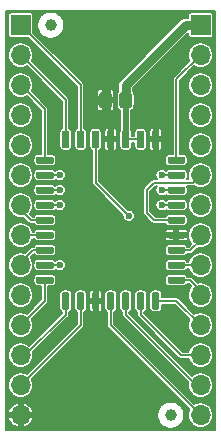
<source format=gtl>
G04 #@! TF.GenerationSoftware,KiCad,Pcbnew,(5.1.2-1)-1*
G04 #@! TF.CreationDate,2019-06-26T00:08:28-04:00*
G04 #@! TF.ProjectId,28SF8148,32385346-3831-4343-982e-6b696361645f,rev?*
G04 #@! TF.SameCoordinates,Original*
G04 #@! TF.FileFunction,Copper,L1,Top*
G04 #@! TF.FilePolarity,Positive*
%FSLAX46Y46*%
G04 Gerber Fmt 4.6, Leading zero omitted, Abs format (unit mm)*
G04 Created by KiCad (PCBNEW (5.1.2-1)-1) date 2019-06-26 00:08:28*
%MOMM*%
%LPD*%
G04 APERTURE LIST*
%ADD10R,1.700000X1.700000*%
%ADD11O,1.700000X1.700000*%
%ADD12C,0.100000*%
%ADD13C,1.050000*%
%ADD14C,1.000000*%
%ADD15C,2.000000*%
%ADD16C,0.600000*%
%ADD17C,0.800000*%
%ADD18C,0.152400*%
%ADD19C,0.508000*%
%ADD20C,0.762000*%
G04 APERTURE END LIST*
D10*
X55880000Y-20320000D03*
D11*
X55880000Y-22860000D03*
X55880000Y-25400000D03*
X55880000Y-27940000D03*
X55880000Y-30480000D03*
X55880000Y-33020000D03*
X55880000Y-35560000D03*
X55880000Y-38100000D03*
X55880000Y-40640000D03*
X55880000Y-43180000D03*
X55880000Y-45720000D03*
X55880000Y-48260000D03*
X55880000Y-50800000D03*
X55880000Y-53340000D03*
D12*
G36*
X49818229Y-25971264D02*
G01*
X49843711Y-25975044D01*
X49868700Y-25981303D01*
X49892954Y-25989982D01*
X49916242Y-26000996D01*
X49938337Y-26014239D01*
X49959028Y-26029585D01*
X49978116Y-26046884D01*
X49995415Y-26065972D01*
X50010761Y-26086663D01*
X50024004Y-26108758D01*
X50035018Y-26132046D01*
X50043697Y-26156300D01*
X50049956Y-26181289D01*
X50053736Y-26206771D01*
X50055000Y-26232500D01*
X50055000Y-27107500D01*
X50053736Y-27133229D01*
X50049956Y-27158711D01*
X50043697Y-27183700D01*
X50035018Y-27207954D01*
X50024004Y-27231242D01*
X50010761Y-27253337D01*
X49995415Y-27274028D01*
X49978116Y-27293116D01*
X49959028Y-27310415D01*
X49938337Y-27325761D01*
X49916242Y-27339004D01*
X49892954Y-27350018D01*
X49868700Y-27358697D01*
X49843711Y-27364956D01*
X49818229Y-27368736D01*
X49792500Y-27370000D01*
X49267500Y-27370000D01*
X49241771Y-27368736D01*
X49216289Y-27364956D01*
X49191300Y-27358697D01*
X49167046Y-27350018D01*
X49143758Y-27339004D01*
X49121663Y-27325761D01*
X49100972Y-27310415D01*
X49081884Y-27293116D01*
X49064585Y-27274028D01*
X49049239Y-27253337D01*
X49035996Y-27231242D01*
X49024982Y-27207954D01*
X49016303Y-27183700D01*
X49010044Y-27158711D01*
X49006264Y-27133229D01*
X49005000Y-27107500D01*
X49005000Y-26232500D01*
X49006264Y-26206771D01*
X49010044Y-26181289D01*
X49016303Y-26156300D01*
X49024982Y-26132046D01*
X49035996Y-26108758D01*
X49049239Y-26086663D01*
X49064585Y-26065972D01*
X49081884Y-26046884D01*
X49100972Y-26029585D01*
X49121663Y-26014239D01*
X49143758Y-26000996D01*
X49167046Y-25989982D01*
X49191300Y-25981303D01*
X49216289Y-25975044D01*
X49241771Y-25971264D01*
X49267500Y-25970000D01*
X49792500Y-25970000D01*
X49818229Y-25971264D01*
X49818229Y-25971264D01*
G37*
D13*
X49530000Y-26670000D03*
D12*
G36*
X48118229Y-25971264D02*
G01*
X48143711Y-25975044D01*
X48168700Y-25981303D01*
X48192954Y-25989982D01*
X48216242Y-26000996D01*
X48238337Y-26014239D01*
X48259028Y-26029585D01*
X48278116Y-26046884D01*
X48295415Y-26065972D01*
X48310761Y-26086663D01*
X48324004Y-26108758D01*
X48335018Y-26132046D01*
X48343697Y-26156300D01*
X48349956Y-26181289D01*
X48353736Y-26206771D01*
X48355000Y-26232500D01*
X48355000Y-27107500D01*
X48353736Y-27133229D01*
X48349956Y-27158711D01*
X48343697Y-27183700D01*
X48335018Y-27207954D01*
X48324004Y-27231242D01*
X48310761Y-27253337D01*
X48295415Y-27274028D01*
X48278116Y-27293116D01*
X48259028Y-27310415D01*
X48238337Y-27325761D01*
X48216242Y-27339004D01*
X48192954Y-27350018D01*
X48168700Y-27358697D01*
X48143711Y-27364956D01*
X48118229Y-27368736D01*
X48092500Y-27370000D01*
X47567500Y-27370000D01*
X47541771Y-27368736D01*
X47516289Y-27364956D01*
X47491300Y-27358697D01*
X47467046Y-27350018D01*
X47443758Y-27339004D01*
X47421663Y-27325761D01*
X47400972Y-27310415D01*
X47381884Y-27293116D01*
X47364585Y-27274028D01*
X47349239Y-27253337D01*
X47335996Y-27231242D01*
X47324982Y-27207954D01*
X47316303Y-27183700D01*
X47310044Y-27158711D01*
X47306264Y-27133229D01*
X47305000Y-27107500D01*
X47305000Y-26232500D01*
X47306264Y-26206771D01*
X47310044Y-26181289D01*
X47316303Y-26156300D01*
X47324982Y-26132046D01*
X47335996Y-26108758D01*
X47349239Y-26086663D01*
X47364585Y-26065972D01*
X47381884Y-26046884D01*
X47400972Y-26029585D01*
X47421663Y-26014239D01*
X47443758Y-26000996D01*
X47467046Y-25989982D01*
X47491300Y-25981303D01*
X47516289Y-25975044D01*
X47541771Y-25971264D01*
X47567500Y-25970000D01*
X48092500Y-25970000D01*
X48118229Y-25971264D01*
X48118229Y-25971264D01*
G37*
D13*
X47830000Y-26670000D03*
D14*
X43180000Y-20320000D03*
X53340000Y-53340000D03*
D15*
X52070000Y-20320000D03*
X43180000Y-53340000D03*
D10*
X40640000Y-20320000D03*
D11*
X40640000Y-22860000D03*
X40640000Y-25400000D03*
X40640000Y-27940000D03*
X40640000Y-30480000D03*
X40640000Y-33020000D03*
X40640000Y-35560000D03*
X40640000Y-38100000D03*
X40640000Y-40640000D03*
X40640000Y-43180000D03*
X40640000Y-45720000D03*
X40640000Y-48260000D03*
X40640000Y-50800000D03*
X40640000Y-53340000D03*
D12*
G36*
X48424703Y-29255722D02*
G01*
X48439264Y-29257882D01*
X48453543Y-29261459D01*
X48467403Y-29266418D01*
X48480710Y-29272712D01*
X48493336Y-29280280D01*
X48505159Y-29289048D01*
X48516066Y-29298934D01*
X48525952Y-29309841D01*
X48534720Y-29321664D01*
X48542288Y-29334290D01*
X48548582Y-29347597D01*
X48553541Y-29361457D01*
X48557118Y-29375736D01*
X48559278Y-29390297D01*
X48560000Y-29405000D01*
X48560000Y-30580000D01*
X48559278Y-30594703D01*
X48557118Y-30609264D01*
X48553541Y-30623543D01*
X48548582Y-30637403D01*
X48542288Y-30650710D01*
X48534720Y-30663336D01*
X48525952Y-30675159D01*
X48516066Y-30686066D01*
X48505159Y-30695952D01*
X48493336Y-30704720D01*
X48480710Y-30712288D01*
X48467403Y-30718582D01*
X48453543Y-30723541D01*
X48439264Y-30727118D01*
X48424703Y-30729278D01*
X48410000Y-30730000D01*
X48110000Y-30730000D01*
X48095297Y-30729278D01*
X48080736Y-30727118D01*
X48066457Y-30723541D01*
X48052597Y-30718582D01*
X48039290Y-30712288D01*
X48026664Y-30704720D01*
X48014841Y-30695952D01*
X48003934Y-30686066D01*
X47994048Y-30675159D01*
X47985280Y-30663336D01*
X47977712Y-30650710D01*
X47971418Y-30637403D01*
X47966459Y-30623543D01*
X47962882Y-30609264D01*
X47960722Y-30594703D01*
X47960000Y-30580000D01*
X47960000Y-29405000D01*
X47960722Y-29390297D01*
X47962882Y-29375736D01*
X47966459Y-29361457D01*
X47971418Y-29347597D01*
X47977712Y-29334290D01*
X47985280Y-29321664D01*
X47994048Y-29309841D01*
X48003934Y-29298934D01*
X48014841Y-29289048D01*
X48026664Y-29280280D01*
X48039290Y-29272712D01*
X48052597Y-29266418D01*
X48066457Y-29261459D01*
X48080736Y-29257882D01*
X48095297Y-29255722D01*
X48110000Y-29255000D01*
X48410000Y-29255000D01*
X48424703Y-29255722D01*
X48424703Y-29255722D01*
G37*
D16*
X48260000Y-29992500D03*
D12*
G36*
X47154703Y-29255722D02*
G01*
X47169264Y-29257882D01*
X47183543Y-29261459D01*
X47197403Y-29266418D01*
X47210710Y-29272712D01*
X47223336Y-29280280D01*
X47235159Y-29289048D01*
X47246066Y-29298934D01*
X47255952Y-29309841D01*
X47264720Y-29321664D01*
X47272288Y-29334290D01*
X47278582Y-29347597D01*
X47283541Y-29361457D01*
X47287118Y-29375736D01*
X47289278Y-29390297D01*
X47290000Y-29405000D01*
X47290000Y-30580000D01*
X47289278Y-30594703D01*
X47287118Y-30609264D01*
X47283541Y-30623543D01*
X47278582Y-30637403D01*
X47272288Y-30650710D01*
X47264720Y-30663336D01*
X47255952Y-30675159D01*
X47246066Y-30686066D01*
X47235159Y-30695952D01*
X47223336Y-30704720D01*
X47210710Y-30712288D01*
X47197403Y-30718582D01*
X47183543Y-30723541D01*
X47169264Y-30727118D01*
X47154703Y-30729278D01*
X47140000Y-30730000D01*
X46840000Y-30730000D01*
X46825297Y-30729278D01*
X46810736Y-30727118D01*
X46796457Y-30723541D01*
X46782597Y-30718582D01*
X46769290Y-30712288D01*
X46756664Y-30704720D01*
X46744841Y-30695952D01*
X46733934Y-30686066D01*
X46724048Y-30675159D01*
X46715280Y-30663336D01*
X46707712Y-30650710D01*
X46701418Y-30637403D01*
X46696459Y-30623543D01*
X46692882Y-30609264D01*
X46690722Y-30594703D01*
X46690000Y-30580000D01*
X46690000Y-29405000D01*
X46690722Y-29390297D01*
X46692882Y-29375736D01*
X46696459Y-29361457D01*
X46701418Y-29347597D01*
X46707712Y-29334290D01*
X46715280Y-29321664D01*
X46724048Y-29309841D01*
X46733934Y-29298934D01*
X46744841Y-29289048D01*
X46756664Y-29280280D01*
X46769290Y-29272712D01*
X46782597Y-29266418D01*
X46796457Y-29261459D01*
X46810736Y-29257882D01*
X46825297Y-29255722D01*
X46840000Y-29255000D01*
X47140000Y-29255000D01*
X47154703Y-29255722D01*
X47154703Y-29255722D01*
G37*
D16*
X46990000Y-29992500D03*
D12*
G36*
X45884703Y-29255722D02*
G01*
X45899264Y-29257882D01*
X45913543Y-29261459D01*
X45927403Y-29266418D01*
X45940710Y-29272712D01*
X45953336Y-29280280D01*
X45965159Y-29289048D01*
X45976066Y-29298934D01*
X45985952Y-29309841D01*
X45994720Y-29321664D01*
X46002288Y-29334290D01*
X46008582Y-29347597D01*
X46013541Y-29361457D01*
X46017118Y-29375736D01*
X46019278Y-29390297D01*
X46020000Y-29405000D01*
X46020000Y-30580000D01*
X46019278Y-30594703D01*
X46017118Y-30609264D01*
X46013541Y-30623543D01*
X46008582Y-30637403D01*
X46002288Y-30650710D01*
X45994720Y-30663336D01*
X45985952Y-30675159D01*
X45976066Y-30686066D01*
X45965159Y-30695952D01*
X45953336Y-30704720D01*
X45940710Y-30712288D01*
X45927403Y-30718582D01*
X45913543Y-30723541D01*
X45899264Y-30727118D01*
X45884703Y-30729278D01*
X45870000Y-30730000D01*
X45570000Y-30730000D01*
X45555297Y-30729278D01*
X45540736Y-30727118D01*
X45526457Y-30723541D01*
X45512597Y-30718582D01*
X45499290Y-30712288D01*
X45486664Y-30704720D01*
X45474841Y-30695952D01*
X45463934Y-30686066D01*
X45454048Y-30675159D01*
X45445280Y-30663336D01*
X45437712Y-30650710D01*
X45431418Y-30637403D01*
X45426459Y-30623543D01*
X45422882Y-30609264D01*
X45420722Y-30594703D01*
X45420000Y-30580000D01*
X45420000Y-29405000D01*
X45420722Y-29390297D01*
X45422882Y-29375736D01*
X45426459Y-29361457D01*
X45431418Y-29347597D01*
X45437712Y-29334290D01*
X45445280Y-29321664D01*
X45454048Y-29309841D01*
X45463934Y-29298934D01*
X45474841Y-29289048D01*
X45486664Y-29280280D01*
X45499290Y-29272712D01*
X45512597Y-29266418D01*
X45526457Y-29261459D01*
X45540736Y-29257882D01*
X45555297Y-29255722D01*
X45570000Y-29255000D01*
X45870000Y-29255000D01*
X45884703Y-29255722D01*
X45884703Y-29255722D01*
G37*
D16*
X45720000Y-29992500D03*
D12*
G36*
X44614703Y-29255722D02*
G01*
X44629264Y-29257882D01*
X44643543Y-29261459D01*
X44657403Y-29266418D01*
X44670710Y-29272712D01*
X44683336Y-29280280D01*
X44695159Y-29289048D01*
X44706066Y-29298934D01*
X44715952Y-29309841D01*
X44724720Y-29321664D01*
X44732288Y-29334290D01*
X44738582Y-29347597D01*
X44743541Y-29361457D01*
X44747118Y-29375736D01*
X44749278Y-29390297D01*
X44750000Y-29405000D01*
X44750000Y-30580000D01*
X44749278Y-30594703D01*
X44747118Y-30609264D01*
X44743541Y-30623543D01*
X44738582Y-30637403D01*
X44732288Y-30650710D01*
X44724720Y-30663336D01*
X44715952Y-30675159D01*
X44706066Y-30686066D01*
X44695159Y-30695952D01*
X44683336Y-30704720D01*
X44670710Y-30712288D01*
X44657403Y-30718582D01*
X44643543Y-30723541D01*
X44629264Y-30727118D01*
X44614703Y-30729278D01*
X44600000Y-30730000D01*
X44300000Y-30730000D01*
X44285297Y-30729278D01*
X44270736Y-30727118D01*
X44256457Y-30723541D01*
X44242597Y-30718582D01*
X44229290Y-30712288D01*
X44216664Y-30704720D01*
X44204841Y-30695952D01*
X44193934Y-30686066D01*
X44184048Y-30675159D01*
X44175280Y-30663336D01*
X44167712Y-30650710D01*
X44161418Y-30637403D01*
X44156459Y-30623543D01*
X44152882Y-30609264D01*
X44150722Y-30594703D01*
X44150000Y-30580000D01*
X44150000Y-29405000D01*
X44150722Y-29390297D01*
X44152882Y-29375736D01*
X44156459Y-29361457D01*
X44161418Y-29347597D01*
X44167712Y-29334290D01*
X44175280Y-29321664D01*
X44184048Y-29309841D01*
X44193934Y-29298934D01*
X44204841Y-29289048D01*
X44216664Y-29280280D01*
X44229290Y-29272712D01*
X44242597Y-29266418D01*
X44256457Y-29261459D01*
X44270736Y-29257882D01*
X44285297Y-29255722D01*
X44300000Y-29255000D01*
X44600000Y-29255000D01*
X44614703Y-29255722D01*
X44614703Y-29255722D01*
G37*
D16*
X44450000Y-29992500D03*
D12*
G36*
X43299703Y-31450722D02*
G01*
X43314264Y-31452882D01*
X43328543Y-31456459D01*
X43342403Y-31461418D01*
X43355710Y-31467712D01*
X43368336Y-31475280D01*
X43380159Y-31484048D01*
X43391066Y-31493934D01*
X43400952Y-31504841D01*
X43409720Y-31516664D01*
X43417288Y-31529290D01*
X43423582Y-31542597D01*
X43428541Y-31556457D01*
X43432118Y-31570736D01*
X43434278Y-31585297D01*
X43435000Y-31600000D01*
X43435000Y-31900000D01*
X43434278Y-31914703D01*
X43432118Y-31929264D01*
X43428541Y-31943543D01*
X43423582Y-31957403D01*
X43417288Y-31970710D01*
X43409720Y-31983336D01*
X43400952Y-31995159D01*
X43391066Y-32006066D01*
X43380159Y-32015952D01*
X43368336Y-32024720D01*
X43355710Y-32032288D01*
X43342403Y-32038582D01*
X43328543Y-32043541D01*
X43314264Y-32047118D01*
X43299703Y-32049278D01*
X43285000Y-32050000D01*
X42110000Y-32050000D01*
X42095297Y-32049278D01*
X42080736Y-32047118D01*
X42066457Y-32043541D01*
X42052597Y-32038582D01*
X42039290Y-32032288D01*
X42026664Y-32024720D01*
X42014841Y-32015952D01*
X42003934Y-32006066D01*
X41994048Y-31995159D01*
X41985280Y-31983336D01*
X41977712Y-31970710D01*
X41971418Y-31957403D01*
X41966459Y-31943543D01*
X41962882Y-31929264D01*
X41960722Y-31914703D01*
X41960000Y-31900000D01*
X41960000Y-31600000D01*
X41960722Y-31585297D01*
X41962882Y-31570736D01*
X41966459Y-31556457D01*
X41971418Y-31542597D01*
X41977712Y-31529290D01*
X41985280Y-31516664D01*
X41994048Y-31504841D01*
X42003934Y-31493934D01*
X42014841Y-31484048D01*
X42026664Y-31475280D01*
X42039290Y-31467712D01*
X42052597Y-31461418D01*
X42066457Y-31456459D01*
X42080736Y-31452882D01*
X42095297Y-31450722D01*
X42110000Y-31450000D01*
X43285000Y-31450000D01*
X43299703Y-31450722D01*
X43299703Y-31450722D01*
G37*
D16*
X42697500Y-31750000D03*
D12*
G36*
X43299703Y-32720722D02*
G01*
X43314264Y-32722882D01*
X43328543Y-32726459D01*
X43342403Y-32731418D01*
X43355710Y-32737712D01*
X43368336Y-32745280D01*
X43380159Y-32754048D01*
X43391066Y-32763934D01*
X43400952Y-32774841D01*
X43409720Y-32786664D01*
X43417288Y-32799290D01*
X43423582Y-32812597D01*
X43428541Y-32826457D01*
X43432118Y-32840736D01*
X43434278Y-32855297D01*
X43435000Y-32870000D01*
X43435000Y-33170000D01*
X43434278Y-33184703D01*
X43432118Y-33199264D01*
X43428541Y-33213543D01*
X43423582Y-33227403D01*
X43417288Y-33240710D01*
X43409720Y-33253336D01*
X43400952Y-33265159D01*
X43391066Y-33276066D01*
X43380159Y-33285952D01*
X43368336Y-33294720D01*
X43355710Y-33302288D01*
X43342403Y-33308582D01*
X43328543Y-33313541D01*
X43314264Y-33317118D01*
X43299703Y-33319278D01*
X43285000Y-33320000D01*
X42110000Y-33320000D01*
X42095297Y-33319278D01*
X42080736Y-33317118D01*
X42066457Y-33313541D01*
X42052597Y-33308582D01*
X42039290Y-33302288D01*
X42026664Y-33294720D01*
X42014841Y-33285952D01*
X42003934Y-33276066D01*
X41994048Y-33265159D01*
X41985280Y-33253336D01*
X41977712Y-33240710D01*
X41971418Y-33227403D01*
X41966459Y-33213543D01*
X41962882Y-33199264D01*
X41960722Y-33184703D01*
X41960000Y-33170000D01*
X41960000Y-32870000D01*
X41960722Y-32855297D01*
X41962882Y-32840736D01*
X41966459Y-32826457D01*
X41971418Y-32812597D01*
X41977712Y-32799290D01*
X41985280Y-32786664D01*
X41994048Y-32774841D01*
X42003934Y-32763934D01*
X42014841Y-32754048D01*
X42026664Y-32745280D01*
X42039290Y-32737712D01*
X42052597Y-32731418D01*
X42066457Y-32726459D01*
X42080736Y-32722882D01*
X42095297Y-32720722D01*
X42110000Y-32720000D01*
X43285000Y-32720000D01*
X43299703Y-32720722D01*
X43299703Y-32720722D01*
G37*
D16*
X42697500Y-33020000D03*
D12*
G36*
X43299703Y-33990722D02*
G01*
X43314264Y-33992882D01*
X43328543Y-33996459D01*
X43342403Y-34001418D01*
X43355710Y-34007712D01*
X43368336Y-34015280D01*
X43380159Y-34024048D01*
X43391066Y-34033934D01*
X43400952Y-34044841D01*
X43409720Y-34056664D01*
X43417288Y-34069290D01*
X43423582Y-34082597D01*
X43428541Y-34096457D01*
X43432118Y-34110736D01*
X43434278Y-34125297D01*
X43435000Y-34140000D01*
X43435000Y-34440000D01*
X43434278Y-34454703D01*
X43432118Y-34469264D01*
X43428541Y-34483543D01*
X43423582Y-34497403D01*
X43417288Y-34510710D01*
X43409720Y-34523336D01*
X43400952Y-34535159D01*
X43391066Y-34546066D01*
X43380159Y-34555952D01*
X43368336Y-34564720D01*
X43355710Y-34572288D01*
X43342403Y-34578582D01*
X43328543Y-34583541D01*
X43314264Y-34587118D01*
X43299703Y-34589278D01*
X43285000Y-34590000D01*
X42110000Y-34590000D01*
X42095297Y-34589278D01*
X42080736Y-34587118D01*
X42066457Y-34583541D01*
X42052597Y-34578582D01*
X42039290Y-34572288D01*
X42026664Y-34564720D01*
X42014841Y-34555952D01*
X42003934Y-34546066D01*
X41994048Y-34535159D01*
X41985280Y-34523336D01*
X41977712Y-34510710D01*
X41971418Y-34497403D01*
X41966459Y-34483543D01*
X41962882Y-34469264D01*
X41960722Y-34454703D01*
X41960000Y-34440000D01*
X41960000Y-34140000D01*
X41960722Y-34125297D01*
X41962882Y-34110736D01*
X41966459Y-34096457D01*
X41971418Y-34082597D01*
X41977712Y-34069290D01*
X41985280Y-34056664D01*
X41994048Y-34044841D01*
X42003934Y-34033934D01*
X42014841Y-34024048D01*
X42026664Y-34015280D01*
X42039290Y-34007712D01*
X42052597Y-34001418D01*
X42066457Y-33996459D01*
X42080736Y-33992882D01*
X42095297Y-33990722D01*
X42110000Y-33990000D01*
X43285000Y-33990000D01*
X43299703Y-33990722D01*
X43299703Y-33990722D01*
G37*
D16*
X42697500Y-34290000D03*
D12*
G36*
X43299703Y-35260722D02*
G01*
X43314264Y-35262882D01*
X43328543Y-35266459D01*
X43342403Y-35271418D01*
X43355710Y-35277712D01*
X43368336Y-35285280D01*
X43380159Y-35294048D01*
X43391066Y-35303934D01*
X43400952Y-35314841D01*
X43409720Y-35326664D01*
X43417288Y-35339290D01*
X43423582Y-35352597D01*
X43428541Y-35366457D01*
X43432118Y-35380736D01*
X43434278Y-35395297D01*
X43435000Y-35410000D01*
X43435000Y-35710000D01*
X43434278Y-35724703D01*
X43432118Y-35739264D01*
X43428541Y-35753543D01*
X43423582Y-35767403D01*
X43417288Y-35780710D01*
X43409720Y-35793336D01*
X43400952Y-35805159D01*
X43391066Y-35816066D01*
X43380159Y-35825952D01*
X43368336Y-35834720D01*
X43355710Y-35842288D01*
X43342403Y-35848582D01*
X43328543Y-35853541D01*
X43314264Y-35857118D01*
X43299703Y-35859278D01*
X43285000Y-35860000D01*
X42110000Y-35860000D01*
X42095297Y-35859278D01*
X42080736Y-35857118D01*
X42066457Y-35853541D01*
X42052597Y-35848582D01*
X42039290Y-35842288D01*
X42026664Y-35834720D01*
X42014841Y-35825952D01*
X42003934Y-35816066D01*
X41994048Y-35805159D01*
X41985280Y-35793336D01*
X41977712Y-35780710D01*
X41971418Y-35767403D01*
X41966459Y-35753543D01*
X41962882Y-35739264D01*
X41960722Y-35724703D01*
X41960000Y-35710000D01*
X41960000Y-35410000D01*
X41960722Y-35395297D01*
X41962882Y-35380736D01*
X41966459Y-35366457D01*
X41971418Y-35352597D01*
X41977712Y-35339290D01*
X41985280Y-35326664D01*
X41994048Y-35314841D01*
X42003934Y-35303934D01*
X42014841Y-35294048D01*
X42026664Y-35285280D01*
X42039290Y-35277712D01*
X42052597Y-35271418D01*
X42066457Y-35266459D01*
X42080736Y-35262882D01*
X42095297Y-35260722D01*
X42110000Y-35260000D01*
X43285000Y-35260000D01*
X43299703Y-35260722D01*
X43299703Y-35260722D01*
G37*
D16*
X42697500Y-35560000D03*
D12*
G36*
X43299703Y-36530722D02*
G01*
X43314264Y-36532882D01*
X43328543Y-36536459D01*
X43342403Y-36541418D01*
X43355710Y-36547712D01*
X43368336Y-36555280D01*
X43380159Y-36564048D01*
X43391066Y-36573934D01*
X43400952Y-36584841D01*
X43409720Y-36596664D01*
X43417288Y-36609290D01*
X43423582Y-36622597D01*
X43428541Y-36636457D01*
X43432118Y-36650736D01*
X43434278Y-36665297D01*
X43435000Y-36680000D01*
X43435000Y-36980000D01*
X43434278Y-36994703D01*
X43432118Y-37009264D01*
X43428541Y-37023543D01*
X43423582Y-37037403D01*
X43417288Y-37050710D01*
X43409720Y-37063336D01*
X43400952Y-37075159D01*
X43391066Y-37086066D01*
X43380159Y-37095952D01*
X43368336Y-37104720D01*
X43355710Y-37112288D01*
X43342403Y-37118582D01*
X43328543Y-37123541D01*
X43314264Y-37127118D01*
X43299703Y-37129278D01*
X43285000Y-37130000D01*
X42110000Y-37130000D01*
X42095297Y-37129278D01*
X42080736Y-37127118D01*
X42066457Y-37123541D01*
X42052597Y-37118582D01*
X42039290Y-37112288D01*
X42026664Y-37104720D01*
X42014841Y-37095952D01*
X42003934Y-37086066D01*
X41994048Y-37075159D01*
X41985280Y-37063336D01*
X41977712Y-37050710D01*
X41971418Y-37037403D01*
X41966459Y-37023543D01*
X41962882Y-37009264D01*
X41960722Y-36994703D01*
X41960000Y-36980000D01*
X41960000Y-36680000D01*
X41960722Y-36665297D01*
X41962882Y-36650736D01*
X41966459Y-36636457D01*
X41971418Y-36622597D01*
X41977712Y-36609290D01*
X41985280Y-36596664D01*
X41994048Y-36584841D01*
X42003934Y-36573934D01*
X42014841Y-36564048D01*
X42026664Y-36555280D01*
X42039290Y-36547712D01*
X42052597Y-36541418D01*
X42066457Y-36536459D01*
X42080736Y-36532882D01*
X42095297Y-36530722D01*
X42110000Y-36530000D01*
X43285000Y-36530000D01*
X43299703Y-36530722D01*
X43299703Y-36530722D01*
G37*
D16*
X42697500Y-36830000D03*
D12*
G36*
X43299703Y-37800722D02*
G01*
X43314264Y-37802882D01*
X43328543Y-37806459D01*
X43342403Y-37811418D01*
X43355710Y-37817712D01*
X43368336Y-37825280D01*
X43380159Y-37834048D01*
X43391066Y-37843934D01*
X43400952Y-37854841D01*
X43409720Y-37866664D01*
X43417288Y-37879290D01*
X43423582Y-37892597D01*
X43428541Y-37906457D01*
X43432118Y-37920736D01*
X43434278Y-37935297D01*
X43435000Y-37950000D01*
X43435000Y-38250000D01*
X43434278Y-38264703D01*
X43432118Y-38279264D01*
X43428541Y-38293543D01*
X43423582Y-38307403D01*
X43417288Y-38320710D01*
X43409720Y-38333336D01*
X43400952Y-38345159D01*
X43391066Y-38356066D01*
X43380159Y-38365952D01*
X43368336Y-38374720D01*
X43355710Y-38382288D01*
X43342403Y-38388582D01*
X43328543Y-38393541D01*
X43314264Y-38397118D01*
X43299703Y-38399278D01*
X43285000Y-38400000D01*
X42110000Y-38400000D01*
X42095297Y-38399278D01*
X42080736Y-38397118D01*
X42066457Y-38393541D01*
X42052597Y-38388582D01*
X42039290Y-38382288D01*
X42026664Y-38374720D01*
X42014841Y-38365952D01*
X42003934Y-38356066D01*
X41994048Y-38345159D01*
X41985280Y-38333336D01*
X41977712Y-38320710D01*
X41971418Y-38307403D01*
X41966459Y-38293543D01*
X41962882Y-38279264D01*
X41960722Y-38264703D01*
X41960000Y-38250000D01*
X41960000Y-37950000D01*
X41960722Y-37935297D01*
X41962882Y-37920736D01*
X41966459Y-37906457D01*
X41971418Y-37892597D01*
X41977712Y-37879290D01*
X41985280Y-37866664D01*
X41994048Y-37854841D01*
X42003934Y-37843934D01*
X42014841Y-37834048D01*
X42026664Y-37825280D01*
X42039290Y-37817712D01*
X42052597Y-37811418D01*
X42066457Y-37806459D01*
X42080736Y-37802882D01*
X42095297Y-37800722D01*
X42110000Y-37800000D01*
X43285000Y-37800000D01*
X43299703Y-37800722D01*
X43299703Y-37800722D01*
G37*
D16*
X42697500Y-38100000D03*
D12*
G36*
X43299703Y-39070722D02*
G01*
X43314264Y-39072882D01*
X43328543Y-39076459D01*
X43342403Y-39081418D01*
X43355710Y-39087712D01*
X43368336Y-39095280D01*
X43380159Y-39104048D01*
X43391066Y-39113934D01*
X43400952Y-39124841D01*
X43409720Y-39136664D01*
X43417288Y-39149290D01*
X43423582Y-39162597D01*
X43428541Y-39176457D01*
X43432118Y-39190736D01*
X43434278Y-39205297D01*
X43435000Y-39220000D01*
X43435000Y-39520000D01*
X43434278Y-39534703D01*
X43432118Y-39549264D01*
X43428541Y-39563543D01*
X43423582Y-39577403D01*
X43417288Y-39590710D01*
X43409720Y-39603336D01*
X43400952Y-39615159D01*
X43391066Y-39626066D01*
X43380159Y-39635952D01*
X43368336Y-39644720D01*
X43355710Y-39652288D01*
X43342403Y-39658582D01*
X43328543Y-39663541D01*
X43314264Y-39667118D01*
X43299703Y-39669278D01*
X43285000Y-39670000D01*
X42110000Y-39670000D01*
X42095297Y-39669278D01*
X42080736Y-39667118D01*
X42066457Y-39663541D01*
X42052597Y-39658582D01*
X42039290Y-39652288D01*
X42026664Y-39644720D01*
X42014841Y-39635952D01*
X42003934Y-39626066D01*
X41994048Y-39615159D01*
X41985280Y-39603336D01*
X41977712Y-39590710D01*
X41971418Y-39577403D01*
X41966459Y-39563543D01*
X41962882Y-39549264D01*
X41960722Y-39534703D01*
X41960000Y-39520000D01*
X41960000Y-39220000D01*
X41960722Y-39205297D01*
X41962882Y-39190736D01*
X41966459Y-39176457D01*
X41971418Y-39162597D01*
X41977712Y-39149290D01*
X41985280Y-39136664D01*
X41994048Y-39124841D01*
X42003934Y-39113934D01*
X42014841Y-39104048D01*
X42026664Y-39095280D01*
X42039290Y-39087712D01*
X42052597Y-39081418D01*
X42066457Y-39076459D01*
X42080736Y-39072882D01*
X42095297Y-39070722D01*
X42110000Y-39070000D01*
X43285000Y-39070000D01*
X43299703Y-39070722D01*
X43299703Y-39070722D01*
G37*
D16*
X42697500Y-39370000D03*
D12*
G36*
X43299703Y-40340722D02*
G01*
X43314264Y-40342882D01*
X43328543Y-40346459D01*
X43342403Y-40351418D01*
X43355710Y-40357712D01*
X43368336Y-40365280D01*
X43380159Y-40374048D01*
X43391066Y-40383934D01*
X43400952Y-40394841D01*
X43409720Y-40406664D01*
X43417288Y-40419290D01*
X43423582Y-40432597D01*
X43428541Y-40446457D01*
X43432118Y-40460736D01*
X43434278Y-40475297D01*
X43435000Y-40490000D01*
X43435000Y-40790000D01*
X43434278Y-40804703D01*
X43432118Y-40819264D01*
X43428541Y-40833543D01*
X43423582Y-40847403D01*
X43417288Y-40860710D01*
X43409720Y-40873336D01*
X43400952Y-40885159D01*
X43391066Y-40896066D01*
X43380159Y-40905952D01*
X43368336Y-40914720D01*
X43355710Y-40922288D01*
X43342403Y-40928582D01*
X43328543Y-40933541D01*
X43314264Y-40937118D01*
X43299703Y-40939278D01*
X43285000Y-40940000D01*
X42110000Y-40940000D01*
X42095297Y-40939278D01*
X42080736Y-40937118D01*
X42066457Y-40933541D01*
X42052597Y-40928582D01*
X42039290Y-40922288D01*
X42026664Y-40914720D01*
X42014841Y-40905952D01*
X42003934Y-40896066D01*
X41994048Y-40885159D01*
X41985280Y-40873336D01*
X41977712Y-40860710D01*
X41971418Y-40847403D01*
X41966459Y-40833543D01*
X41962882Y-40819264D01*
X41960722Y-40804703D01*
X41960000Y-40790000D01*
X41960000Y-40490000D01*
X41960722Y-40475297D01*
X41962882Y-40460736D01*
X41966459Y-40446457D01*
X41971418Y-40432597D01*
X41977712Y-40419290D01*
X41985280Y-40406664D01*
X41994048Y-40394841D01*
X42003934Y-40383934D01*
X42014841Y-40374048D01*
X42026664Y-40365280D01*
X42039290Y-40357712D01*
X42052597Y-40351418D01*
X42066457Y-40346459D01*
X42080736Y-40342882D01*
X42095297Y-40340722D01*
X42110000Y-40340000D01*
X43285000Y-40340000D01*
X43299703Y-40340722D01*
X43299703Y-40340722D01*
G37*
D16*
X42697500Y-40640000D03*
D12*
G36*
X43299703Y-41610722D02*
G01*
X43314264Y-41612882D01*
X43328543Y-41616459D01*
X43342403Y-41621418D01*
X43355710Y-41627712D01*
X43368336Y-41635280D01*
X43380159Y-41644048D01*
X43391066Y-41653934D01*
X43400952Y-41664841D01*
X43409720Y-41676664D01*
X43417288Y-41689290D01*
X43423582Y-41702597D01*
X43428541Y-41716457D01*
X43432118Y-41730736D01*
X43434278Y-41745297D01*
X43435000Y-41760000D01*
X43435000Y-42060000D01*
X43434278Y-42074703D01*
X43432118Y-42089264D01*
X43428541Y-42103543D01*
X43423582Y-42117403D01*
X43417288Y-42130710D01*
X43409720Y-42143336D01*
X43400952Y-42155159D01*
X43391066Y-42166066D01*
X43380159Y-42175952D01*
X43368336Y-42184720D01*
X43355710Y-42192288D01*
X43342403Y-42198582D01*
X43328543Y-42203541D01*
X43314264Y-42207118D01*
X43299703Y-42209278D01*
X43285000Y-42210000D01*
X42110000Y-42210000D01*
X42095297Y-42209278D01*
X42080736Y-42207118D01*
X42066457Y-42203541D01*
X42052597Y-42198582D01*
X42039290Y-42192288D01*
X42026664Y-42184720D01*
X42014841Y-42175952D01*
X42003934Y-42166066D01*
X41994048Y-42155159D01*
X41985280Y-42143336D01*
X41977712Y-42130710D01*
X41971418Y-42117403D01*
X41966459Y-42103543D01*
X41962882Y-42089264D01*
X41960722Y-42074703D01*
X41960000Y-42060000D01*
X41960000Y-41760000D01*
X41960722Y-41745297D01*
X41962882Y-41730736D01*
X41966459Y-41716457D01*
X41971418Y-41702597D01*
X41977712Y-41689290D01*
X41985280Y-41676664D01*
X41994048Y-41664841D01*
X42003934Y-41653934D01*
X42014841Y-41644048D01*
X42026664Y-41635280D01*
X42039290Y-41627712D01*
X42052597Y-41621418D01*
X42066457Y-41616459D01*
X42080736Y-41612882D01*
X42095297Y-41610722D01*
X42110000Y-41610000D01*
X43285000Y-41610000D01*
X43299703Y-41610722D01*
X43299703Y-41610722D01*
G37*
D16*
X42697500Y-41910000D03*
D12*
G36*
X44614703Y-42930722D02*
G01*
X44629264Y-42932882D01*
X44643543Y-42936459D01*
X44657403Y-42941418D01*
X44670710Y-42947712D01*
X44683336Y-42955280D01*
X44695159Y-42964048D01*
X44706066Y-42973934D01*
X44715952Y-42984841D01*
X44724720Y-42996664D01*
X44732288Y-43009290D01*
X44738582Y-43022597D01*
X44743541Y-43036457D01*
X44747118Y-43050736D01*
X44749278Y-43065297D01*
X44750000Y-43080000D01*
X44750000Y-44255000D01*
X44749278Y-44269703D01*
X44747118Y-44284264D01*
X44743541Y-44298543D01*
X44738582Y-44312403D01*
X44732288Y-44325710D01*
X44724720Y-44338336D01*
X44715952Y-44350159D01*
X44706066Y-44361066D01*
X44695159Y-44370952D01*
X44683336Y-44379720D01*
X44670710Y-44387288D01*
X44657403Y-44393582D01*
X44643543Y-44398541D01*
X44629264Y-44402118D01*
X44614703Y-44404278D01*
X44600000Y-44405000D01*
X44300000Y-44405000D01*
X44285297Y-44404278D01*
X44270736Y-44402118D01*
X44256457Y-44398541D01*
X44242597Y-44393582D01*
X44229290Y-44387288D01*
X44216664Y-44379720D01*
X44204841Y-44370952D01*
X44193934Y-44361066D01*
X44184048Y-44350159D01*
X44175280Y-44338336D01*
X44167712Y-44325710D01*
X44161418Y-44312403D01*
X44156459Y-44298543D01*
X44152882Y-44284264D01*
X44150722Y-44269703D01*
X44150000Y-44255000D01*
X44150000Y-43080000D01*
X44150722Y-43065297D01*
X44152882Y-43050736D01*
X44156459Y-43036457D01*
X44161418Y-43022597D01*
X44167712Y-43009290D01*
X44175280Y-42996664D01*
X44184048Y-42984841D01*
X44193934Y-42973934D01*
X44204841Y-42964048D01*
X44216664Y-42955280D01*
X44229290Y-42947712D01*
X44242597Y-42941418D01*
X44256457Y-42936459D01*
X44270736Y-42932882D01*
X44285297Y-42930722D01*
X44300000Y-42930000D01*
X44600000Y-42930000D01*
X44614703Y-42930722D01*
X44614703Y-42930722D01*
G37*
D16*
X44450000Y-43667500D03*
D12*
G36*
X45884703Y-42930722D02*
G01*
X45899264Y-42932882D01*
X45913543Y-42936459D01*
X45927403Y-42941418D01*
X45940710Y-42947712D01*
X45953336Y-42955280D01*
X45965159Y-42964048D01*
X45976066Y-42973934D01*
X45985952Y-42984841D01*
X45994720Y-42996664D01*
X46002288Y-43009290D01*
X46008582Y-43022597D01*
X46013541Y-43036457D01*
X46017118Y-43050736D01*
X46019278Y-43065297D01*
X46020000Y-43080000D01*
X46020000Y-44255000D01*
X46019278Y-44269703D01*
X46017118Y-44284264D01*
X46013541Y-44298543D01*
X46008582Y-44312403D01*
X46002288Y-44325710D01*
X45994720Y-44338336D01*
X45985952Y-44350159D01*
X45976066Y-44361066D01*
X45965159Y-44370952D01*
X45953336Y-44379720D01*
X45940710Y-44387288D01*
X45927403Y-44393582D01*
X45913543Y-44398541D01*
X45899264Y-44402118D01*
X45884703Y-44404278D01*
X45870000Y-44405000D01*
X45570000Y-44405000D01*
X45555297Y-44404278D01*
X45540736Y-44402118D01*
X45526457Y-44398541D01*
X45512597Y-44393582D01*
X45499290Y-44387288D01*
X45486664Y-44379720D01*
X45474841Y-44370952D01*
X45463934Y-44361066D01*
X45454048Y-44350159D01*
X45445280Y-44338336D01*
X45437712Y-44325710D01*
X45431418Y-44312403D01*
X45426459Y-44298543D01*
X45422882Y-44284264D01*
X45420722Y-44269703D01*
X45420000Y-44255000D01*
X45420000Y-43080000D01*
X45420722Y-43065297D01*
X45422882Y-43050736D01*
X45426459Y-43036457D01*
X45431418Y-43022597D01*
X45437712Y-43009290D01*
X45445280Y-42996664D01*
X45454048Y-42984841D01*
X45463934Y-42973934D01*
X45474841Y-42964048D01*
X45486664Y-42955280D01*
X45499290Y-42947712D01*
X45512597Y-42941418D01*
X45526457Y-42936459D01*
X45540736Y-42932882D01*
X45555297Y-42930722D01*
X45570000Y-42930000D01*
X45870000Y-42930000D01*
X45884703Y-42930722D01*
X45884703Y-42930722D01*
G37*
D16*
X45720000Y-43667500D03*
D12*
G36*
X47154703Y-42930722D02*
G01*
X47169264Y-42932882D01*
X47183543Y-42936459D01*
X47197403Y-42941418D01*
X47210710Y-42947712D01*
X47223336Y-42955280D01*
X47235159Y-42964048D01*
X47246066Y-42973934D01*
X47255952Y-42984841D01*
X47264720Y-42996664D01*
X47272288Y-43009290D01*
X47278582Y-43022597D01*
X47283541Y-43036457D01*
X47287118Y-43050736D01*
X47289278Y-43065297D01*
X47290000Y-43080000D01*
X47290000Y-44255000D01*
X47289278Y-44269703D01*
X47287118Y-44284264D01*
X47283541Y-44298543D01*
X47278582Y-44312403D01*
X47272288Y-44325710D01*
X47264720Y-44338336D01*
X47255952Y-44350159D01*
X47246066Y-44361066D01*
X47235159Y-44370952D01*
X47223336Y-44379720D01*
X47210710Y-44387288D01*
X47197403Y-44393582D01*
X47183543Y-44398541D01*
X47169264Y-44402118D01*
X47154703Y-44404278D01*
X47140000Y-44405000D01*
X46840000Y-44405000D01*
X46825297Y-44404278D01*
X46810736Y-44402118D01*
X46796457Y-44398541D01*
X46782597Y-44393582D01*
X46769290Y-44387288D01*
X46756664Y-44379720D01*
X46744841Y-44370952D01*
X46733934Y-44361066D01*
X46724048Y-44350159D01*
X46715280Y-44338336D01*
X46707712Y-44325710D01*
X46701418Y-44312403D01*
X46696459Y-44298543D01*
X46692882Y-44284264D01*
X46690722Y-44269703D01*
X46690000Y-44255000D01*
X46690000Y-43080000D01*
X46690722Y-43065297D01*
X46692882Y-43050736D01*
X46696459Y-43036457D01*
X46701418Y-43022597D01*
X46707712Y-43009290D01*
X46715280Y-42996664D01*
X46724048Y-42984841D01*
X46733934Y-42973934D01*
X46744841Y-42964048D01*
X46756664Y-42955280D01*
X46769290Y-42947712D01*
X46782597Y-42941418D01*
X46796457Y-42936459D01*
X46810736Y-42932882D01*
X46825297Y-42930722D01*
X46840000Y-42930000D01*
X47140000Y-42930000D01*
X47154703Y-42930722D01*
X47154703Y-42930722D01*
G37*
D16*
X46990000Y-43667500D03*
D12*
G36*
X48424703Y-42930722D02*
G01*
X48439264Y-42932882D01*
X48453543Y-42936459D01*
X48467403Y-42941418D01*
X48480710Y-42947712D01*
X48493336Y-42955280D01*
X48505159Y-42964048D01*
X48516066Y-42973934D01*
X48525952Y-42984841D01*
X48534720Y-42996664D01*
X48542288Y-43009290D01*
X48548582Y-43022597D01*
X48553541Y-43036457D01*
X48557118Y-43050736D01*
X48559278Y-43065297D01*
X48560000Y-43080000D01*
X48560000Y-44255000D01*
X48559278Y-44269703D01*
X48557118Y-44284264D01*
X48553541Y-44298543D01*
X48548582Y-44312403D01*
X48542288Y-44325710D01*
X48534720Y-44338336D01*
X48525952Y-44350159D01*
X48516066Y-44361066D01*
X48505159Y-44370952D01*
X48493336Y-44379720D01*
X48480710Y-44387288D01*
X48467403Y-44393582D01*
X48453543Y-44398541D01*
X48439264Y-44402118D01*
X48424703Y-44404278D01*
X48410000Y-44405000D01*
X48110000Y-44405000D01*
X48095297Y-44404278D01*
X48080736Y-44402118D01*
X48066457Y-44398541D01*
X48052597Y-44393582D01*
X48039290Y-44387288D01*
X48026664Y-44379720D01*
X48014841Y-44370952D01*
X48003934Y-44361066D01*
X47994048Y-44350159D01*
X47985280Y-44338336D01*
X47977712Y-44325710D01*
X47971418Y-44312403D01*
X47966459Y-44298543D01*
X47962882Y-44284264D01*
X47960722Y-44269703D01*
X47960000Y-44255000D01*
X47960000Y-43080000D01*
X47960722Y-43065297D01*
X47962882Y-43050736D01*
X47966459Y-43036457D01*
X47971418Y-43022597D01*
X47977712Y-43009290D01*
X47985280Y-42996664D01*
X47994048Y-42984841D01*
X48003934Y-42973934D01*
X48014841Y-42964048D01*
X48026664Y-42955280D01*
X48039290Y-42947712D01*
X48052597Y-42941418D01*
X48066457Y-42936459D01*
X48080736Y-42932882D01*
X48095297Y-42930722D01*
X48110000Y-42930000D01*
X48410000Y-42930000D01*
X48424703Y-42930722D01*
X48424703Y-42930722D01*
G37*
D16*
X48260000Y-43667500D03*
D12*
G36*
X49694703Y-42930722D02*
G01*
X49709264Y-42932882D01*
X49723543Y-42936459D01*
X49737403Y-42941418D01*
X49750710Y-42947712D01*
X49763336Y-42955280D01*
X49775159Y-42964048D01*
X49786066Y-42973934D01*
X49795952Y-42984841D01*
X49804720Y-42996664D01*
X49812288Y-43009290D01*
X49818582Y-43022597D01*
X49823541Y-43036457D01*
X49827118Y-43050736D01*
X49829278Y-43065297D01*
X49830000Y-43080000D01*
X49830000Y-44255000D01*
X49829278Y-44269703D01*
X49827118Y-44284264D01*
X49823541Y-44298543D01*
X49818582Y-44312403D01*
X49812288Y-44325710D01*
X49804720Y-44338336D01*
X49795952Y-44350159D01*
X49786066Y-44361066D01*
X49775159Y-44370952D01*
X49763336Y-44379720D01*
X49750710Y-44387288D01*
X49737403Y-44393582D01*
X49723543Y-44398541D01*
X49709264Y-44402118D01*
X49694703Y-44404278D01*
X49680000Y-44405000D01*
X49380000Y-44405000D01*
X49365297Y-44404278D01*
X49350736Y-44402118D01*
X49336457Y-44398541D01*
X49322597Y-44393582D01*
X49309290Y-44387288D01*
X49296664Y-44379720D01*
X49284841Y-44370952D01*
X49273934Y-44361066D01*
X49264048Y-44350159D01*
X49255280Y-44338336D01*
X49247712Y-44325710D01*
X49241418Y-44312403D01*
X49236459Y-44298543D01*
X49232882Y-44284264D01*
X49230722Y-44269703D01*
X49230000Y-44255000D01*
X49230000Y-43080000D01*
X49230722Y-43065297D01*
X49232882Y-43050736D01*
X49236459Y-43036457D01*
X49241418Y-43022597D01*
X49247712Y-43009290D01*
X49255280Y-42996664D01*
X49264048Y-42984841D01*
X49273934Y-42973934D01*
X49284841Y-42964048D01*
X49296664Y-42955280D01*
X49309290Y-42947712D01*
X49322597Y-42941418D01*
X49336457Y-42936459D01*
X49350736Y-42932882D01*
X49365297Y-42930722D01*
X49380000Y-42930000D01*
X49680000Y-42930000D01*
X49694703Y-42930722D01*
X49694703Y-42930722D01*
G37*
D16*
X49530000Y-43667500D03*
D12*
G36*
X50964703Y-42930722D02*
G01*
X50979264Y-42932882D01*
X50993543Y-42936459D01*
X51007403Y-42941418D01*
X51020710Y-42947712D01*
X51033336Y-42955280D01*
X51045159Y-42964048D01*
X51056066Y-42973934D01*
X51065952Y-42984841D01*
X51074720Y-42996664D01*
X51082288Y-43009290D01*
X51088582Y-43022597D01*
X51093541Y-43036457D01*
X51097118Y-43050736D01*
X51099278Y-43065297D01*
X51100000Y-43080000D01*
X51100000Y-44255000D01*
X51099278Y-44269703D01*
X51097118Y-44284264D01*
X51093541Y-44298543D01*
X51088582Y-44312403D01*
X51082288Y-44325710D01*
X51074720Y-44338336D01*
X51065952Y-44350159D01*
X51056066Y-44361066D01*
X51045159Y-44370952D01*
X51033336Y-44379720D01*
X51020710Y-44387288D01*
X51007403Y-44393582D01*
X50993543Y-44398541D01*
X50979264Y-44402118D01*
X50964703Y-44404278D01*
X50950000Y-44405000D01*
X50650000Y-44405000D01*
X50635297Y-44404278D01*
X50620736Y-44402118D01*
X50606457Y-44398541D01*
X50592597Y-44393582D01*
X50579290Y-44387288D01*
X50566664Y-44379720D01*
X50554841Y-44370952D01*
X50543934Y-44361066D01*
X50534048Y-44350159D01*
X50525280Y-44338336D01*
X50517712Y-44325710D01*
X50511418Y-44312403D01*
X50506459Y-44298543D01*
X50502882Y-44284264D01*
X50500722Y-44269703D01*
X50500000Y-44255000D01*
X50500000Y-43080000D01*
X50500722Y-43065297D01*
X50502882Y-43050736D01*
X50506459Y-43036457D01*
X50511418Y-43022597D01*
X50517712Y-43009290D01*
X50525280Y-42996664D01*
X50534048Y-42984841D01*
X50543934Y-42973934D01*
X50554841Y-42964048D01*
X50566664Y-42955280D01*
X50579290Y-42947712D01*
X50592597Y-42941418D01*
X50606457Y-42936459D01*
X50620736Y-42932882D01*
X50635297Y-42930722D01*
X50650000Y-42930000D01*
X50950000Y-42930000D01*
X50964703Y-42930722D01*
X50964703Y-42930722D01*
G37*
D16*
X50800000Y-43667500D03*
D12*
G36*
X52234703Y-42930722D02*
G01*
X52249264Y-42932882D01*
X52263543Y-42936459D01*
X52277403Y-42941418D01*
X52290710Y-42947712D01*
X52303336Y-42955280D01*
X52315159Y-42964048D01*
X52326066Y-42973934D01*
X52335952Y-42984841D01*
X52344720Y-42996664D01*
X52352288Y-43009290D01*
X52358582Y-43022597D01*
X52363541Y-43036457D01*
X52367118Y-43050736D01*
X52369278Y-43065297D01*
X52370000Y-43080000D01*
X52370000Y-44255000D01*
X52369278Y-44269703D01*
X52367118Y-44284264D01*
X52363541Y-44298543D01*
X52358582Y-44312403D01*
X52352288Y-44325710D01*
X52344720Y-44338336D01*
X52335952Y-44350159D01*
X52326066Y-44361066D01*
X52315159Y-44370952D01*
X52303336Y-44379720D01*
X52290710Y-44387288D01*
X52277403Y-44393582D01*
X52263543Y-44398541D01*
X52249264Y-44402118D01*
X52234703Y-44404278D01*
X52220000Y-44405000D01*
X51920000Y-44405000D01*
X51905297Y-44404278D01*
X51890736Y-44402118D01*
X51876457Y-44398541D01*
X51862597Y-44393582D01*
X51849290Y-44387288D01*
X51836664Y-44379720D01*
X51824841Y-44370952D01*
X51813934Y-44361066D01*
X51804048Y-44350159D01*
X51795280Y-44338336D01*
X51787712Y-44325710D01*
X51781418Y-44312403D01*
X51776459Y-44298543D01*
X51772882Y-44284264D01*
X51770722Y-44269703D01*
X51770000Y-44255000D01*
X51770000Y-43080000D01*
X51770722Y-43065297D01*
X51772882Y-43050736D01*
X51776459Y-43036457D01*
X51781418Y-43022597D01*
X51787712Y-43009290D01*
X51795280Y-42996664D01*
X51804048Y-42984841D01*
X51813934Y-42973934D01*
X51824841Y-42964048D01*
X51836664Y-42955280D01*
X51849290Y-42947712D01*
X51862597Y-42941418D01*
X51876457Y-42936459D01*
X51890736Y-42932882D01*
X51905297Y-42930722D01*
X51920000Y-42930000D01*
X52220000Y-42930000D01*
X52234703Y-42930722D01*
X52234703Y-42930722D01*
G37*
D16*
X52070000Y-43667500D03*
D12*
G36*
X54424703Y-41610722D02*
G01*
X54439264Y-41612882D01*
X54453543Y-41616459D01*
X54467403Y-41621418D01*
X54480710Y-41627712D01*
X54493336Y-41635280D01*
X54505159Y-41644048D01*
X54516066Y-41653934D01*
X54525952Y-41664841D01*
X54534720Y-41676664D01*
X54542288Y-41689290D01*
X54548582Y-41702597D01*
X54553541Y-41716457D01*
X54557118Y-41730736D01*
X54559278Y-41745297D01*
X54560000Y-41760000D01*
X54560000Y-42060000D01*
X54559278Y-42074703D01*
X54557118Y-42089264D01*
X54553541Y-42103543D01*
X54548582Y-42117403D01*
X54542288Y-42130710D01*
X54534720Y-42143336D01*
X54525952Y-42155159D01*
X54516066Y-42166066D01*
X54505159Y-42175952D01*
X54493336Y-42184720D01*
X54480710Y-42192288D01*
X54467403Y-42198582D01*
X54453543Y-42203541D01*
X54439264Y-42207118D01*
X54424703Y-42209278D01*
X54410000Y-42210000D01*
X53235000Y-42210000D01*
X53220297Y-42209278D01*
X53205736Y-42207118D01*
X53191457Y-42203541D01*
X53177597Y-42198582D01*
X53164290Y-42192288D01*
X53151664Y-42184720D01*
X53139841Y-42175952D01*
X53128934Y-42166066D01*
X53119048Y-42155159D01*
X53110280Y-42143336D01*
X53102712Y-42130710D01*
X53096418Y-42117403D01*
X53091459Y-42103543D01*
X53087882Y-42089264D01*
X53085722Y-42074703D01*
X53085000Y-42060000D01*
X53085000Y-41760000D01*
X53085722Y-41745297D01*
X53087882Y-41730736D01*
X53091459Y-41716457D01*
X53096418Y-41702597D01*
X53102712Y-41689290D01*
X53110280Y-41676664D01*
X53119048Y-41664841D01*
X53128934Y-41653934D01*
X53139841Y-41644048D01*
X53151664Y-41635280D01*
X53164290Y-41627712D01*
X53177597Y-41621418D01*
X53191457Y-41616459D01*
X53205736Y-41612882D01*
X53220297Y-41610722D01*
X53235000Y-41610000D01*
X54410000Y-41610000D01*
X54424703Y-41610722D01*
X54424703Y-41610722D01*
G37*
D16*
X53822500Y-41910000D03*
D12*
G36*
X54424703Y-40340722D02*
G01*
X54439264Y-40342882D01*
X54453543Y-40346459D01*
X54467403Y-40351418D01*
X54480710Y-40357712D01*
X54493336Y-40365280D01*
X54505159Y-40374048D01*
X54516066Y-40383934D01*
X54525952Y-40394841D01*
X54534720Y-40406664D01*
X54542288Y-40419290D01*
X54548582Y-40432597D01*
X54553541Y-40446457D01*
X54557118Y-40460736D01*
X54559278Y-40475297D01*
X54560000Y-40490000D01*
X54560000Y-40790000D01*
X54559278Y-40804703D01*
X54557118Y-40819264D01*
X54553541Y-40833543D01*
X54548582Y-40847403D01*
X54542288Y-40860710D01*
X54534720Y-40873336D01*
X54525952Y-40885159D01*
X54516066Y-40896066D01*
X54505159Y-40905952D01*
X54493336Y-40914720D01*
X54480710Y-40922288D01*
X54467403Y-40928582D01*
X54453543Y-40933541D01*
X54439264Y-40937118D01*
X54424703Y-40939278D01*
X54410000Y-40940000D01*
X53235000Y-40940000D01*
X53220297Y-40939278D01*
X53205736Y-40937118D01*
X53191457Y-40933541D01*
X53177597Y-40928582D01*
X53164290Y-40922288D01*
X53151664Y-40914720D01*
X53139841Y-40905952D01*
X53128934Y-40896066D01*
X53119048Y-40885159D01*
X53110280Y-40873336D01*
X53102712Y-40860710D01*
X53096418Y-40847403D01*
X53091459Y-40833543D01*
X53087882Y-40819264D01*
X53085722Y-40804703D01*
X53085000Y-40790000D01*
X53085000Y-40490000D01*
X53085722Y-40475297D01*
X53087882Y-40460736D01*
X53091459Y-40446457D01*
X53096418Y-40432597D01*
X53102712Y-40419290D01*
X53110280Y-40406664D01*
X53119048Y-40394841D01*
X53128934Y-40383934D01*
X53139841Y-40374048D01*
X53151664Y-40365280D01*
X53164290Y-40357712D01*
X53177597Y-40351418D01*
X53191457Y-40346459D01*
X53205736Y-40342882D01*
X53220297Y-40340722D01*
X53235000Y-40340000D01*
X54410000Y-40340000D01*
X54424703Y-40340722D01*
X54424703Y-40340722D01*
G37*
D16*
X53822500Y-40640000D03*
D12*
G36*
X54424703Y-39070722D02*
G01*
X54439264Y-39072882D01*
X54453543Y-39076459D01*
X54467403Y-39081418D01*
X54480710Y-39087712D01*
X54493336Y-39095280D01*
X54505159Y-39104048D01*
X54516066Y-39113934D01*
X54525952Y-39124841D01*
X54534720Y-39136664D01*
X54542288Y-39149290D01*
X54548582Y-39162597D01*
X54553541Y-39176457D01*
X54557118Y-39190736D01*
X54559278Y-39205297D01*
X54560000Y-39220000D01*
X54560000Y-39520000D01*
X54559278Y-39534703D01*
X54557118Y-39549264D01*
X54553541Y-39563543D01*
X54548582Y-39577403D01*
X54542288Y-39590710D01*
X54534720Y-39603336D01*
X54525952Y-39615159D01*
X54516066Y-39626066D01*
X54505159Y-39635952D01*
X54493336Y-39644720D01*
X54480710Y-39652288D01*
X54467403Y-39658582D01*
X54453543Y-39663541D01*
X54439264Y-39667118D01*
X54424703Y-39669278D01*
X54410000Y-39670000D01*
X53235000Y-39670000D01*
X53220297Y-39669278D01*
X53205736Y-39667118D01*
X53191457Y-39663541D01*
X53177597Y-39658582D01*
X53164290Y-39652288D01*
X53151664Y-39644720D01*
X53139841Y-39635952D01*
X53128934Y-39626066D01*
X53119048Y-39615159D01*
X53110280Y-39603336D01*
X53102712Y-39590710D01*
X53096418Y-39577403D01*
X53091459Y-39563543D01*
X53087882Y-39549264D01*
X53085722Y-39534703D01*
X53085000Y-39520000D01*
X53085000Y-39220000D01*
X53085722Y-39205297D01*
X53087882Y-39190736D01*
X53091459Y-39176457D01*
X53096418Y-39162597D01*
X53102712Y-39149290D01*
X53110280Y-39136664D01*
X53119048Y-39124841D01*
X53128934Y-39113934D01*
X53139841Y-39104048D01*
X53151664Y-39095280D01*
X53164290Y-39087712D01*
X53177597Y-39081418D01*
X53191457Y-39076459D01*
X53205736Y-39072882D01*
X53220297Y-39070722D01*
X53235000Y-39070000D01*
X54410000Y-39070000D01*
X54424703Y-39070722D01*
X54424703Y-39070722D01*
G37*
D16*
X53822500Y-39370000D03*
D12*
G36*
X54424703Y-37800722D02*
G01*
X54439264Y-37802882D01*
X54453543Y-37806459D01*
X54467403Y-37811418D01*
X54480710Y-37817712D01*
X54493336Y-37825280D01*
X54505159Y-37834048D01*
X54516066Y-37843934D01*
X54525952Y-37854841D01*
X54534720Y-37866664D01*
X54542288Y-37879290D01*
X54548582Y-37892597D01*
X54553541Y-37906457D01*
X54557118Y-37920736D01*
X54559278Y-37935297D01*
X54560000Y-37950000D01*
X54560000Y-38250000D01*
X54559278Y-38264703D01*
X54557118Y-38279264D01*
X54553541Y-38293543D01*
X54548582Y-38307403D01*
X54542288Y-38320710D01*
X54534720Y-38333336D01*
X54525952Y-38345159D01*
X54516066Y-38356066D01*
X54505159Y-38365952D01*
X54493336Y-38374720D01*
X54480710Y-38382288D01*
X54467403Y-38388582D01*
X54453543Y-38393541D01*
X54439264Y-38397118D01*
X54424703Y-38399278D01*
X54410000Y-38400000D01*
X53235000Y-38400000D01*
X53220297Y-38399278D01*
X53205736Y-38397118D01*
X53191457Y-38393541D01*
X53177597Y-38388582D01*
X53164290Y-38382288D01*
X53151664Y-38374720D01*
X53139841Y-38365952D01*
X53128934Y-38356066D01*
X53119048Y-38345159D01*
X53110280Y-38333336D01*
X53102712Y-38320710D01*
X53096418Y-38307403D01*
X53091459Y-38293543D01*
X53087882Y-38279264D01*
X53085722Y-38264703D01*
X53085000Y-38250000D01*
X53085000Y-37950000D01*
X53085722Y-37935297D01*
X53087882Y-37920736D01*
X53091459Y-37906457D01*
X53096418Y-37892597D01*
X53102712Y-37879290D01*
X53110280Y-37866664D01*
X53119048Y-37854841D01*
X53128934Y-37843934D01*
X53139841Y-37834048D01*
X53151664Y-37825280D01*
X53164290Y-37817712D01*
X53177597Y-37811418D01*
X53191457Y-37806459D01*
X53205736Y-37802882D01*
X53220297Y-37800722D01*
X53235000Y-37800000D01*
X54410000Y-37800000D01*
X54424703Y-37800722D01*
X54424703Y-37800722D01*
G37*
D16*
X53822500Y-38100000D03*
D12*
G36*
X54424703Y-36530722D02*
G01*
X54439264Y-36532882D01*
X54453543Y-36536459D01*
X54467403Y-36541418D01*
X54480710Y-36547712D01*
X54493336Y-36555280D01*
X54505159Y-36564048D01*
X54516066Y-36573934D01*
X54525952Y-36584841D01*
X54534720Y-36596664D01*
X54542288Y-36609290D01*
X54548582Y-36622597D01*
X54553541Y-36636457D01*
X54557118Y-36650736D01*
X54559278Y-36665297D01*
X54560000Y-36680000D01*
X54560000Y-36980000D01*
X54559278Y-36994703D01*
X54557118Y-37009264D01*
X54553541Y-37023543D01*
X54548582Y-37037403D01*
X54542288Y-37050710D01*
X54534720Y-37063336D01*
X54525952Y-37075159D01*
X54516066Y-37086066D01*
X54505159Y-37095952D01*
X54493336Y-37104720D01*
X54480710Y-37112288D01*
X54467403Y-37118582D01*
X54453543Y-37123541D01*
X54439264Y-37127118D01*
X54424703Y-37129278D01*
X54410000Y-37130000D01*
X53235000Y-37130000D01*
X53220297Y-37129278D01*
X53205736Y-37127118D01*
X53191457Y-37123541D01*
X53177597Y-37118582D01*
X53164290Y-37112288D01*
X53151664Y-37104720D01*
X53139841Y-37095952D01*
X53128934Y-37086066D01*
X53119048Y-37075159D01*
X53110280Y-37063336D01*
X53102712Y-37050710D01*
X53096418Y-37037403D01*
X53091459Y-37023543D01*
X53087882Y-37009264D01*
X53085722Y-36994703D01*
X53085000Y-36980000D01*
X53085000Y-36680000D01*
X53085722Y-36665297D01*
X53087882Y-36650736D01*
X53091459Y-36636457D01*
X53096418Y-36622597D01*
X53102712Y-36609290D01*
X53110280Y-36596664D01*
X53119048Y-36584841D01*
X53128934Y-36573934D01*
X53139841Y-36564048D01*
X53151664Y-36555280D01*
X53164290Y-36547712D01*
X53177597Y-36541418D01*
X53191457Y-36536459D01*
X53205736Y-36532882D01*
X53220297Y-36530722D01*
X53235000Y-36530000D01*
X54410000Y-36530000D01*
X54424703Y-36530722D01*
X54424703Y-36530722D01*
G37*
D16*
X53822500Y-36830000D03*
D12*
G36*
X54424703Y-35260722D02*
G01*
X54439264Y-35262882D01*
X54453543Y-35266459D01*
X54467403Y-35271418D01*
X54480710Y-35277712D01*
X54493336Y-35285280D01*
X54505159Y-35294048D01*
X54516066Y-35303934D01*
X54525952Y-35314841D01*
X54534720Y-35326664D01*
X54542288Y-35339290D01*
X54548582Y-35352597D01*
X54553541Y-35366457D01*
X54557118Y-35380736D01*
X54559278Y-35395297D01*
X54560000Y-35410000D01*
X54560000Y-35710000D01*
X54559278Y-35724703D01*
X54557118Y-35739264D01*
X54553541Y-35753543D01*
X54548582Y-35767403D01*
X54542288Y-35780710D01*
X54534720Y-35793336D01*
X54525952Y-35805159D01*
X54516066Y-35816066D01*
X54505159Y-35825952D01*
X54493336Y-35834720D01*
X54480710Y-35842288D01*
X54467403Y-35848582D01*
X54453543Y-35853541D01*
X54439264Y-35857118D01*
X54424703Y-35859278D01*
X54410000Y-35860000D01*
X53235000Y-35860000D01*
X53220297Y-35859278D01*
X53205736Y-35857118D01*
X53191457Y-35853541D01*
X53177597Y-35848582D01*
X53164290Y-35842288D01*
X53151664Y-35834720D01*
X53139841Y-35825952D01*
X53128934Y-35816066D01*
X53119048Y-35805159D01*
X53110280Y-35793336D01*
X53102712Y-35780710D01*
X53096418Y-35767403D01*
X53091459Y-35753543D01*
X53087882Y-35739264D01*
X53085722Y-35724703D01*
X53085000Y-35710000D01*
X53085000Y-35410000D01*
X53085722Y-35395297D01*
X53087882Y-35380736D01*
X53091459Y-35366457D01*
X53096418Y-35352597D01*
X53102712Y-35339290D01*
X53110280Y-35326664D01*
X53119048Y-35314841D01*
X53128934Y-35303934D01*
X53139841Y-35294048D01*
X53151664Y-35285280D01*
X53164290Y-35277712D01*
X53177597Y-35271418D01*
X53191457Y-35266459D01*
X53205736Y-35262882D01*
X53220297Y-35260722D01*
X53235000Y-35260000D01*
X54410000Y-35260000D01*
X54424703Y-35260722D01*
X54424703Y-35260722D01*
G37*
D16*
X53822500Y-35560000D03*
D12*
G36*
X54424703Y-33990722D02*
G01*
X54439264Y-33992882D01*
X54453543Y-33996459D01*
X54467403Y-34001418D01*
X54480710Y-34007712D01*
X54493336Y-34015280D01*
X54505159Y-34024048D01*
X54516066Y-34033934D01*
X54525952Y-34044841D01*
X54534720Y-34056664D01*
X54542288Y-34069290D01*
X54548582Y-34082597D01*
X54553541Y-34096457D01*
X54557118Y-34110736D01*
X54559278Y-34125297D01*
X54560000Y-34140000D01*
X54560000Y-34440000D01*
X54559278Y-34454703D01*
X54557118Y-34469264D01*
X54553541Y-34483543D01*
X54548582Y-34497403D01*
X54542288Y-34510710D01*
X54534720Y-34523336D01*
X54525952Y-34535159D01*
X54516066Y-34546066D01*
X54505159Y-34555952D01*
X54493336Y-34564720D01*
X54480710Y-34572288D01*
X54467403Y-34578582D01*
X54453543Y-34583541D01*
X54439264Y-34587118D01*
X54424703Y-34589278D01*
X54410000Y-34590000D01*
X53235000Y-34590000D01*
X53220297Y-34589278D01*
X53205736Y-34587118D01*
X53191457Y-34583541D01*
X53177597Y-34578582D01*
X53164290Y-34572288D01*
X53151664Y-34564720D01*
X53139841Y-34555952D01*
X53128934Y-34546066D01*
X53119048Y-34535159D01*
X53110280Y-34523336D01*
X53102712Y-34510710D01*
X53096418Y-34497403D01*
X53091459Y-34483543D01*
X53087882Y-34469264D01*
X53085722Y-34454703D01*
X53085000Y-34440000D01*
X53085000Y-34140000D01*
X53085722Y-34125297D01*
X53087882Y-34110736D01*
X53091459Y-34096457D01*
X53096418Y-34082597D01*
X53102712Y-34069290D01*
X53110280Y-34056664D01*
X53119048Y-34044841D01*
X53128934Y-34033934D01*
X53139841Y-34024048D01*
X53151664Y-34015280D01*
X53164290Y-34007712D01*
X53177597Y-34001418D01*
X53191457Y-33996459D01*
X53205736Y-33992882D01*
X53220297Y-33990722D01*
X53235000Y-33990000D01*
X54410000Y-33990000D01*
X54424703Y-33990722D01*
X54424703Y-33990722D01*
G37*
D16*
X53822500Y-34290000D03*
D12*
G36*
X54424703Y-32720722D02*
G01*
X54439264Y-32722882D01*
X54453543Y-32726459D01*
X54467403Y-32731418D01*
X54480710Y-32737712D01*
X54493336Y-32745280D01*
X54505159Y-32754048D01*
X54516066Y-32763934D01*
X54525952Y-32774841D01*
X54534720Y-32786664D01*
X54542288Y-32799290D01*
X54548582Y-32812597D01*
X54553541Y-32826457D01*
X54557118Y-32840736D01*
X54559278Y-32855297D01*
X54560000Y-32870000D01*
X54560000Y-33170000D01*
X54559278Y-33184703D01*
X54557118Y-33199264D01*
X54553541Y-33213543D01*
X54548582Y-33227403D01*
X54542288Y-33240710D01*
X54534720Y-33253336D01*
X54525952Y-33265159D01*
X54516066Y-33276066D01*
X54505159Y-33285952D01*
X54493336Y-33294720D01*
X54480710Y-33302288D01*
X54467403Y-33308582D01*
X54453543Y-33313541D01*
X54439264Y-33317118D01*
X54424703Y-33319278D01*
X54410000Y-33320000D01*
X53235000Y-33320000D01*
X53220297Y-33319278D01*
X53205736Y-33317118D01*
X53191457Y-33313541D01*
X53177597Y-33308582D01*
X53164290Y-33302288D01*
X53151664Y-33294720D01*
X53139841Y-33285952D01*
X53128934Y-33276066D01*
X53119048Y-33265159D01*
X53110280Y-33253336D01*
X53102712Y-33240710D01*
X53096418Y-33227403D01*
X53091459Y-33213543D01*
X53087882Y-33199264D01*
X53085722Y-33184703D01*
X53085000Y-33170000D01*
X53085000Y-32870000D01*
X53085722Y-32855297D01*
X53087882Y-32840736D01*
X53091459Y-32826457D01*
X53096418Y-32812597D01*
X53102712Y-32799290D01*
X53110280Y-32786664D01*
X53119048Y-32774841D01*
X53128934Y-32763934D01*
X53139841Y-32754048D01*
X53151664Y-32745280D01*
X53164290Y-32737712D01*
X53177597Y-32731418D01*
X53191457Y-32726459D01*
X53205736Y-32722882D01*
X53220297Y-32720722D01*
X53235000Y-32720000D01*
X54410000Y-32720000D01*
X54424703Y-32720722D01*
X54424703Y-32720722D01*
G37*
D16*
X53822500Y-33020000D03*
D12*
G36*
X54424703Y-31450722D02*
G01*
X54439264Y-31452882D01*
X54453543Y-31456459D01*
X54467403Y-31461418D01*
X54480710Y-31467712D01*
X54493336Y-31475280D01*
X54505159Y-31484048D01*
X54516066Y-31493934D01*
X54525952Y-31504841D01*
X54534720Y-31516664D01*
X54542288Y-31529290D01*
X54548582Y-31542597D01*
X54553541Y-31556457D01*
X54557118Y-31570736D01*
X54559278Y-31585297D01*
X54560000Y-31600000D01*
X54560000Y-31900000D01*
X54559278Y-31914703D01*
X54557118Y-31929264D01*
X54553541Y-31943543D01*
X54548582Y-31957403D01*
X54542288Y-31970710D01*
X54534720Y-31983336D01*
X54525952Y-31995159D01*
X54516066Y-32006066D01*
X54505159Y-32015952D01*
X54493336Y-32024720D01*
X54480710Y-32032288D01*
X54467403Y-32038582D01*
X54453543Y-32043541D01*
X54439264Y-32047118D01*
X54424703Y-32049278D01*
X54410000Y-32050000D01*
X53235000Y-32050000D01*
X53220297Y-32049278D01*
X53205736Y-32047118D01*
X53191457Y-32043541D01*
X53177597Y-32038582D01*
X53164290Y-32032288D01*
X53151664Y-32024720D01*
X53139841Y-32015952D01*
X53128934Y-32006066D01*
X53119048Y-31995159D01*
X53110280Y-31983336D01*
X53102712Y-31970710D01*
X53096418Y-31957403D01*
X53091459Y-31943543D01*
X53087882Y-31929264D01*
X53085722Y-31914703D01*
X53085000Y-31900000D01*
X53085000Y-31600000D01*
X53085722Y-31585297D01*
X53087882Y-31570736D01*
X53091459Y-31556457D01*
X53096418Y-31542597D01*
X53102712Y-31529290D01*
X53110280Y-31516664D01*
X53119048Y-31504841D01*
X53128934Y-31493934D01*
X53139841Y-31484048D01*
X53151664Y-31475280D01*
X53164290Y-31467712D01*
X53177597Y-31461418D01*
X53191457Y-31456459D01*
X53205736Y-31452882D01*
X53220297Y-31450722D01*
X53235000Y-31450000D01*
X54410000Y-31450000D01*
X54424703Y-31450722D01*
X54424703Y-31450722D01*
G37*
D16*
X53822500Y-31750000D03*
D12*
G36*
X52234703Y-29255722D02*
G01*
X52249264Y-29257882D01*
X52263543Y-29261459D01*
X52277403Y-29266418D01*
X52290710Y-29272712D01*
X52303336Y-29280280D01*
X52315159Y-29289048D01*
X52326066Y-29298934D01*
X52335952Y-29309841D01*
X52344720Y-29321664D01*
X52352288Y-29334290D01*
X52358582Y-29347597D01*
X52363541Y-29361457D01*
X52367118Y-29375736D01*
X52369278Y-29390297D01*
X52370000Y-29405000D01*
X52370000Y-30580000D01*
X52369278Y-30594703D01*
X52367118Y-30609264D01*
X52363541Y-30623543D01*
X52358582Y-30637403D01*
X52352288Y-30650710D01*
X52344720Y-30663336D01*
X52335952Y-30675159D01*
X52326066Y-30686066D01*
X52315159Y-30695952D01*
X52303336Y-30704720D01*
X52290710Y-30712288D01*
X52277403Y-30718582D01*
X52263543Y-30723541D01*
X52249264Y-30727118D01*
X52234703Y-30729278D01*
X52220000Y-30730000D01*
X51920000Y-30730000D01*
X51905297Y-30729278D01*
X51890736Y-30727118D01*
X51876457Y-30723541D01*
X51862597Y-30718582D01*
X51849290Y-30712288D01*
X51836664Y-30704720D01*
X51824841Y-30695952D01*
X51813934Y-30686066D01*
X51804048Y-30675159D01*
X51795280Y-30663336D01*
X51787712Y-30650710D01*
X51781418Y-30637403D01*
X51776459Y-30623543D01*
X51772882Y-30609264D01*
X51770722Y-30594703D01*
X51770000Y-30580000D01*
X51770000Y-29405000D01*
X51770722Y-29390297D01*
X51772882Y-29375736D01*
X51776459Y-29361457D01*
X51781418Y-29347597D01*
X51787712Y-29334290D01*
X51795280Y-29321664D01*
X51804048Y-29309841D01*
X51813934Y-29298934D01*
X51824841Y-29289048D01*
X51836664Y-29280280D01*
X51849290Y-29272712D01*
X51862597Y-29266418D01*
X51876457Y-29261459D01*
X51890736Y-29257882D01*
X51905297Y-29255722D01*
X51920000Y-29255000D01*
X52220000Y-29255000D01*
X52234703Y-29255722D01*
X52234703Y-29255722D01*
G37*
D16*
X52070000Y-29992500D03*
D12*
G36*
X50964703Y-29255722D02*
G01*
X50979264Y-29257882D01*
X50993543Y-29261459D01*
X51007403Y-29266418D01*
X51020710Y-29272712D01*
X51033336Y-29280280D01*
X51045159Y-29289048D01*
X51056066Y-29298934D01*
X51065952Y-29309841D01*
X51074720Y-29321664D01*
X51082288Y-29334290D01*
X51088582Y-29347597D01*
X51093541Y-29361457D01*
X51097118Y-29375736D01*
X51099278Y-29390297D01*
X51100000Y-29405000D01*
X51100000Y-30580000D01*
X51099278Y-30594703D01*
X51097118Y-30609264D01*
X51093541Y-30623543D01*
X51088582Y-30637403D01*
X51082288Y-30650710D01*
X51074720Y-30663336D01*
X51065952Y-30675159D01*
X51056066Y-30686066D01*
X51045159Y-30695952D01*
X51033336Y-30704720D01*
X51020710Y-30712288D01*
X51007403Y-30718582D01*
X50993543Y-30723541D01*
X50979264Y-30727118D01*
X50964703Y-30729278D01*
X50950000Y-30730000D01*
X50650000Y-30730000D01*
X50635297Y-30729278D01*
X50620736Y-30727118D01*
X50606457Y-30723541D01*
X50592597Y-30718582D01*
X50579290Y-30712288D01*
X50566664Y-30704720D01*
X50554841Y-30695952D01*
X50543934Y-30686066D01*
X50534048Y-30675159D01*
X50525280Y-30663336D01*
X50517712Y-30650710D01*
X50511418Y-30637403D01*
X50506459Y-30623543D01*
X50502882Y-30609264D01*
X50500722Y-30594703D01*
X50500000Y-30580000D01*
X50500000Y-29405000D01*
X50500722Y-29390297D01*
X50502882Y-29375736D01*
X50506459Y-29361457D01*
X50511418Y-29347597D01*
X50517712Y-29334290D01*
X50525280Y-29321664D01*
X50534048Y-29309841D01*
X50543934Y-29298934D01*
X50554841Y-29289048D01*
X50566664Y-29280280D01*
X50579290Y-29272712D01*
X50592597Y-29266418D01*
X50606457Y-29261459D01*
X50620736Y-29257882D01*
X50635297Y-29255722D01*
X50650000Y-29255000D01*
X50950000Y-29255000D01*
X50964703Y-29255722D01*
X50964703Y-29255722D01*
G37*
D16*
X50800000Y-29992500D03*
D12*
G36*
X49694703Y-29255722D02*
G01*
X49709264Y-29257882D01*
X49723543Y-29261459D01*
X49737403Y-29266418D01*
X49750710Y-29272712D01*
X49763336Y-29280280D01*
X49775159Y-29289048D01*
X49786066Y-29298934D01*
X49795952Y-29309841D01*
X49804720Y-29321664D01*
X49812288Y-29334290D01*
X49818582Y-29347597D01*
X49823541Y-29361457D01*
X49827118Y-29375736D01*
X49829278Y-29390297D01*
X49830000Y-29405000D01*
X49830000Y-30580000D01*
X49829278Y-30594703D01*
X49827118Y-30609264D01*
X49823541Y-30623543D01*
X49818582Y-30637403D01*
X49812288Y-30650710D01*
X49804720Y-30663336D01*
X49795952Y-30675159D01*
X49786066Y-30686066D01*
X49775159Y-30695952D01*
X49763336Y-30704720D01*
X49750710Y-30712288D01*
X49737403Y-30718582D01*
X49723543Y-30723541D01*
X49709264Y-30727118D01*
X49694703Y-30729278D01*
X49680000Y-30730000D01*
X49380000Y-30730000D01*
X49365297Y-30729278D01*
X49350736Y-30727118D01*
X49336457Y-30723541D01*
X49322597Y-30718582D01*
X49309290Y-30712288D01*
X49296664Y-30704720D01*
X49284841Y-30695952D01*
X49273934Y-30686066D01*
X49264048Y-30675159D01*
X49255280Y-30663336D01*
X49247712Y-30650710D01*
X49241418Y-30637403D01*
X49236459Y-30623543D01*
X49232882Y-30609264D01*
X49230722Y-30594703D01*
X49230000Y-30580000D01*
X49230000Y-29405000D01*
X49230722Y-29390297D01*
X49232882Y-29375736D01*
X49236459Y-29361457D01*
X49241418Y-29347597D01*
X49247712Y-29334290D01*
X49255280Y-29321664D01*
X49264048Y-29309841D01*
X49273934Y-29298934D01*
X49284841Y-29289048D01*
X49296664Y-29280280D01*
X49309290Y-29272712D01*
X49322597Y-29266418D01*
X49336457Y-29261459D01*
X49350736Y-29257882D01*
X49365297Y-29255722D01*
X49380000Y-29255000D01*
X49680000Y-29255000D01*
X49694703Y-29255722D01*
X49694703Y-29255722D01*
G37*
D16*
X49530000Y-29992500D03*
D17*
X47879000Y-25400000D03*
X46736000Y-26670000D03*
X47879000Y-27940000D03*
D16*
X46990000Y-42418000D03*
X46990000Y-44958000D03*
X48260000Y-31242000D03*
X52070000Y-31242000D03*
X52070000Y-28702000D03*
X43942000Y-35560000D03*
X52578000Y-34290000D03*
X43942000Y-33020000D03*
X43942000Y-34290000D03*
X43942000Y-40640000D03*
X52578000Y-35560000D03*
X52578000Y-33020000D03*
X49784000Y-36449000D03*
D18*
X49530000Y-29992500D02*
X50800000Y-29992500D01*
D19*
X49530000Y-29992500D02*
X49530000Y-26670000D01*
D20*
X49530000Y-26670000D02*
X49530000Y-25400000D01*
X54610000Y-20320000D02*
X55880000Y-20320000D01*
X49530000Y-25400000D02*
X54610000Y-20320000D01*
X47830000Y-25449000D02*
X47879000Y-25400000D01*
X47830000Y-26670000D02*
X47830000Y-25449000D01*
X47830000Y-26670000D02*
X46736000Y-26670000D01*
X47830000Y-27891000D02*
X47879000Y-27940000D01*
X47830000Y-26670000D02*
X47830000Y-27891000D01*
D19*
X46990000Y-43667500D02*
X46990000Y-42418000D01*
X46990000Y-43667500D02*
X46990000Y-44958000D01*
X48260000Y-29992500D02*
X48260000Y-31242000D01*
X52070000Y-29992500D02*
X52070000Y-31242000D01*
X52070000Y-29992500D02*
X52070000Y-28702000D01*
D18*
X42697500Y-35560000D02*
X43942000Y-35560000D01*
X53822500Y-41910000D02*
X54991000Y-41910000D01*
X55880000Y-42799000D02*
X55880000Y-43180000D01*
X54991000Y-41910000D02*
X55880000Y-42799000D01*
X53827500Y-43667500D02*
X55880000Y-45720000D01*
X52070000Y-43667500D02*
X53827500Y-43667500D01*
X53822500Y-34290000D02*
X52578000Y-34290000D01*
X42697500Y-27457500D02*
X40640000Y-25400000D01*
X42697500Y-31750000D02*
X42697500Y-27457500D01*
X42697500Y-33020000D02*
X43942000Y-33020000D01*
X42697500Y-34290000D02*
X43942000Y-34290000D01*
X42697500Y-36830000D02*
X41529000Y-36830000D01*
X40640000Y-35941000D02*
X40640000Y-35560000D01*
X41529000Y-36830000D02*
X40640000Y-35941000D01*
X40640000Y-38100000D02*
X42697500Y-38100000D01*
X42697500Y-39370000D02*
X41656000Y-39370000D01*
X40640000Y-40386000D02*
X40640000Y-40640000D01*
X41656000Y-39370000D02*
X40640000Y-40386000D01*
X42697500Y-40640000D02*
X43942000Y-40640000D01*
X53822500Y-35560000D02*
X52578000Y-35560000D01*
X44450000Y-44831000D02*
X44450000Y-43667500D01*
X41021000Y-48260000D02*
X44450000Y-44831000D01*
X40640000Y-48260000D02*
X41021000Y-48260000D01*
X54229000Y-48260000D02*
X55880000Y-48260000D01*
X50800000Y-44831000D02*
X54229000Y-48260000D01*
X50800000Y-43667500D02*
X50800000Y-44831000D01*
X42697500Y-43662500D02*
X40640000Y-45720000D01*
X42697500Y-41910000D02*
X42697500Y-43662500D01*
X45720000Y-45720000D02*
X45720000Y-43667500D01*
X40640000Y-50800000D02*
X45720000Y-45720000D01*
X48260000Y-45720000D02*
X55880000Y-53340000D01*
X48260000Y-43667500D02*
X48260000Y-45720000D01*
X55499000Y-50800000D02*
X55880000Y-50800000D01*
X49530000Y-44831000D02*
X55499000Y-50800000D01*
X49530000Y-43667500D02*
X49530000Y-44831000D01*
X53822500Y-39370000D02*
X54991000Y-39370000D01*
X55880000Y-38481000D02*
X55880000Y-38100000D01*
X54991000Y-39370000D02*
X55880000Y-38481000D01*
X51308000Y-36195000D02*
X51943000Y-36830000D01*
X51308000Y-34290000D02*
X51308000Y-36195000D01*
X51943000Y-33655000D02*
X51308000Y-34290000D01*
X55245000Y-33655000D02*
X51943000Y-33655000D01*
X51943000Y-36830000D02*
X53822500Y-36830000D01*
X55880000Y-33020000D02*
X55245000Y-33655000D01*
X44450000Y-26670000D02*
X40640000Y-22860000D01*
X44450000Y-29992500D02*
X44450000Y-26670000D01*
X53822500Y-33020000D02*
X52578000Y-33020000D01*
X53822500Y-24917500D02*
X55880000Y-22860000D01*
X53822500Y-31750000D02*
X53822500Y-24917500D01*
X45720000Y-25400000D02*
X40640000Y-20320000D01*
X45720000Y-29992500D02*
X45720000Y-25400000D01*
X53822500Y-40640000D02*
X55880000Y-40640000D01*
X46990000Y-33655000D02*
X46990000Y-29992500D01*
X49784000Y-36449000D02*
X46990000Y-33655000D01*
G36*
X57100401Y-54560400D02*
G01*
X39419600Y-54560400D01*
X39419600Y-53678186D01*
X39615789Y-53678186D01*
X39676633Y-53825098D01*
X39789782Y-54003721D01*
X39935604Y-54156837D01*
X40108496Y-54278563D01*
X40301813Y-54364220D01*
X40466200Y-54347364D01*
X40466200Y-53513800D01*
X40813800Y-53513800D01*
X40813800Y-54347364D01*
X40978187Y-54364220D01*
X41171504Y-54278563D01*
X41344396Y-54156837D01*
X41490218Y-54003721D01*
X41603367Y-53825098D01*
X41664211Y-53678186D01*
X41646555Y-53513800D01*
X40813800Y-53513800D01*
X40466200Y-53513800D01*
X39633445Y-53513800D01*
X39615789Y-53678186D01*
X39419600Y-53678186D01*
X39419600Y-53226617D01*
X52188800Y-53226617D01*
X52188800Y-53453383D01*
X52233040Y-53675793D01*
X52319820Y-53885298D01*
X52445805Y-54073847D01*
X52606153Y-54234195D01*
X52794702Y-54360180D01*
X53004207Y-54446960D01*
X53226617Y-54491200D01*
X53453383Y-54491200D01*
X53675793Y-54446960D01*
X53885298Y-54360180D01*
X54073847Y-54234195D01*
X54234195Y-54073847D01*
X54360180Y-53885298D01*
X54446960Y-53675793D01*
X54491200Y-53453383D01*
X54491200Y-53226617D01*
X54446960Y-53004207D01*
X54360180Y-52794702D01*
X54234195Y-52606153D01*
X54073847Y-52445805D01*
X53885298Y-52319820D01*
X53675793Y-52233040D01*
X53453383Y-52188800D01*
X53226617Y-52188800D01*
X53004207Y-52233040D01*
X52794702Y-52319820D01*
X52606153Y-52445805D01*
X52445805Y-52606153D01*
X52319820Y-52794702D01*
X52233040Y-53004207D01*
X52188800Y-53226617D01*
X39419600Y-53226617D01*
X39419600Y-53001814D01*
X39615789Y-53001814D01*
X39633445Y-53166200D01*
X40466200Y-53166200D01*
X40466200Y-52332636D01*
X40813800Y-52332636D01*
X40813800Y-53166200D01*
X41646555Y-53166200D01*
X41664211Y-53001814D01*
X41603367Y-52854902D01*
X41490218Y-52676279D01*
X41344396Y-52523163D01*
X41171504Y-52401437D01*
X40978187Y-52315780D01*
X40813800Y-52332636D01*
X40466200Y-52332636D01*
X40301813Y-52315780D01*
X40108496Y-52401437D01*
X39935604Y-52523163D01*
X39789782Y-52676279D01*
X39676633Y-52854902D01*
X39615789Y-53001814D01*
X39419600Y-53001814D01*
X39419600Y-50800000D01*
X39556182Y-50800000D01*
X39577007Y-51011442D01*
X39638683Y-51214759D01*
X39738838Y-51402137D01*
X39873625Y-51566375D01*
X40037863Y-51701162D01*
X40225241Y-51801317D01*
X40428558Y-51862993D01*
X40587020Y-51878600D01*
X40692980Y-51878600D01*
X40851442Y-51862993D01*
X41054759Y-51801317D01*
X41242137Y-51701162D01*
X41406375Y-51566375D01*
X41541162Y-51402137D01*
X41641317Y-51214759D01*
X41702993Y-51011442D01*
X41723818Y-50800000D01*
X41702993Y-50588558D01*
X41641317Y-50385241D01*
X41587150Y-50283901D01*
X45924945Y-45946107D01*
X45936568Y-45936568D01*
X45974658Y-45890157D01*
X46002960Y-45837206D01*
X46020389Y-45779751D01*
X46024800Y-45734966D01*
X46024800Y-45734958D01*
X46026273Y-45720000D01*
X46024800Y-45705042D01*
X46024800Y-44600729D01*
X46080953Y-44570714D01*
X46138493Y-44523493D01*
X46185714Y-44465953D01*
X46218294Y-44405000D01*
X46460294Y-44405000D01*
X46464708Y-44449813D01*
X46477779Y-44492905D01*
X46499006Y-44532618D01*
X46527573Y-44567427D01*
X46562382Y-44595994D01*
X46602095Y-44617221D01*
X46645187Y-44630292D01*
X46690000Y-44634706D01*
X46759050Y-44633600D01*
X46816200Y-44576450D01*
X46816200Y-43841300D01*
X47163800Y-43841300D01*
X47163800Y-44576450D01*
X47220950Y-44633600D01*
X47290000Y-44634706D01*
X47334813Y-44630292D01*
X47377905Y-44617221D01*
X47417618Y-44595994D01*
X47452427Y-44567427D01*
X47480994Y-44532618D01*
X47502221Y-44492905D01*
X47515292Y-44449813D01*
X47519706Y-44405000D01*
X47518600Y-43898450D01*
X47461450Y-43841300D01*
X47163800Y-43841300D01*
X46816200Y-43841300D01*
X46518550Y-43841300D01*
X46461400Y-43898450D01*
X46460294Y-44405000D01*
X46218294Y-44405000D01*
X46220803Y-44400307D01*
X46242410Y-44329077D01*
X46249706Y-44255000D01*
X46249706Y-43080000D01*
X46242410Y-43005923D01*
X46220803Y-42934693D01*
X46218295Y-42930000D01*
X46460294Y-42930000D01*
X46461400Y-43436550D01*
X46518550Y-43493700D01*
X46816200Y-43493700D01*
X46816200Y-42758550D01*
X47163800Y-42758550D01*
X47163800Y-43493700D01*
X47461450Y-43493700D01*
X47518600Y-43436550D01*
X47519378Y-43080000D01*
X47730294Y-43080000D01*
X47730294Y-44255000D01*
X47737590Y-44329077D01*
X47759197Y-44400307D01*
X47794286Y-44465953D01*
X47841507Y-44523493D01*
X47899047Y-44570714D01*
X47955200Y-44600729D01*
X47955201Y-45705032D01*
X47953727Y-45720000D01*
X47959611Y-45779751D01*
X47977040Y-45837205D01*
X47977041Y-45837206D01*
X48005343Y-45890157D01*
X48043433Y-45936568D01*
X48055057Y-45946108D01*
X54932850Y-52823902D01*
X54878683Y-52925241D01*
X54817007Y-53128558D01*
X54796182Y-53340000D01*
X54817007Y-53551442D01*
X54878683Y-53754759D01*
X54978838Y-53942137D01*
X55113625Y-54106375D01*
X55277863Y-54241162D01*
X55465241Y-54341317D01*
X55668558Y-54402993D01*
X55827020Y-54418600D01*
X55932980Y-54418600D01*
X56091442Y-54402993D01*
X56294759Y-54341317D01*
X56482137Y-54241162D01*
X56646375Y-54106375D01*
X56781162Y-53942137D01*
X56881317Y-53754759D01*
X56942993Y-53551442D01*
X56963818Y-53340000D01*
X56942993Y-53128558D01*
X56881317Y-52925241D01*
X56781162Y-52737863D01*
X56646375Y-52573625D01*
X56482137Y-52438838D01*
X56294759Y-52338683D01*
X56091442Y-52277007D01*
X55932980Y-52261400D01*
X55827020Y-52261400D01*
X55668558Y-52277007D01*
X55465241Y-52338683D01*
X55363902Y-52392850D01*
X48564800Y-45593749D01*
X48564800Y-44600729D01*
X48620953Y-44570714D01*
X48678493Y-44523493D01*
X48725714Y-44465953D01*
X48760803Y-44400307D01*
X48782410Y-44329077D01*
X48789706Y-44255000D01*
X48789706Y-43080000D01*
X49000294Y-43080000D01*
X49000294Y-44255000D01*
X49007590Y-44329077D01*
X49029197Y-44400307D01*
X49064286Y-44465953D01*
X49111507Y-44523493D01*
X49169047Y-44570714D01*
X49225201Y-44600729D01*
X49225201Y-44816032D01*
X49223727Y-44831000D01*
X49229611Y-44890751D01*
X49247040Y-44948205D01*
X49247041Y-44948206D01*
X49275343Y-45001157D01*
X49313433Y-45047568D01*
X49325057Y-45057108D01*
X54826200Y-50558252D01*
X54817007Y-50588558D01*
X54796182Y-50800000D01*
X54817007Y-51011442D01*
X54878683Y-51214759D01*
X54978838Y-51402137D01*
X55113625Y-51566375D01*
X55277863Y-51701162D01*
X55465241Y-51801317D01*
X55668558Y-51862993D01*
X55827020Y-51878600D01*
X55932980Y-51878600D01*
X56091442Y-51862993D01*
X56294759Y-51801317D01*
X56482137Y-51701162D01*
X56646375Y-51566375D01*
X56781162Y-51402137D01*
X56881317Y-51214759D01*
X56942993Y-51011442D01*
X56963818Y-50800000D01*
X56942993Y-50588558D01*
X56881317Y-50385241D01*
X56781162Y-50197863D01*
X56646375Y-50033625D01*
X56482137Y-49898838D01*
X56294759Y-49798683D01*
X56091442Y-49737007D01*
X55932980Y-49721400D01*
X55827020Y-49721400D01*
X55668558Y-49737007D01*
X55465241Y-49798683D01*
X55277863Y-49898838D01*
X55141116Y-50011064D01*
X49834800Y-44704749D01*
X49834800Y-44600729D01*
X49890953Y-44570714D01*
X49948493Y-44523493D01*
X49995714Y-44465953D01*
X50030803Y-44400307D01*
X50052410Y-44329077D01*
X50059706Y-44255000D01*
X50059706Y-43080000D01*
X50270294Y-43080000D01*
X50270294Y-44255000D01*
X50277590Y-44329077D01*
X50299197Y-44400307D01*
X50334286Y-44465953D01*
X50381507Y-44523493D01*
X50439047Y-44570714D01*
X50495201Y-44600729D01*
X50495201Y-44816032D01*
X50493727Y-44831000D01*
X50499611Y-44890751D01*
X50517040Y-44948205D01*
X50517041Y-44948206D01*
X50545343Y-45001157D01*
X50583433Y-45047568D01*
X50595057Y-45057108D01*
X54002892Y-48464944D01*
X54012432Y-48476568D01*
X54058843Y-48514658D01*
X54111794Y-48542960D01*
X54155876Y-48556332D01*
X54169248Y-48560389D01*
X54174889Y-48560945D01*
X54214034Y-48564800D01*
X54214041Y-48564800D01*
X54228999Y-48566273D01*
X54243957Y-48564800D01*
X54845327Y-48564800D01*
X54878683Y-48674759D01*
X54978838Y-48862137D01*
X55113625Y-49026375D01*
X55277863Y-49161162D01*
X55465241Y-49261317D01*
X55668558Y-49322993D01*
X55827020Y-49338600D01*
X55932980Y-49338600D01*
X56091442Y-49322993D01*
X56294759Y-49261317D01*
X56482137Y-49161162D01*
X56646375Y-49026375D01*
X56781162Y-48862137D01*
X56881317Y-48674759D01*
X56942993Y-48471442D01*
X56963818Y-48260000D01*
X56942993Y-48048558D01*
X56881317Y-47845241D01*
X56781162Y-47657863D01*
X56646375Y-47493625D01*
X56482137Y-47358838D01*
X56294759Y-47258683D01*
X56091442Y-47197007D01*
X55932980Y-47181400D01*
X55827020Y-47181400D01*
X55668558Y-47197007D01*
X55465241Y-47258683D01*
X55277863Y-47358838D01*
X55113625Y-47493625D01*
X54978838Y-47657863D01*
X54878683Y-47845241D01*
X54845327Y-47955200D01*
X54355252Y-47955200D01*
X51104800Y-44704749D01*
X51104800Y-44600729D01*
X51160953Y-44570714D01*
X51218493Y-44523493D01*
X51265714Y-44465953D01*
X51300803Y-44400307D01*
X51322410Y-44329077D01*
X51329706Y-44255000D01*
X51329706Y-43080000D01*
X51540294Y-43080000D01*
X51540294Y-44255000D01*
X51547590Y-44329077D01*
X51569197Y-44400307D01*
X51604286Y-44465953D01*
X51651507Y-44523493D01*
X51709047Y-44570714D01*
X51774693Y-44605803D01*
X51845923Y-44627410D01*
X51920000Y-44634706D01*
X52220000Y-44634706D01*
X52294077Y-44627410D01*
X52365307Y-44605803D01*
X52430953Y-44570714D01*
X52488493Y-44523493D01*
X52535714Y-44465953D01*
X52570803Y-44400307D01*
X52592410Y-44329077D01*
X52599706Y-44255000D01*
X52599706Y-43972300D01*
X53701249Y-43972300D01*
X54932850Y-45203901D01*
X54878683Y-45305241D01*
X54817007Y-45508558D01*
X54796182Y-45720000D01*
X54817007Y-45931442D01*
X54878683Y-46134759D01*
X54978838Y-46322137D01*
X55113625Y-46486375D01*
X55277863Y-46621162D01*
X55465241Y-46721317D01*
X55668558Y-46782993D01*
X55827020Y-46798600D01*
X55932980Y-46798600D01*
X56091442Y-46782993D01*
X56294759Y-46721317D01*
X56482137Y-46621162D01*
X56646375Y-46486375D01*
X56781162Y-46322137D01*
X56881317Y-46134759D01*
X56942993Y-45931442D01*
X56963818Y-45720000D01*
X56942993Y-45508558D01*
X56881317Y-45305241D01*
X56781162Y-45117863D01*
X56646375Y-44953625D01*
X56482137Y-44818838D01*
X56294759Y-44718683D01*
X56091442Y-44657007D01*
X55932980Y-44641400D01*
X55827020Y-44641400D01*
X55668558Y-44657007D01*
X55465241Y-44718683D01*
X55363901Y-44772850D01*
X54053612Y-43462561D01*
X54044068Y-43450932D01*
X53997657Y-43412842D01*
X53944706Y-43384540D01*
X53887251Y-43367111D01*
X53842466Y-43362700D01*
X53842458Y-43362700D01*
X53827500Y-43361227D01*
X53812542Y-43362700D01*
X52599706Y-43362700D01*
X52599706Y-43080000D01*
X52592410Y-43005923D01*
X52570803Y-42934693D01*
X52535714Y-42869047D01*
X52488493Y-42811507D01*
X52430953Y-42764286D01*
X52365307Y-42729197D01*
X52294077Y-42707590D01*
X52220000Y-42700294D01*
X51920000Y-42700294D01*
X51845923Y-42707590D01*
X51774693Y-42729197D01*
X51709047Y-42764286D01*
X51651507Y-42811507D01*
X51604286Y-42869047D01*
X51569197Y-42934693D01*
X51547590Y-43005923D01*
X51540294Y-43080000D01*
X51329706Y-43080000D01*
X51322410Y-43005923D01*
X51300803Y-42934693D01*
X51265714Y-42869047D01*
X51218493Y-42811507D01*
X51160953Y-42764286D01*
X51095307Y-42729197D01*
X51024077Y-42707590D01*
X50950000Y-42700294D01*
X50650000Y-42700294D01*
X50575923Y-42707590D01*
X50504693Y-42729197D01*
X50439047Y-42764286D01*
X50381507Y-42811507D01*
X50334286Y-42869047D01*
X50299197Y-42934693D01*
X50277590Y-43005923D01*
X50270294Y-43080000D01*
X50059706Y-43080000D01*
X50052410Y-43005923D01*
X50030803Y-42934693D01*
X49995714Y-42869047D01*
X49948493Y-42811507D01*
X49890953Y-42764286D01*
X49825307Y-42729197D01*
X49754077Y-42707590D01*
X49680000Y-42700294D01*
X49380000Y-42700294D01*
X49305923Y-42707590D01*
X49234693Y-42729197D01*
X49169047Y-42764286D01*
X49111507Y-42811507D01*
X49064286Y-42869047D01*
X49029197Y-42934693D01*
X49007590Y-43005923D01*
X49000294Y-43080000D01*
X48789706Y-43080000D01*
X48782410Y-43005923D01*
X48760803Y-42934693D01*
X48725714Y-42869047D01*
X48678493Y-42811507D01*
X48620953Y-42764286D01*
X48555307Y-42729197D01*
X48484077Y-42707590D01*
X48410000Y-42700294D01*
X48110000Y-42700294D01*
X48035923Y-42707590D01*
X47964693Y-42729197D01*
X47899047Y-42764286D01*
X47841507Y-42811507D01*
X47794286Y-42869047D01*
X47759197Y-42934693D01*
X47737590Y-43005923D01*
X47730294Y-43080000D01*
X47519378Y-43080000D01*
X47519706Y-42930000D01*
X47515292Y-42885187D01*
X47502221Y-42842095D01*
X47480994Y-42802382D01*
X47452427Y-42767573D01*
X47417618Y-42739006D01*
X47377905Y-42717779D01*
X47334813Y-42704708D01*
X47290000Y-42700294D01*
X47220950Y-42701400D01*
X47163800Y-42758550D01*
X46816200Y-42758550D01*
X46759050Y-42701400D01*
X46690000Y-42700294D01*
X46645187Y-42704708D01*
X46602095Y-42717779D01*
X46562382Y-42739006D01*
X46527573Y-42767573D01*
X46499006Y-42802382D01*
X46477779Y-42842095D01*
X46464708Y-42885187D01*
X46460294Y-42930000D01*
X46218295Y-42930000D01*
X46185714Y-42869047D01*
X46138493Y-42811507D01*
X46080953Y-42764286D01*
X46015307Y-42729197D01*
X45944077Y-42707590D01*
X45870000Y-42700294D01*
X45570000Y-42700294D01*
X45495923Y-42707590D01*
X45424693Y-42729197D01*
X45359047Y-42764286D01*
X45301507Y-42811507D01*
X45254286Y-42869047D01*
X45219197Y-42934693D01*
X45197590Y-43005923D01*
X45190294Y-43080000D01*
X45190294Y-44255000D01*
X45197590Y-44329077D01*
X45219197Y-44400307D01*
X45254286Y-44465953D01*
X45301507Y-44523493D01*
X45359047Y-44570714D01*
X45415201Y-44600729D01*
X45415200Y-45593748D01*
X41156099Y-49852850D01*
X41054759Y-49798683D01*
X40851442Y-49737007D01*
X40692980Y-49721400D01*
X40587020Y-49721400D01*
X40428558Y-49737007D01*
X40225241Y-49798683D01*
X40037863Y-49898838D01*
X39873625Y-50033625D01*
X39738838Y-50197863D01*
X39638683Y-50385241D01*
X39577007Y-50588558D01*
X39556182Y-50800000D01*
X39419600Y-50800000D01*
X39419600Y-48260000D01*
X39556182Y-48260000D01*
X39577007Y-48471442D01*
X39638683Y-48674759D01*
X39738838Y-48862137D01*
X39873625Y-49026375D01*
X40037863Y-49161162D01*
X40225241Y-49261317D01*
X40428558Y-49322993D01*
X40587020Y-49338600D01*
X40692980Y-49338600D01*
X40851442Y-49322993D01*
X41054759Y-49261317D01*
X41242137Y-49161162D01*
X41406375Y-49026375D01*
X41541162Y-48862137D01*
X41641317Y-48674759D01*
X41702993Y-48471442D01*
X41723818Y-48260000D01*
X41702993Y-48048558D01*
X41693800Y-48018252D01*
X44654945Y-45057107D01*
X44666568Y-45047568D01*
X44704658Y-45001157D01*
X44732960Y-44948206D01*
X44750389Y-44890751D01*
X44754800Y-44845966D01*
X44754800Y-44845959D01*
X44756273Y-44831001D01*
X44754800Y-44816043D01*
X44754800Y-44600729D01*
X44810953Y-44570714D01*
X44868493Y-44523493D01*
X44915714Y-44465953D01*
X44950803Y-44400307D01*
X44972410Y-44329077D01*
X44979706Y-44255000D01*
X44979706Y-43080000D01*
X44972410Y-43005923D01*
X44950803Y-42934693D01*
X44915714Y-42869047D01*
X44868493Y-42811507D01*
X44810953Y-42764286D01*
X44745307Y-42729197D01*
X44674077Y-42707590D01*
X44600000Y-42700294D01*
X44300000Y-42700294D01*
X44225923Y-42707590D01*
X44154693Y-42729197D01*
X44089047Y-42764286D01*
X44031507Y-42811507D01*
X43984286Y-42869047D01*
X43949197Y-42934693D01*
X43927590Y-43005923D01*
X43920294Y-43080000D01*
X43920294Y-44255000D01*
X43927590Y-44329077D01*
X43949197Y-44400307D01*
X43984286Y-44465953D01*
X44031507Y-44523493D01*
X44089047Y-44570714D01*
X44145200Y-44600729D01*
X44145200Y-44704748D01*
X41378885Y-47471064D01*
X41242137Y-47358838D01*
X41054759Y-47258683D01*
X40851442Y-47197007D01*
X40692980Y-47181400D01*
X40587020Y-47181400D01*
X40428558Y-47197007D01*
X40225241Y-47258683D01*
X40037863Y-47358838D01*
X39873625Y-47493625D01*
X39738838Y-47657863D01*
X39638683Y-47845241D01*
X39577007Y-48048558D01*
X39556182Y-48260000D01*
X39419600Y-48260000D01*
X39419600Y-45720000D01*
X39556182Y-45720000D01*
X39577007Y-45931442D01*
X39638683Y-46134759D01*
X39738838Y-46322137D01*
X39873625Y-46486375D01*
X40037863Y-46621162D01*
X40225241Y-46721317D01*
X40428558Y-46782993D01*
X40587020Y-46798600D01*
X40692980Y-46798600D01*
X40851442Y-46782993D01*
X41054759Y-46721317D01*
X41242137Y-46621162D01*
X41406375Y-46486375D01*
X41541162Y-46322137D01*
X41641317Y-46134759D01*
X41702993Y-45931442D01*
X41723818Y-45720000D01*
X41702993Y-45508558D01*
X41641317Y-45305241D01*
X41587150Y-45203901D01*
X42902444Y-43888608D01*
X42914068Y-43879068D01*
X42952158Y-43832657D01*
X42980460Y-43779706D01*
X42997889Y-43722251D01*
X43002300Y-43677466D01*
X43002300Y-43677459D01*
X43003773Y-43662501D01*
X43002300Y-43647543D01*
X43002300Y-42439706D01*
X43285000Y-42439706D01*
X43359077Y-42432410D01*
X43430307Y-42410803D01*
X43495953Y-42375714D01*
X43553493Y-42328493D01*
X43600714Y-42270953D01*
X43635803Y-42205307D01*
X43657410Y-42134077D01*
X43664706Y-42060000D01*
X43664706Y-41760000D01*
X52855294Y-41760000D01*
X52855294Y-42060000D01*
X52862590Y-42134077D01*
X52884197Y-42205307D01*
X52919286Y-42270953D01*
X52966507Y-42328493D01*
X53024047Y-42375714D01*
X53089693Y-42410803D01*
X53160923Y-42432410D01*
X53235000Y-42439706D01*
X54410000Y-42439706D01*
X54484077Y-42432410D01*
X54555307Y-42410803D01*
X54620953Y-42375714D01*
X54678493Y-42328493D01*
X54725714Y-42270953D01*
X54755729Y-42214800D01*
X54864749Y-42214800D01*
X55091064Y-42441115D01*
X54978838Y-42577863D01*
X54878683Y-42765241D01*
X54817007Y-42968558D01*
X54796182Y-43180000D01*
X54817007Y-43391442D01*
X54878683Y-43594759D01*
X54978838Y-43782137D01*
X55113625Y-43946375D01*
X55277863Y-44081162D01*
X55465241Y-44181317D01*
X55668558Y-44242993D01*
X55827020Y-44258600D01*
X55932980Y-44258600D01*
X56091442Y-44242993D01*
X56294759Y-44181317D01*
X56482137Y-44081162D01*
X56646375Y-43946375D01*
X56781162Y-43782137D01*
X56881317Y-43594759D01*
X56942993Y-43391442D01*
X56963818Y-43180000D01*
X56942993Y-42968558D01*
X56881317Y-42765241D01*
X56781162Y-42577863D01*
X56646375Y-42413625D01*
X56482137Y-42278838D01*
X56294759Y-42178683D01*
X56091442Y-42117007D01*
X55932980Y-42101400D01*
X55827020Y-42101400D01*
X55668558Y-42117007D01*
X55638252Y-42126200D01*
X55217112Y-41705061D01*
X55207568Y-41693432D01*
X55161157Y-41655342D01*
X55108206Y-41627040D01*
X55050751Y-41609611D01*
X55005966Y-41605200D01*
X55005958Y-41605200D01*
X54991000Y-41603727D01*
X54976042Y-41605200D01*
X54755729Y-41605200D01*
X54725714Y-41549047D01*
X54678493Y-41491507D01*
X54620953Y-41444286D01*
X54555307Y-41409197D01*
X54484077Y-41387590D01*
X54410000Y-41380294D01*
X53235000Y-41380294D01*
X53160923Y-41387590D01*
X53089693Y-41409197D01*
X53024047Y-41444286D01*
X52966507Y-41491507D01*
X52919286Y-41549047D01*
X52884197Y-41614693D01*
X52862590Y-41685923D01*
X52855294Y-41760000D01*
X43664706Y-41760000D01*
X43657410Y-41685923D01*
X43635803Y-41614693D01*
X43600714Y-41549047D01*
X43553493Y-41491507D01*
X43495953Y-41444286D01*
X43430307Y-41409197D01*
X43359077Y-41387590D01*
X43285000Y-41380294D01*
X42110000Y-41380294D01*
X42035923Y-41387590D01*
X41964693Y-41409197D01*
X41899047Y-41444286D01*
X41841507Y-41491507D01*
X41794286Y-41549047D01*
X41759197Y-41614693D01*
X41737590Y-41685923D01*
X41730294Y-41760000D01*
X41730294Y-42060000D01*
X41737590Y-42134077D01*
X41759197Y-42205307D01*
X41794286Y-42270953D01*
X41841507Y-42328493D01*
X41899047Y-42375714D01*
X41964693Y-42410803D01*
X42035923Y-42432410D01*
X42110000Y-42439706D01*
X42392700Y-42439706D01*
X42392701Y-43536247D01*
X41156099Y-44772850D01*
X41054759Y-44718683D01*
X40851442Y-44657007D01*
X40692980Y-44641400D01*
X40587020Y-44641400D01*
X40428558Y-44657007D01*
X40225241Y-44718683D01*
X40037863Y-44818838D01*
X39873625Y-44953625D01*
X39738838Y-45117863D01*
X39638683Y-45305241D01*
X39577007Y-45508558D01*
X39556182Y-45720000D01*
X39419600Y-45720000D01*
X39419600Y-43180000D01*
X39556182Y-43180000D01*
X39577007Y-43391442D01*
X39638683Y-43594759D01*
X39738838Y-43782137D01*
X39873625Y-43946375D01*
X40037863Y-44081162D01*
X40225241Y-44181317D01*
X40428558Y-44242993D01*
X40587020Y-44258600D01*
X40692980Y-44258600D01*
X40851442Y-44242993D01*
X41054759Y-44181317D01*
X41242137Y-44081162D01*
X41406375Y-43946375D01*
X41541162Y-43782137D01*
X41641317Y-43594759D01*
X41702993Y-43391442D01*
X41723818Y-43180000D01*
X41702993Y-42968558D01*
X41641317Y-42765241D01*
X41541162Y-42577863D01*
X41406375Y-42413625D01*
X41242137Y-42278838D01*
X41054759Y-42178683D01*
X40851442Y-42117007D01*
X40692980Y-42101400D01*
X40587020Y-42101400D01*
X40428558Y-42117007D01*
X40225241Y-42178683D01*
X40037863Y-42278838D01*
X39873625Y-42413625D01*
X39738838Y-42577863D01*
X39638683Y-42765241D01*
X39577007Y-42968558D01*
X39556182Y-43180000D01*
X39419600Y-43180000D01*
X39419600Y-40640000D01*
X39556182Y-40640000D01*
X39577007Y-40851442D01*
X39638683Y-41054759D01*
X39738838Y-41242137D01*
X39873625Y-41406375D01*
X40037863Y-41541162D01*
X40225241Y-41641317D01*
X40428558Y-41702993D01*
X40587020Y-41718600D01*
X40692980Y-41718600D01*
X40851442Y-41702993D01*
X41054759Y-41641317D01*
X41242137Y-41541162D01*
X41406375Y-41406375D01*
X41541162Y-41242137D01*
X41641317Y-41054759D01*
X41702993Y-40851442D01*
X41723818Y-40640000D01*
X41709045Y-40490000D01*
X41730294Y-40490000D01*
X41730294Y-40790000D01*
X41737590Y-40864077D01*
X41759197Y-40935307D01*
X41794286Y-41000953D01*
X41841507Y-41058493D01*
X41899047Y-41105714D01*
X41964693Y-41140803D01*
X42035923Y-41162410D01*
X42110000Y-41169706D01*
X43285000Y-41169706D01*
X43359077Y-41162410D01*
X43430307Y-41140803D01*
X43495953Y-41105714D01*
X43553493Y-41058493D01*
X43580288Y-41025842D01*
X43605037Y-41050591D01*
X43691614Y-41108440D01*
X43787813Y-41148287D01*
X43889937Y-41168600D01*
X43994063Y-41168600D01*
X44096187Y-41148287D01*
X44192386Y-41108440D01*
X44278963Y-41050591D01*
X44352591Y-40976963D01*
X44410440Y-40890386D01*
X44450287Y-40794187D01*
X44470600Y-40692063D01*
X44470600Y-40587937D01*
X44451120Y-40490000D01*
X52855294Y-40490000D01*
X52855294Y-40790000D01*
X52862590Y-40864077D01*
X52884197Y-40935307D01*
X52919286Y-41000953D01*
X52966507Y-41058493D01*
X53024047Y-41105714D01*
X53089693Y-41140803D01*
X53160923Y-41162410D01*
X53235000Y-41169706D01*
X54410000Y-41169706D01*
X54484077Y-41162410D01*
X54555307Y-41140803D01*
X54620953Y-41105714D01*
X54678493Y-41058493D01*
X54725714Y-41000953D01*
X54755729Y-40944800D01*
X54845327Y-40944800D01*
X54878683Y-41054759D01*
X54978838Y-41242137D01*
X55113625Y-41406375D01*
X55277863Y-41541162D01*
X55465241Y-41641317D01*
X55668558Y-41702993D01*
X55827020Y-41718600D01*
X55932980Y-41718600D01*
X56091442Y-41702993D01*
X56294759Y-41641317D01*
X56482137Y-41541162D01*
X56646375Y-41406375D01*
X56781162Y-41242137D01*
X56881317Y-41054759D01*
X56942993Y-40851442D01*
X56963818Y-40640000D01*
X56942993Y-40428558D01*
X56881317Y-40225241D01*
X56781162Y-40037863D01*
X56646375Y-39873625D01*
X56482137Y-39738838D01*
X56294759Y-39638683D01*
X56091442Y-39577007D01*
X55932980Y-39561400D01*
X55827020Y-39561400D01*
X55668558Y-39577007D01*
X55465241Y-39638683D01*
X55277863Y-39738838D01*
X55113625Y-39873625D01*
X54978838Y-40037863D01*
X54878683Y-40225241D01*
X54845327Y-40335200D01*
X54755729Y-40335200D01*
X54725714Y-40279047D01*
X54678493Y-40221507D01*
X54620953Y-40174286D01*
X54555307Y-40139197D01*
X54484077Y-40117590D01*
X54410000Y-40110294D01*
X53235000Y-40110294D01*
X53160923Y-40117590D01*
X53089693Y-40139197D01*
X53024047Y-40174286D01*
X52966507Y-40221507D01*
X52919286Y-40279047D01*
X52884197Y-40344693D01*
X52862590Y-40415923D01*
X52855294Y-40490000D01*
X44451120Y-40490000D01*
X44450287Y-40485813D01*
X44410440Y-40389614D01*
X44352591Y-40303037D01*
X44278963Y-40229409D01*
X44192386Y-40171560D01*
X44096187Y-40131713D01*
X43994063Y-40111400D01*
X43889937Y-40111400D01*
X43787813Y-40131713D01*
X43691614Y-40171560D01*
X43605037Y-40229409D01*
X43580288Y-40254158D01*
X43553493Y-40221507D01*
X43495953Y-40174286D01*
X43430307Y-40139197D01*
X43359077Y-40117590D01*
X43285000Y-40110294D01*
X42110000Y-40110294D01*
X42035923Y-40117590D01*
X41964693Y-40139197D01*
X41899047Y-40174286D01*
X41841507Y-40221507D01*
X41794286Y-40279047D01*
X41759197Y-40344693D01*
X41737590Y-40415923D01*
X41730294Y-40490000D01*
X41709045Y-40490000D01*
X41702993Y-40428558D01*
X41641317Y-40225241D01*
X41541162Y-40037863D01*
X41486182Y-39970870D01*
X41770534Y-39686517D01*
X41794286Y-39730953D01*
X41841507Y-39788493D01*
X41899047Y-39835714D01*
X41964693Y-39870803D01*
X42035923Y-39892410D01*
X42110000Y-39899706D01*
X43285000Y-39899706D01*
X43359077Y-39892410D01*
X43430307Y-39870803D01*
X43495953Y-39835714D01*
X43553493Y-39788493D01*
X43600714Y-39730953D01*
X43635803Y-39665307D01*
X43657410Y-39594077D01*
X43664706Y-39520000D01*
X43664706Y-39220000D01*
X52855294Y-39220000D01*
X52855294Y-39520000D01*
X52862590Y-39594077D01*
X52884197Y-39665307D01*
X52919286Y-39730953D01*
X52966507Y-39788493D01*
X53024047Y-39835714D01*
X53089693Y-39870803D01*
X53160923Y-39892410D01*
X53235000Y-39899706D01*
X54410000Y-39899706D01*
X54484077Y-39892410D01*
X54555307Y-39870803D01*
X54620953Y-39835714D01*
X54678493Y-39788493D01*
X54725714Y-39730953D01*
X54755729Y-39674800D01*
X54976042Y-39674800D01*
X54991000Y-39676273D01*
X55005958Y-39674800D01*
X55005966Y-39674800D01*
X55050751Y-39670389D01*
X55108206Y-39652960D01*
X55161157Y-39624658D01*
X55207568Y-39586568D01*
X55217112Y-39574939D01*
X55638252Y-39153800D01*
X55668558Y-39162993D01*
X55827020Y-39178600D01*
X55932980Y-39178600D01*
X56091442Y-39162993D01*
X56294759Y-39101317D01*
X56482137Y-39001162D01*
X56646375Y-38866375D01*
X56781162Y-38702137D01*
X56881317Y-38514759D01*
X56942993Y-38311442D01*
X56963818Y-38100000D01*
X56942993Y-37888558D01*
X56881317Y-37685241D01*
X56781162Y-37497863D01*
X56646375Y-37333625D01*
X56482137Y-37198838D01*
X56294759Y-37098683D01*
X56091442Y-37037007D01*
X55932980Y-37021400D01*
X55827020Y-37021400D01*
X55668558Y-37037007D01*
X55465241Y-37098683D01*
X55277863Y-37198838D01*
X55113625Y-37333625D01*
X54978838Y-37497863D01*
X54878683Y-37685241D01*
X54817007Y-37888558D01*
X54796182Y-38100000D01*
X54817007Y-38311442D01*
X54878683Y-38514759D01*
X54978838Y-38702137D01*
X55091064Y-38838885D01*
X54864749Y-39065200D01*
X54755729Y-39065200D01*
X54725714Y-39009047D01*
X54678493Y-38951507D01*
X54620953Y-38904286D01*
X54555307Y-38869197D01*
X54484077Y-38847590D01*
X54410000Y-38840294D01*
X53235000Y-38840294D01*
X53160923Y-38847590D01*
X53089693Y-38869197D01*
X53024047Y-38904286D01*
X52966507Y-38951507D01*
X52919286Y-39009047D01*
X52884197Y-39074693D01*
X52862590Y-39145923D01*
X52855294Y-39220000D01*
X43664706Y-39220000D01*
X43657410Y-39145923D01*
X43635803Y-39074693D01*
X43600714Y-39009047D01*
X43553493Y-38951507D01*
X43495953Y-38904286D01*
X43430307Y-38869197D01*
X43359077Y-38847590D01*
X43285000Y-38840294D01*
X42110000Y-38840294D01*
X42035923Y-38847590D01*
X41964693Y-38869197D01*
X41899047Y-38904286D01*
X41841507Y-38951507D01*
X41794286Y-39009047D01*
X41764271Y-39065200D01*
X41670958Y-39065200D01*
X41656000Y-39063727D01*
X41641042Y-39065200D01*
X41641034Y-39065200D01*
X41601403Y-39069103D01*
X41596248Y-39069611D01*
X41538794Y-39087040D01*
X41485843Y-39115342D01*
X41439432Y-39153432D01*
X41429892Y-39165056D01*
X40979189Y-39615759D01*
X40851442Y-39577007D01*
X40692980Y-39561400D01*
X40587020Y-39561400D01*
X40428558Y-39577007D01*
X40225241Y-39638683D01*
X40037863Y-39738838D01*
X39873625Y-39873625D01*
X39738838Y-40037863D01*
X39638683Y-40225241D01*
X39577007Y-40428558D01*
X39556182Y-40640000D01*
X39419600Y-40640000D01*
X39419600Y-38100000D01*
X39556182Y-38100000D01*
X39577007Y-38311442D01*
X39638683Y-38514759D01*
X39738838Y-38702137D01*
X39873625Y-38866375D01*
X40037863Y-39001162D01*
X40225241Y-39101317D01*
X40428558Y-39162993D01*
X40587020Y-39178600D01*
X40692980Y-39178600D01*
X40851442Y-39162993D01*
X41054759Y-39101317D01*
X41242137Y-39001162D01*
X41406375Y-38866375D01*
X41541162Y-38702137D01*
X41641317Y-38514759D01*
X41674673Y-38404800D01*
X41764271Y-38404800D01*
X41794286Y-38460953D01*
X41841507Y-38518493D01*
X41899047Y-38565714D01*
X41964693Y-38600803D01*
X42035923Y-38622410D01*
X42110000Y-38629706D01*
X43285000Y-38629706D01*
X43359077Y-38622410D01*
X43430307Y-38600803D01*
X43495953Y-38565714D01*
X43553493Y-38518493D01*
X43600714Y-38460953D01*
X43633294Y-38400000D01*
X52855294Y-38400000D01*
X52859708Y-38444813D01*
X52872779Y-38487905D01*
X52894006Y-38527618D01*
X52922573Y-38562427D01*
X52957382Y-38590994D01*
X52997095Y-38612221D01*
X53040187Y-38625292D01*
X53085000Y-38629706D01*
X53591550Y-38628600D01*
X53648700Y-38571450D01*
X53648700Y-38273800D01*
X53996300Y-38273800D01*
X53996300Y-38571450D01*
X54053450Y-38628600D01*
X54560000Y-38629706D01*
X54604813Y-38625292D01*
X54647905Y-38612221D01*
X54687618Y-38590994D01*
X54722427Y-38562427D01*
X54750994Y-38527618D01*
X54772221Y-38487905D01*
X54785292Y-38444813D01*
X54789706Y-38400000D01*
X54788600Y-38330950D01*
X54731450Y-38273800D01*
X53996300Y-38273800D01*
X53648700Y-38273800D01*
X52913550Y-38273800D01*
X52856400Y-38330950D01*
X52855294Y-38400000D01*
X43633294Y-38400000D01*
X43635803Y-38395307D01*
X43657410Y-38324077D01*
X43664706Y-38250000D01*
X43664706Y-37950000D01*
X43657410Y-37875923D01*
X43635803Y-37804693D01*
X43633295Y-37800000D01*
X52855294Y-37800000D01*
X52856400Y-37869050D01*
X52913550Y-37926200D01*
X53648700Y-37926200D01*
X53648700Y-37628550D01*
X53996300Y-37628550D01*
X53996300Y-37926200D01*
X54731450Y-37926200D01*
X54788600Y-37869050D01*
X54789706Y-37800000D01*
X54785292Y-37755187D01*
X54772221Y-37712095D01*
X54750994Y-37672382D01*
X54722427Y-37637573D01*
X54687618Y-37609006D01*
X54647905Y-37587779D01*
X54604813Y-37574708D01*
X54560000Y-37570294D01*
X54053450Y-37571400D01*
X53996300Y-37628550D01*
X53648700Y-37628550D01*
X53591550Y-37571400D01*
X53085000Y-37570294D01*
X53040187Y-37574708D01*
X52997095Y-37587779D01*
X52957382Y-37609006D01*
X52922573Y-37637573D01*
X52894006Y-37672382D01*
X52872779Y-37712095D01*
X52859708Y-37755187D01*
X52855294Y-37800000D01*
X43633295Y-37800000D01*
X43600714Y-37739047D01*
X43553493Y-37681507D01*
X43495953Y-37634286D01*
X43430307Y-37599197D01*
X43359077Y-37577590D01*
X43285000Y-37570294D01*
X42110000Y-37570294D01*
X42035923Y-37577590D01*
X41964693Y-37599197D01*
X41899047Y-37634286D01*
X41841507Y-37681507D01*
X41794286Y-37739047D01*
X41764271Y-37795200D01*
X41674673Y-37795200D01*
X41641317Y-37685241D01*
X41541162Y-37497863D01*
X41406375Y-37333625D01*
X41242137Y-37198838D01*
X41054759Y-37098683D01*
X40851442Y-37037007D01*
X40692980Y-37021400D01*
X40587020Y-37021400D01*
X40428558Y-37037007D01*
X40225241Y-37098683D01*
X40037863Y-37198838D01*
X39873625Y-37333625D01*
X39738838Y-37497863D01*
X39638683Y-37685241D01*
X39577007Y-37888558D01*
X39556182Y-38100000D01*
X39419600Y-38100000D01*
X39419600Y-35560000D01*
X39556182Y-35560000D01*
X39577007Y-35771442D01*
X39638683Y-35974759D01*
X39738838Y-36162137D01*
X39873625Y-36326375D01*
X40037863Y-36461162D01*
X40225241Y-36561317D01*
X40428558Y-36622993D01*
X40587020Y-36638600D01*
X40692980Y-36638600D01*
X40851442Y-36622993D01*
X40881748Y-36613800D01*
X41302892Y-37034944D01*
X41312432Y-37046568D01*
X41358843Y-37084658D01*
X41411794Y-37112960D01*
X41469248Y-37130389D01*
X41474403Y-37130897D01*
X41514034Y-37134800D01*
X41514042Y-37134800D01*
X41529000Y-37136273D01*
X41543958Y-37134800D01*
X41764271Y-37134800D01*
X41794286Y-37190953D01*
X41841507Y-37248493D01*
X41899047Y-37295714D01*
X41964693Y-37330803D01*
X42035923Y-37352410D01*
X42110000Y-37359706D01*
X43285000Y-37359706D01*
X43359077Y-37352410D01*
X43430307Y-37330803D01*
X43495953Y-37295714D01*
X43553493Y-37248493D01*
X43600714Y-37190953D01*
X43635803Y-37125307D01*
X43657410Y-37054077D01*
X43664706Y-36980000D01*
X43664706Y-36680000D01*
X43657410Y-36605923D01*
X43635803Y-36534693D01*
X43600714Y-36469047D01*
X43553493Y-36411507D01*
X43495953Y-36364286D01*
X43430307Y-36329197D01*
X43359077Y-36307590D01*
X43285000Y-36300294D01*
X42110000Y-36300294D01*
X42035923Y-36307590D01*
X41964693Y-36329197D01*
X41899047Y-36364286D01*
X41841507Y-36411507D01*
X41794286Y-36469047D01*
X41764271Y-36525200D01*
X41655252Y-36525200D01*
X41428936Y-36298884D01*
X41541162Y-36162137D01*
X41641317Y-35974759D01*
X41702993Y-35771442D01*
X41723818Y-35560000D01*
X41709045Y-35410000D01*
X41730294Y-35410000D01*
X41730294Y-35710000D01*
X41737590Y-35784077D01*
X41759197Y-35855307D01*
X41794286Y-35920953D01*
X41841507Y-35978493D01*
X41899047Y-36025714D01*
X41964693Y-36060803D01*
X42035923Y-36082410D01*
X42110000Y-36089706D01*
X43285000Y-36089706D01*
X43359077Y-36082410D01*
X43430307Y-36060803D01*
X43495953Y-36025714D01*
X43553493Y-35978493D01*
X43580288Y-35945842D01*
X43605037Y-35970591D01*
X43691614Y-36028440D01*
X43787813Y-36068287D01*
X43889937Y-36088600D01*
X43994063Y-36088600D01*
X44096187Y-36068287D01*
X44192386Y-36028440D01*
X44278963Y-35970591D01*
X44352591Y-35896963D01*
X44410440Y-35810386D01*
X44450287Y-35714187D01*
X44470600Y-35612063D01*
X44470600Y-35507937D01*
X44450287Y-35405813D01*
X44410440Y-35309614D01*
X44352591Y-35223037D01*
X44278963Y-35149409D01*
X44192386Y-35091560D01*
X44096187Y-35051713D01*
X43994063Y-35031400D01*
X43889937Y-35031400D01*
X43787813Y-35051713D01*
X43691614Y-35091560D01*
X43605037Y-35149409D01*
X43580288Y-35174158D01*
X43553493Y-35141507D01*
X43495953Y-35094286D01*
X43430307Y-35059197D01*
X43359077Y-35037590D01*
X43285000Y-35030294D01*
X42110000Y-35030294D01*
X42035923Y-35037590D01*
X41964693Y-35059197D01*
X41899047Y-35094286D01*
X41841507Y-35141507D01*
X41794286Y-35199047D01*
X41759197Y-35264693D01*
X41737590Y-35335923D01*
X41730294Y-35410000D01*
X41709045Y-35410000D01*
X41702993Y-35348558D01*
X41641317Y-35145241D01*
X41541162Y-34957863D01*
X41406375Y-34793625D01*
X41242137Y-34658838D01*
X41054759Y-34558683D01*
X40851442Y-34497007D01*
X40692980Y-34481400D01*
X40587020Y-34481400D01*
X40428558Y-34497007D01*
X40225241Y-34558683D01*
X40037863Y-34658838D01*
X39873625Y-34793625D01*
X39738838Y-34957863D01*
X39638683Y-35145241D01*
X39577007Y-35348558D01*
X39556182Y-35560000D01*
X39419600Y-35560000D01*
X39419600Y-34140000D01*
X41730294Y-34140000D01*
X41730294Y-34440000D01*
X41737590Y-34514077D01*
X41759197Y-34585307D01*
X41794286Y-34650953D01*
X41841507Y-34708493D01*
X41899047Y-34755714D01*
X41964693Y-34790803D01*
X42035923Y-34812410D01*
X42110000Y-34819706D01*
X43285000Y-34819706D01*
X43359077Y-34812410D01*
X43430307Y-34790803D01*
X43495953Y-34755714D01*
X43553493Y-34708493D01*
X43580288Y-34675842D01*
X43605037Y-34700591D01*
X43691614Y-34758440D01*
X43787813Y-34798287D01*
X43889937Y-34818600D01*
X43994063Y-34818600D01*
X44096187Y-34798287D01*
X44192386Y-34758440D01*
X44278963Y-34700591D01*
X44352591Y-34626963D01*
X44410440Y-34540386D01*
X44450287Y-34444187D01*
X44470600Y-34342063D01*
X44470600Y-34237937D01*
X44450287Y-34135813D01*
X44410440Y-34039614D01*
X44352591Y-33953037D01*
X44278963Y-33879409D01*
X44192386Y-33821560D01*
X44096187Y-33781713D01*
X43994063Y-33761400D01*
X43889937Y-33761400D01*
X43787813Y-33781713D01*
X43691614Y-33821560D01*
X43605037Y-33879409D01*
X43580288Y-33904158D01*
X43553493Y-33871507D01*
X43495953Y-33824286D01*
X43430307Y-33789197D01*
X43359077Y-33767590D01*
X43285000Y-33760294D01*
X42110000Y-33760294D01*
X42035923Y-33767590D01*
X41964693Y-33789197D01*
X41899047Y-33824286D01*
X41841507Y-33871507D01*
X41794286Y-33929047D01*
X41759197Y-33994693D01*
X41737590Y-34065923D01*
X41730294Y-34140000D01*
X39419600Y-34140000D01*
X39419600Y-33020000D01*
X39556182Y-33020000D01*
X39577007Y-33231442D01*
X39638683Y-33434759D01*
X39738838Y-33622137D01*
X39873625Y-33786375D01*
X40037863Y-33921162D01*
X40225241Y-34021317D01*
X40428558Y-34082993D01*
X40587020Y-34098600D01*
X40692980Y-34098600D01*
X40851442Y-34082993D01*
X41054759Y-34021317D01*
X41242137Y-33921162D01*
X41406375Y-33786375D01*
X41541162Y-33622137D01*
X41641317Y-33434759D01*
X41702993Y-33231442D01*
X41723818Y-33020000D01*
X41709045Y-32870000D01*
X41730294Y-32870000D01*
X41730294Y-33170000D01*
X41737590Y-33244077D01*
X41759197Y-33315307D01*
X41794286Y-33380953D01*
X41841507Y-33438493D01*
X41899047Y-33485714D01*
X41964693Y-33520803D01*
X42035923Y-33542410D01*
X42110000Y-33549706D01*
X43285000Y-33549706D01*
X43359077Y-33542410D01*
X43430307Y-33520803D01*
X43495953Y-33485714D01*
X43553493Y-33438493D01*
X43580288Y-33405842D01*
X43605037Y-33430591D01*
X43691614Y-33488440D01*
X43787813Y-33528287D01*
X43889937Y-33548600D01*
X43994063Y-33548600D01*
X44096187Y-33528287D01*
X44192386Y-33488440D01*
X44278963Y-33430591D01*
X44352591Y-33356963D01*
X44410440Y-33270386D01*
X44450287Y-33174187D01*
X44470600Y-33072063D01*
X44470600Y-32967937D01*
X44450287Y-32865813D01*
X44410440Y-32769614D01*
X44352591Y-32683037D01*
X44278963Y-32609409D01*
X44192386Y-32551560D01*
X44096187Y-32511713D01*
X43994063Y-32491400D01*
X43889937Y-32491400D01*
X43787813Y-32511713D01*
X43691614Y-32551560D01*
X43605037Y-32609409D01*
X43580288Y-32634158D01*
X43553493Y-32601507D01*
X43495953Y-32554286D01*
X43430307Y-32519197D01*
X43359077Y-32497590D01*
X43285000Y-32490294D01*
X42110000Y-32490294D01*
X42035923Y-32497590D01*
X41964693Y-32519197D01*
X41899047Y-32554286D01*
X41841507Y-32601507D01*
X41794286Y-32659047D01*
X41759197Y-32724693D01*
X41737590Y-32795923D01*
X41730294Y-32870000D01*
X41709045Y-32870000D01*
X41702993Y-32808558D01*
X41641317Y-32605241D01*
X41541162Y-32417863D01*
X41406375Y-32253625D01*
X41242137Y-32118838D01*
X41054759Y-32018683D01*
X40851442Y-31957007D01*
X40692980Y-31941400D01*
X40587020Y-31941400D01*
X40428558Y-31957007D01*
X40225241Y-32018683D01*
X40037863Y-32118838D01*
X39873625Y-32253625D01*
X39738838Y-32417863D01*
X39638683Y-32605241D01*
X39577007Y-32808558D01*
X39556182Y-33020000D01*
X39419600Y-33020000D01*
X39419600Y-30480000D01*
X39556182Y-30480000D01*
X39577007Y-30691442D01*
X39638683Y-30894759D01*
X39738838Y-31082137D01*
X39873625Y-31246375D01*
X40037863Y-31381162D01*
X40225241Y-31481317D01*
X40428558Y-31542993D01*
X40587020Y-31558600D01*
X40692980Y-31558600D01*
X40851442Y-31542993D01*
X41054759Y-31481317D01*
X41242137Y-31381162D01*
X41406375Y-31246375D01*
X41541162Y-31082137D01*
X41641317Y-30894759D01*
X41702993Y-30691442D01*
X41723818Y-30480000D01*
X41702993Y-30268558D01*
X41641317Y-30065241D01*
X41541162Y-29877863D01*
X41406375Y-29713625D01*
X41242137Y-29578838D01*
X41054759Y-29478683D01*
X40851442Y-29417007D01*
X40692980Y-29401400D01*
X40587020Y-29401400D01*
X40428558Y-29417007D01*
X40225241Y-29478683D01*
X40037863Y-29578838D01*
X39873625Y-29713625D01*
X39738838Y-29877863D01*
X39638683Y-30065241D01*
X39577007Y-30268558D01*
X39556182Y-30480000D01*
X39419600Y-30480000D01*
X39419600Y-27940000D01*
X39556182Y-27940000D01*
X39577007Y-28151442D01*
X39638683Y-28354759D01*
X39738838Y-28542137D01*
X39873625Y-28706375D01*
X40037863Y-28841162D01*
X40225241Y-28941317D01*
X40428558Y-29002993D01*
X40587020Y-29018600D01*
X40692980Y-29018600D01*
X40851442Y-29002993D01*
X41054759Y-28941317D01*
X41242137Y-28841162D01*
X41406375Y-28706375D01*
X41541162Y-28542137D01*
X41641317Y-28354759D01*
X41702993Y-28151442D01*
X41723818Y-27940000D01*
X41702993Y-27728558D01*
X41641317Y-27525241D01*
X41541162Y-27337863D01*
X41406375Y-27173625D01*
X41242137Y-27038838D01*
X41054759Y-26938683D01*
X40851442Y-26877007D01*
X40692980Y-26861400D01*
X40587020Y-26861400D01*
X40428558Y-26877007D01*
X40225241Y-26938683D01*
X40037863Y-27038838D01*
X39873625Y-27173625D01*
X39738838Y-27337863D01*
X39638683Y-27525241D01*
X39577007Y-27728558D01*
X39556182Y-27940000D01*
X39419600Y-27940000D01*
X39419600Y-25400000D01*
X39556182Y-25400000D01*
X39577007Y-25611442D01*
X39638683Y-25814759D01*
X39738838Y-26002137D01*
X39873625Y-26166375D01*
X40037863Y-26301162D01*
X40225241Y-26401317D01*
X40428558Y-26462993D01*
X40587020Y-26478600D01*
X40692980Y-26478600D01*
X40851442Y-26462993D01*
X41054759Y-26401317D01*
X41156099Y-26347150D01*
X42392701Y-27583753D01*
X42392700Y-31220294D01*
X42110000Y-31220294D01*
X42035923Y-31227590D01*
X41964693Y-31249197D01*
X41899047Y-31284286D01*
X41841507Y-31331507D01*
X41794286Y-31389047D01*
X41759197Y-31454693D01*
X41737590Y-31525923D01*
X41730294Y-31600000D01*
X41730294Y-31900000D01*
X41737590Y-31974077D01*
X41759197Y-32045307D01*
X41794286Y-32110953D01*
X41841507Y-32168493D01*
X41899047Y-32215714D01*
X41964693Y-32250803D01*
X42035923Y-32272410D01*
X42110000Y-32279706D01*
X43285000Y-32279706D01*
X43359077Y-32272410D01*
X43430307Y-32250803D01*
X43495953Y-32215714D01*
X43553493Y-32168493D01*
X43600714Y-32110953D01*
X43635803Y-32045307D01*
X43657410Y-31974077D01*
X43664706Y-31900000D01*
X43664706Y-31600000D01*
X43657410Y-31525923D01*
X43635803Y-31454693D01*
X43600714Y-31389047D01*
X43553493Y-31331507D01*
X43495953Y-31284286D01*
X43430307Y-31249197D01*
X43359077Y-31227590D01*
X43285000Y-31220294D01*
X43002300Y-31220294D01*
X43002300Y-27472457D01*
X43003773Y-27457499D01*
X43002300Y-27442541D01*
X43002300Y-27442534D01*
X42997889Y-27397749D01*
X42980460Y-27340294D01*
X42952158Y-27287343D01*
X42914068Y-27240932D01*
X42902444Y-27231392D01*
X41587150Y-25916099D01*
X41641317Y-25814759D01*
X41702993Y-25611442D01*
X41723818Y-25400000D01*
X41702993Y-25188558D01*
X41641317Y-24985241D01*
X41541162Y-24797863D01*
X41406375Y-24633625D01*
X41242137Y-24498838D01*
X41054759Y-24398683D01*
X40851442Y-24337007D01*
X40692980Y-24321400D01*
X40587020Y-24321400D01*
X40428558Y-24337007D01*
X40225241Y-24398683D01*
X40037863Y-24498838D01*
X39873625Y-24633625D01*
X39738838Y-24797863D01*
X39638683Y-24985241D01*
X39577007Y-25188558D01*
X39556182Y-25400000D01*
X39419600Y-25400000D01*
X39419600Y-22860000D01*
X39556182Y-22860000D01*
X39577007Y-23071442D01*
X39638683Y-23274759D01*
X39738838Y-23462137D01*
X39873625Y-23626375D01*
X40037863Y-23761162D01*
X40225241Y-23861317D01*
X40428558Y-23922993D01*
X40587020Y-23938600D01*
X40692980Y-23938600D01*
X40851442Y-23922993D01*
X41054759Y-23861317D01*
X41156099Y-23807150D01*
X44145201Y-26796253D01*
X44145200Y-29059271D01*
X44089047Y-29089286D01*
X44031507Y-29136507D01*
X43984286Y-29194047D01*
X43949197Y-29259693D01*
X43927590Y-29330923D01*
X43920294Y-29405000D01*
X43920294Y-30580000D01*
X43927590Y-30654077D01*
X43949197Y-30725307D01*
X43984286Y-30790953D01*
X44031507Y-30848493D01*
X44089047Y-30895714D01*
X44154693Y-30930803D01*
X44225923Y-30952410D01*
X44300000Y-30959706D01*
X44600000Y-30959706D01*
X44674077Y-30952410D01*
X44745307Y-30930803D01*
X44810953Y-30895714D01*
X44868493Y-30848493D01*
X44915714Y-30790953D01*
X44950803Y-30725307D01*
X44972410Y-30654077D01*
X44979706Y-30580000D01*
X44979706Y-29405000D01*
X44972410Y-29330923D01*
X44950803Y-29259693D01*
X44915714Y-29194047D01*
X44868493Y-29136507D01*
X44810953Y-29089286D01*
X44754800Y-29059271D01*
X44754800Y-26684958D01*
X44756273Y-26670000D01*
X44754800Y-26655042D01*
X44754800Y-26655034D01*
X44750389Y-26610249D01*
X44732960Y-26552794D01*
X44704658Y-26499843D01*
X44666568Y-26453432D01*
X44654944Y-26443892D01*
X41587150Y-23376099D01*
X41641317Y-23274759D01*
X41702993Y-23071442D01*
X41723818Y-22860000D01*
X41702993Y-22648558D01*
X41641317Y-22445241D01*
X41541162Y-22257863D01*
X41406375Y-22093625D01*
X41242137Y-21958838D01*
X41054759Y-21858683D01*
X40851442Y-21797007D01*
X40692980Y-21781400D01*
X40587020Y-21781400D01*
X40428558Y-21797007D01*
X40225241Y-21858683D01*
X40037863Y-21958838D01*
X39873625Y-22093625D01*
X39738838Y-22257863D01*
X39638683Y-22445241D01*
X39577007Y-22648558D01*
X39556182Y-22860000D01*
X39419600Y-22860000D01*
X39419600Y-19470000D01*
X39560294Y-19470000D01*
X39560294Y-21170000D01*
X39564708Y-21214813D01*
X39577779Y-21257905D01*
X39599006Y-21297618D01*
X39627573Y-21332427D01*
X39662382Y-21360994D01*
X39702095Y-21382221D01*
X39745187Y-21395292D01*
X39790000Y-21399706D01*
X41288655Y-21399706D01*
X45415201Y-25526253D01*
X45415200Y-29059271D01*
X45359047Y-29089286D01*
X45301507Y-29136507D01*
X45254286Y-29194047D01*
X45219197Y-29259693D01*
X45197590Y-29330923D01*
X45190294Y-29405000D01*
X45190294Y-30580000D01*
X45197590Y-30654077D01*
X45219197Y-30725307D01*
X45254286Y-30790953D01*
X45301507Y-30848493D01*
X45359047Y-30895714D01*
X45424693Y-30930803D01*
X45495923Y-30952410D01*
X45570000Y-30959706D01*
X45870000Y-30959706D01*
X45944077Y-30952410D01*
X46015307Y-30930803D01*
X46080953Y-30895714D01*
X46138493Y-30848493D01*
X46185714Y-30790953D01*
X46220803Y-30725307D01*
X46242410Y-30654077D01*
X46249706Y-30580000D01*
X46249706Y-29405000D01*
X46460294Y-29405000D01*
X46460294Y-30580000D01*
X46467590Y-30654077D01*
X46489197Y-30725307D01*
X46524286Y-30790953D01*
X46571507Y-30848493D01*
X46629047Y-30895714D01*
X46685201Y-30925729D01*
X46685200Y-33640042D01*
X46683727Y-33655000D01*
X46685200Y-33669958D01*
X46685200Y-33669965D01*
X46689611Y-33714750D01*
X46707040Y-33772205D01*
X46735342Y-33825156D01*
X46773432Y-33871568D01*
X46785061Y-33881112D01*
X49262946Y-36358998D01*
X49255400Y-36396937D01*
X49255400Y-36501063D01*
X49275713Y-36603187D01*
X49315560Y-36699386D01*
X49373409Y-36785963D01*
X49447037Y-36859591D01*
X49533614Y-36917440D01*
X49629813Y-36957287D01*
X49731937Y-36977600D01*
X49836063Y-36977600D01*
X49938187Y-36957287D01*
X50034386Y-36917440D01*
X50120963Y-36859591D01*
X50194591Y-36785963D01*
X50252440Y-36699386D01*
X50292287Y-36603187D01*
X50312600Y-36501063D01*
X50312600Y-36396937D01*
X50292287Y-36294813D01*
X50252440Y-36198614D01*
X50194591Y-36112037D01*
X50120963Y-36038409D01*
X50034386Y-35980560D01*
X49938187Y-35940713D01*
X49836063Y-35920400D01*
X49731937Y-35920400D01*
X49693998Y-35927946D01*
X48056052Y-34290000D01*
X51001727Y-34290000D01*
X51003200Y-34304958D01*
X51003201Y-36180032D01*
X51001727Y-36195000D01*
X51007611Y-36254751D01*
X51025040Y-36312205D01*
X51035511Y-36331794D01*
X51053343Y-36365157D01*
X51091433Y-36411568D01*
X51103056Y-36421108D01*
X51716892Y-37034944D01*
X51726432Y-37046568D01*
X51772843Y-37084658D01*
X51825794Y-37112960D01*
X51883249Y-37130389D01*
X51928034Y-37134800D01*
X51928042Y-37134800D01*
X51943000Y-37136273D01*
X51957958Y-37134800D01*
X52889271Y-37134800D01*
X52919286Y-37190953D01*
X52966507Y-37248493D01*
X53024047Y-37295714D01*
X53089693Y-37330803D01*
X53160923Y-37352410D01*
X53235000Y-37359706D01*
X54410000Y-37359706D01*
X54484077Y-37352410D01*
X54555307Y-37330803D01*
X54620953Y-37295714D01*
X54678493Y-37248493D01*
X54725714Y-37190953D01*
X54760803Y-37125307D01*
X54782410Y-37054077D01*
X54789706Y-36980000D01*
X54789706Y-36680000D01*
X54782410Y-36605923D01*
X54760803Y-36534693D01*
X54725714Y-36469047D01*
X54678493Y-36411507D01*
X54620953Y-36364286D01*
X54555307Y-36329197D01*
X54484077Y-36307590D01*
X54410000Y-36300294D01*
X53235000Y-36300294D01*
X53160923Y-36307590D01*
X53089693Y-36329197D01*
X53024047Y-36364286D01*
X52966507Y-36411507D01*
X52919286Y-36469047D01*
X52889271Y-36525200D01*
X52069252Y-36525200D01*
X51612800Y-36068749D01*
X51612800Y-35507937D01*
X52049400Y-35507937D01*
X52049400Y-35612063D01*
X52069713Y-35714187D01*
X52109560Y-35810386D01*
X52167409Y-35896963D01*
X52241037Y-35970591D01*
X52327614Y-36028440D01*
X52423813Y-36068287D01*
X52525937Y-36088600D01*
X52630063Y-36088600D01*
X52732187Y-36068287D01*
X52828386Y-36028440D01*
X52914963Y-35970591D01*
X52939712Y-35945842D01*
X52966507Y-35978493D01*
X53024047Y-36025714D01*
X53089693Y-36060803D01*
X53160923Y-36082410D01*
X53235000Y-36089706D01*
X54410000Y-36089706D01*
X54484077Y-36082410D01*
X54555307Y-36060803D01*
X54620953Y-36025714D01*
X54678493Y-35978493D01*
X54725714Y-35920953D01*
X54760803Y-35855307D01*
X54782410Y-35784077D01*
X54789706Y-35710000D01*
X54789706Y-35560000D01*
X54796182Y-35560000D01*
X54817007Y-35771442D01*
X54878683Y-35974759D01*
X54978838Y-36162137D01*
X55113625Y-36326375D01*
X55277863Y-36461162D01*
X55465241Y-36561317D01*
X55668558Y-36622993D01*
X55827020Y-36638600D01*
X55932980Y-36638600D01*
X56091442Y-36622993D01*
X56294759Y-36561317D01*
X56482137Y-36461162D01*
X56646375Y-36326375D01*
X56781162Y-36162137D01*
X56881317Y-35974759D01*
X56942993Y-35771442D01*
X56963818Y-35560000D01*
X56942993Y-35348558D01*
X56881317Y-35145241D01*
X56781162Y-34957863D01*
X56646375Y-34793625D01*
X56482137Y-34658838D01*
X56294759Y-34558683D01*
X56091442Y-34497007D01*
X55932980Y-34481400D01*
X55827020Y-34481400D01*
X55668558Y-34497007D01*
X55465241Y-34558683D01*
X55277863Y-34658838D01*
X55113625Y-34793625D01*
X54978838Y-34957863D01*
X54878683Y-35145241D01*
X54817007Y-35348558D01*
X54796182Y-35560000D01*
X54789706Y-35560000D01*
X54789706Y-35410000D01*
X54782410Y-35335923D01*
X54760803Y-35264693D01*
X54725714Y-35199047D01*
X54678493Y-35141507D01*
X54620953Y-35094286D01*
X54555307Y-35059197D01*
X54484077Y-35037590D01*
X54410000Y-35030294D01*
X53235000Y-35030294D01*
X53160923Y-35037590D01*
X53089693Y-35059197D01*
X53024047Y-35094286D01*
X52966507Y-35141507D01*
X52939712Y-35174158D01*
X52914963Y-35149409D01*
X52828386Y-35091560D01*
X52732187Y-35051713D01*
X52630063Y-35031400D01*
X52525937Y-35031400D01*
X52423813Y-35051713D01*
X52327614Y-35091560D01*
X52241037Y-35149409D01*
X52167409Y-35223037D01*
X52109560Y-35309614D01*
X52069713Y-35405813D01*
X52049400Y-35507937D01*
X51612800Y-35507937D01*
X51612800Y-34416251D01*
X52069252Y-33959800D01*
X52162890Y-33959800D01*
X52109560Y-34039614D01*
X52069713Y-34135813D01*
X52049400Y-34237937D01*
X52049400Y-34342063D01*
X52069713Y-34444187D01*
X52109560Y-34540386D01*
X52167409Y-34626963D01*
X52241037Y-34700591D01*
X52327614Y-34758440D01*
X52423813Y-34798287D01*
X52525937Y-34818600D01*
X52630063Y-34818600D01*
X52732187Y-34798287D01*
X52828386Y-34758440D01*
X52914963Y-34700591D01*
X52939712Y-34675842D01*
X52966507Y-34708493D01*
X53024047Y-34755714D01*
X53089693Y-34790803D01*
X53160923Y-34812410D01*
X53235000Y-34819706D01*
X54410000Y-34819706D01*
X54484077Y-34812410D01*
X54555307Y-34790803D01*
X54620953Y-34755714D01*
X54678493Y-34708493D01*
X54725714Y-34650953D01*
X54760803Y-34585307D01*
X54782410Y-34514077D01*
X54789706Y-34440000D01*
X54789706Y-34140000D01*
X54782410Y-34065923D01*
X54760803Y-33994693D01*
X54742152Y-33959800D01*
X55230042Y-33959800D01*
X55245000Y-33961273D01*
X55259958Y-33959800D01*
X55259966Y-33959800D01*
X55304751Y-33955389D01*
X55328449Y-33948200D01*
X55465241Y-34021317D01*
X55668558Y-34082993D01*
X55827020Y-34098600D01*
X55932980Y-34098600D01*
X56091442Y-34082993D01*
X56294759Y-34021317D01*
X56482137Y-33921162D01*
X56646375Y-33786375D01*
X56781162Y-33622137D01*
X56881317Y-33434759D01*
X56942993Y-33231442D01*
X56963818Y-33020000D01*
X56942993Y-32808558D01*
X56881317Y-32605241D01*
X56781162Y-32417863D01*
X56646375Y-32253625D01*
X56482137Y-32118838D01*
X56294759Y-32018683D01*
X56091442Y-31957007D01*
X55932980Y-31941400D01*
X55827020Y-31941400D01*
X55668558Y-31957007D01*
X55465241Y-32018683D01*
X55277863Y-32118838D01*
X55113625Y-32253625D01*
X54978838Y-32417863D01*
X54878683Y-32605241D01*
X54817007Y-32808558D01*
X54796182Y-33020000D01*
X54817007Y-33231442D01*
X54853032Y-33350200D01*
X54742152Y-33350200D01*
X54760803Y-33315307D01*
X54782410Y-33244077D01*
X54789706Y-33170000D01*
X54789706Y-32870000D01*
X54782410Y-32795923D01*
X54760803Y-32724693D01*
X54725714Y-32659047D01*
X54678493Y-32601507D01*
X54620953Y-32554286D01*
X54555307Y-32519197D01*
X54484077Y-32497590D01*
X54410000Y-32490294D01*
X53235000Y-32490294D01*
X53160923Y-32497590D01*
X53089693Y-32519197D01*
X53024047Y-32554286D01*
X52966507Y-32601507D01*
X52939712Y-32634158D01*
X52914963Y-32609409D01*
X52828386Y-32551560D01*
X52732187Y-32511713D01*
X52630063Y-32491400D01*
X52525937Y-32491400D01*
X52423813Y-32511713D01*
X52327614Y-32551560D01*
X52241037Y-32609409D01*
X52167409Y-32683037D01*
X52109560Y-32769614D01*
X52069713Y-32865813D01*
X52049400Y-32967937D01*
X52049400Y-33072063D01*
X52069713Y-33174187D01*
X52109560Y-33270386D01*
X52162890Y-33350200D01*
X51957958Y-33350200D01*
X51943000Y-33348727D01*
X51928042Y-33350200D01*
X51928034Y-33350200D01*
X51883249Y-33354611D01*
X51825794Y-33372040D01*
X51772843Y-33400342D01*
X51726432Y-33438432D01*
X51716892Y-33450056D01*
X51103061Y-34063888D01*
X51091432Y-34073432D01*
X51053342Y-34119844D01*
X51025040Y-34172795D01*
X51007611Y-34230250D01*
X51003200Y-34275035D01*
X51003200Y-34275042D01*
X51001727Y-34290000D01*
X48056052Y-34290000D01*
X47294800Y-33528749D01*
X47294800Y-31600000D01*
X52855294Y-31600000D01*
X52855294Y-31900000D01*
X52862590Y-31974077D01*
X52884197Y-32045307D01*
X52919286Y-32110953D01*
X52966507Y-32168493D01*
X53024047Y-32215714D01*
X53089693Y-32250803D01*
X53160923Y-32272410D01*
X53235000Y-32279706D01*
X54410000Y-32279706D01*
X54484077Y-32272410D01*
X54555307Y-32250803D01*
X54620953Y-32215714D01*
X54678493Y-32168493D01*
X54725714Y-32110953D01*
X54760803Y-32045307D01*
X54782410Y-31974077D01*
X54789706Y-31900000D01*
X54789706Y-31600000D01*
X54782410Y-31525923D01*
X54760803Y-31454693D01*
X54725714Y-31389047D01*
X54678493Y-31331507D01*
X54620953Y-31284286D01*
X54555307Y-31249197D01*
X54484077Y-31227590D01*
X54410000Y-31220294D01*
X54127300Y-31220294D01*
X54127300Y-30480000D01*
X54796182Y-30480000D01*
X54817007Y-30691442D01*
X54878683Y-30894759D01*
X54978838Y-31082137D01*
X55113625Y-31246375D01*
X55277863Y-31381162D01*
X55465241Y-31481317D01*
X55668558Y-31542993D01*
X55827020Y-31558600D01*
X55932980Y-31558600D01*
X56091442Y-31542993D01*
X56294759Y-31481317D01*
X56482137Y-31381162D01*
X56646375Y-31246375D01*
X56781162Y-31082137D01*
X56881317Y-30894759D01*
X56942993Y-30691442D01*
X56963818Y-30480000D01*
X56942993Y-30268558D01*
X56881317Y-30065241D01*
X56781162Y-29877863D01*
X56646375Y-29713625D01*
X56482137Y-29578838D01*
X56294759Y-29478683D01*
X56091442Y-29417007D01*
X55932980Y-29401400D01*
X55827020Y-29401400D01*
X55668558Y-29417007D01*
X55465241Y-29478683D01*
X55277863Y-29578838D01*
X55113625Y-29713625D01*
X54978838Y-29877863D01*
X54878683Y-30065241D01*
X54817007Y-30268558D01*
X54796182Y-30480000D01*
X54127300Y-30480000D01*
X54127300Y-27940000D01*
X54796182Y-27940000D01*
X54817007Y-28151442D01*
X54878683Y-28354759D01*
X54978838Y-28542137D01*
X55113625Y-28706375D01*
X55277863Y-28841162D01*
X55465241Y-28941317D01*
X55668558Y-29002993D01*
X55827020Y-29018600D01*
X55932980Y-29018600D01*
X56091442Y-29002993D01*
X56294759Y-28941317D01*
X56482137Y-28841162D01*
X56646375Y-28706375D01*
X56781162Y-28542137D01*
X56881317Y-28354759D01*
X56942993Y-28151442D01*
X56963818Y-27940000D01*
X56942993Y-27728558D01*
X56881317Y-27525241D01*
X56781162Y-27337863D01*
X56646375Y-27173625D01*
X56482137Y-27038838D01*
X56294759Y-26938683D01*
X56091442Y-26877007D01*
X55932980Y-26861400D01*
X55827020Y-26861400D01*
X55668558Y-26877007D01*
X55465241Y-26938683D01*
X55277863Y-27038838D01*
X55113625Y-27173625D01*
X54978838Y-27337863D01*
X54878683Y-27525241D01*
X54817007Y-27728558D01*
X54796182Y-27940000D01*
X54127300Y-27940000D01*
X54127300Y-25400000D01*
X54796182Y-25400000D01*
X54817007Y-25611442D01*
X54878683Y-25814759D01*
X54978838Y-26002137D01*
X55113625Y-26166375D01*
X55277863Y-26301162D01*
X55465241Y-26401317D01*
X55668558Y-26462993D01*
X55827020Y-26478600D01*
X55932980Y-26478600D01*
X56091442Y-26462993D01*
X56294759Y-26401317D01*
X56482137Y-26301162D01*
X56646375Y-26166375D01*
X56781162Y-26002137D01*
X56881317Y-25814759D01*
X56942993Y-25611442D01*
X56963818Y-25400000D01*
X56942993Y-25188558D01*
X56881317Y-24985241D01*
X56781162Y-24797863D01*
X56646375Y-24633625D01*
X56482137Y-24498838D01*
X56294759Y-24398683D01*
X56091442Y-24337007D01*
X55932980Y-24321400D01*
X55827020Y-24321400D01*
X55668558Y-24337007D01*
X55465241Y-24398683D01*
X55277863Y-24498838D01*
X55113625Y-24633625D01*
X54978838Y-24797863D01*
X54878683Y-24985241D01*
X54817007Y-25188558D01*
X54796182Y-25400000D01*
X54127300Y-25400000D01*
X54127300Y-25043751D01*
X55363901Y-23807150D01*
X55465241Y-23861317D01*
X55668558Y-23922993D01*
X55827020Y-23938600D01*
X55932980Y-23938600D01*
X56091442Y-23922993D01*
X56294759Y-23861317D01*
X56482137Y-23761162D01*
X56646375Y-23626375D01*
X56781162Y-23462137D01*
X56881317Y-23274759D01*
X56942993Y-23071442D01*
X56963818Y-22860000D01*
X56942993Y-22648558D01*
X56881317Y-22445241D01*
X56781162Y-22257863D01*
X56646375Y-22093625D01*
X56482137Y-21958838D01*
X56294759Y-21858683D01*
X56091442Y-21797007D01*
X55932980Y-21781400D01*
X55827020Y-21781400D01*
X55668558Y-21797007D01*
X55465241Y-21858683D01*
X55277863Y-21958838D01*
X55113625Y-22093625D01*
X54978838Y-22257863D01*
X54878683Y-22445241D01*
X54817007Y-22648558D01*
X54796182Y-22860000D01*
X54817007Y-23071442D01*
X54878683Y-23274759D01*
X54932850Y-23376099D01*
X53617557Y-24691392D01*
X53605933Y-24700932D01*
X53567843Y-24747343D01*
X53552715Y-24775646D01*
X53539540Y-24800295D01*
X53522111Y-24857749D01*
X53516227Y-24917500D01*
X53517701Y-24932468D01*
X53517700Y-31220294D01*
X53235000Y-31220294D01*
X53160923Y-31227590D01*
X53089693Y-31249197D01*
X53024047Y-31284286D01*
X52966507Y-31331507D01*
X52919286Y-31389047D01*
X52884197Y-31454693D01*
X52862590Y-31525923D01*
X52855294Y-31600000D01*
X47294800Y-31600000D01*
X47294800Y-30925729D01*
X47350953Y-30895714D01*
X47408493Y-30848493D01*
X47455714Y-30790953D01*
X47488294Y-30730000D01*
X47730294Y-30730000D01*
X47734708Y-30774813D01*
X47747779Y-30817905D01*
X47769006Y-30857618D01*
X47797573Y-30892427D01*
X47832382Y-30920994D01*
X47872095Y-30942221D01*
X47915187Y-30955292D01*
X47960000Y-30959706D01*
X48029050Y-30958600D01*
X48086200Y-30901450D01*
X48086200Y-30166300D01*
X48433800Y-30166300D01*
X48433800Y-30901450D01*
X48490950Y-30958600D01*
X48560000Y-30959706D01*
X48604813Y-30955292D01*
X48647905Y-30942221D01*
X48687618Y-30920994D01*
X48722427Y-30892427D01*
X48750994Y-30857618D01*
X48772221Y-30817905D01*
X48785292Y-30774813D01*
X48789706Y-30730000D01*
X48788600Y-30223450D01*
X48731450Y-30166300D01*
X48433800Y-30166300D01*
X48086200Y-30166300D01*
X47788550Y-30166300D01*
X47731400Y-30223450D01*
X47730294Y-30730000D01*
X47488294Y-30730000D01*
X47490803Y-30725307D01*
X47512410Y-30654077D01*
X47519706Y-30580000D01*
X47519706Y-29405000D01*
X47512410Y-29330923D01*
X47490803Y-29259693D01*
X47488295Y-29255000D01*
X47730294Y-29255000D01*
X47731400Y-29761550D01*
X47788550Y-29818700D01*
X48086200Y-29818700D01*
X48086200Y-29083550D01*
X48433800Y-29083550D01*
X48433800Y-29818700D01*
X48731450Y-29818700D01*
X48788600Y-29761550D01*
X48789706Y-29255000D01*
X48785292Y-29210187D01*
X48772221Y-29167095D01*
X48750994Y-29127382D01*
X48722427Y-29092573D01*
X48687618Y-29064006D01*
X48647905Y-29042779D01*
X48604813Y-29029708D01*
X48560000Y-29025294D01*
X48490950Y-29026400D01*
X48433800Y-29083550D01*
X48086200Y-29083550D01*
X48029050Y-29026400D01*
X47960000Y-29025294D01*
X47915187Y-29029708D01*
X47872095Y-29042779D01*
X47832382Y-29064006D01*
X47797573Y-29092573D01*
X47769006Y-29127382D01*
X47747779Y-29167095D01*
X47734708Y-29210187D01*
X47730294Y-29255000D01*
X47488295Y-29255000D01*
X47455714Y-29194047D01*
X47408493Y-29136507D01*
X47350953Y-29089286D01*
X47285307Y-29054197D01*
X47214077Y-29032590D01*
X47140000Y-29025294D01*
X46840000Y-29025294D01*
X46765923Y-29032590D01*
X46694693Y-29054197D01*
X46629047Y-29089286D01*
X46571507Y-29136507D01*
X46524286Y-29194047D01*
X46489197Y-29259693D01*
X46467590Y-29330923D01*
X46460294Y-29405000D01*
X46249706Y-29405000D01*
X46242410Y-29330923D01*
X46220803Y-29259693D01*
X46185714Y-29194047D01*
X46138493Y-29136507D01*
X46080953Y-29089286D01*
X46024800Y-29059271D01*
X46024800Y-27370000D01*
X47075294Y-27370000D01*
X47079708Y-27414813D01*
X47092779Y-27457905D01*
X47114006Y-27497618D01*
X47142573Y-27532427D01*
X47177382Y-27560994D01*
X47217095Y-27582221D01*
X47260187Y-27595292D01*
X47305000Y-27599706D01*
X47599050Y-27598600D01*
X47656200Y-27541450D01*
X47656200Y-26843800D01*
X48003800Y-26843800D01*
X48003800Y-27541450D01*
X48060950Y-27598600D01*
X48355000Y-27599706D01*
X48399813Y-27595292D01*
X48442905Y-27582221D01*
X48482618Y-27560994D01*
X48517427Y-27532427D01*
X48545994Y-27497618D01*
X48567221Y-27457905D01*
X48580292Y-27414813D01*
X48584706Y-27370000D01*
X48583600Y-26900950D01*
X48526450Y-26843800D01*
X48003800Y-26843800D01*
X47656200Y-26843800D01*
X47133550Y-26843800D01*
X47076400Y-26900950D01*
X47075294Y-27370000D01*
X46024800Y-27370000D01*
X46024800Y-25970000D01*
X47075294Y-25970000D01*
X47076400Y-26439050D01*
X47133550Y-26496200D01*
X47656200Y-26496200D01*
X47656200Y-25798550D01*
X48003800Y-25798550D01*
X48003800Y-26496200D01*
X48526450Y-26496200D01*
X48583600Y-26439050D01*
X48584087Y-26232500D01*
X48775294Y-26232500D01*
X48775294Y-27107500D01*
X48784752Y-27203525D01*
X48812761Y-27295859D01*
X48858246Y-27380955D01*
X48919458Y-27455542D01*
X48994045Y-27516754D01*
X49047401Y-27545273D01*
X49047400Y-29225638D01*
X49029197Y-29259693D01*
X49007590Y-29330923D01*
X49000294Y-29405000D01*
X49000294Y-30580000D01*
X49007590Y-30654077D01*
X49029197Y-30725307D01*
X49064286Y-30790953D01*
X49111507Y-30848493D01*
X49169047Y-30895714D01*
X49234693Y-30930803D01*
X49305923Y-30952410D01*
X49380000Y-30959706D01*
X49680000Y-30959706D01*
X49754077Y-30952410D01*
X49825307Y-30930803D01*
X49890953Y-30895714D01*
X49948493Y-30848493D01*
X49995714Y-30790953D01*
X50030803Y-30725307D01*
X50052410Y-30654077D01*
X50059706Y-30580000D01*
X50059706Y-30297300D01*
X50270294Y-30297300D01*
X50270294Y-30580000D01*
X50277590Y-30654077D01*
X50299197Y-30725307D01*
X50334286Y-30790953D01*
X50381507Y-30848493D01*
X50439047Y-30895714D01*
X50504693Y-30930803D01*
X50575923Y-30952410D01*
X50650000Y-30959706D01*
X50950000Y-30959706D01*
X51024077Y-30952410D01*
X51095307Y-30930803D01*
X51160953Y-30895714D01*
X51218493Y-30848493D01*
X51265714Y-30790953D01*
X51298294Y-30730000D01*
X51540294Y-30730000D01*
X51544708Y-30774813D01*
X51557779Y-30817905D01*
X51579006Y-30857618D01*
X51607573Y-30892427D01*
X51642382Y-30920994D01*
X51682095Y-30942221D01*
X51725187Y-30955292D01*
X51770000Y-30959706D01*
X51839050Y-30958600D01*
X51896200Y-30901450D01*
X51896200Y-30166300D01*
X52243800Y-30166300D01*
X52243800Y-30901450D01*
X52300950Y-30958600D01*
X52370000Y-30959706D01*
X52414813Y-30955292D01*
X52457905Y-30942221D01*
X52497618Y-30920994D01*
X52532427Y-30892427D01*
X52560994Y-30857618D01*
X52582221Y-30817905D01*
X52595292Y-30774813D01*
X52599706Y-30730000D01*
X52598600Y-30223450D01*
X52541450Y-30166300D01*
X52243800Y-30166300D01*
X51896200Y-30166300D01*
X51598550Y-30166300D01*
X51541400Y-30223450D01*
X51540294Y-30730000D01*
X51298294Y-30730000D01*
X51300803Y-30725307D01*
X51322410Y-30654077D01*
X51329706Y-30580000D01*
X51329706Y-29405000D01*
X51322410Y-29330923D01*
X51300803Y-29259693D01*
X51298295Y-29255000D01*
X51540294Y-29255000D01*
X51541400Y-29761550D01*
X51598550Y-29818700D01*
X51896200Y-29818700D01*
X51896200Y-29083550D01*
X52243800Y-29083550D01*
X52243800Y-29818700D01*
X52541450Y-29818700D01*
X52598600Y-29761550D01*
X52599706Y-29255000D01*
X52595292Y-29210187D01*
X52582221Y-29167095D01*
X52560994Y-29127382D01*
X52532427Y-29092573D01*
X52497618Y-29064006D01*
X52457905Y-29042779D01*
X52414813Y-29029708D01*
X52370000Y-29025294D01*
X52300950Y-29026400D01*
X52243800Y-29083550D01*
X51896200Y-29083550D01*
X51839050Y-29026400D01*
X51770000Y-29025294D01*
X51725187Y-29029708D01*
X51682095Y-29042779D01*
X51642382Y-29064006D01*
X51607573Y-29092573D01*
X51579006Y-29127382D01*
X51557779Y-29167095D01*
X51544708Y-29210187D01*
X51540294Y-29255000D01*
X51298295Y-29255000D01*
X51265714Y-29194047D01*
X51218493Y-29136507D01*
X51160953Y-29089286D01*
X51095307Y-29054197D01*
X51024077Y-29032590D01*
X50950000Y-29025294D01*
X50650000Y-29025294D01*
X50575923Y-29032590D01*
X50504693Y-29054197D01*
X50439047Y-29089286D01*
X50381507Y-29136507D01*
X50334286Y-29194047D01*
X50299197Y-29259693D01*
X50277590Y-29330923D01*
X50270294Y-29405000D01*
X50270294Y-29687700D01*
X50059706Y-29687700D01*
X50059706Y-29405000D01*
X50052410Y-29330923D01*
X50030803Y-29259693D01*
X50012600Y-29225638D01*
X50012600Y-27545273D01*
X50065955Y-27516754D01*
X50140542Y-27455542D01*
X50201754Y-27380955D01*
X50247239Y-27295859D01*
X50275248Y-27203525D01*
X50284706Y-27107500D01*
X50284706Y-26232500D01*
X50275248Y-26136475D01*
X50247239Y-26044141D01*
X50201754Y-25959045D01*
X50140542Y-25884458D01*
X50139600Y-25883685D01*
X50139600Y-25652503D01*
X54800294Y-20991810D01*
X54800294Y-21170000D01*
X54804708Y-21214813D01*
X54817779Y-21257905D01*
X54839006Y-21297618D01*
X54867573Y-21332427D01*
X54902382Y-21360994D01*
X54942095Y-21382221D01*
X54985187Y-21395292D01*
X55030000Y-21399706D01*
X56730000Y-21399706D01*
X56774813Y-21395292D01*
X56817905Y-21382221D01*
X56857618Y-21360994D01*
X56892427Y-21332427D01*
X56920994Y-21297618D01*
X56942221Y-21257905D01*
X56955292Y-21214813D01*
X56959706Y-21170000D01*
X56959706Y-19470000D01*
X56955292Y-19425187D01*
X56942221Y-19382095D01*
X56920994Y-19342382D01*
X56892427Y-19307573D01*
X56857618Y-19279006D01*
X56817905Y-19257779D01*
X56774813Y-19244708D01*
X56730000Y-19240294D01*
X55030000Y-19240294D01*
X54985187Y-19244708D01*
X54942095Y-19257779D01*
X54902382Y-19279006D01*
X54867573Y-19307573D01*
X54839006Y-19342382D01*
X54817779Y-19382095D01*
X54804708Y-19425187D01*
X54800294Y-19470000D01*
X54800294Y-19710400D01*
X54639941Y-19710400D01*
X54610000Y-19707451D01*
X54490497Y-19719221D01*
X54455639Y-19729795D01*
X54375588Y-19754079D01*
X54269686Y-19810684D01*
X54176862Y-19886862D01*
X54157769Y-19910127D01*
X49120128Y-24947769D01*
X49096863Y-24966862D01*
X49020685Y-25059686D01*
X48964080Y-25165588D01*
X48929221Y-25280498D01*
X48917451Y-25400000D01*
X48920401Y-25429951D01*
X48920401Y-25883684D01*
X48919458Y-25884458D01*
X48858246Y-25959045D01*
X48812761Y-26044141D01*
X48784752Y-26136475D01*
X48775294Y-26232500D01*
X48584087Y-26232500D01*
X48584706Y-25970000D01*
X48580292Y-25925187D01*
X48567221Y-25882095D01*
X48545994Y-25842382D01*
X48517427Y-25807573D01*
X48482618Y-25779006D01*
X48442905Y-25757779D01*
X48399813Y-25744708D01*
X48355000Y-25740294D01*
X48060950Y-25741400D01*
X48003800Y-25798550D01*
X47656200Y-25798550D01*
X47599050Y-25741400D01*
X47305000Y-25740294D01*
X47260187Y-25744708D01*
X47217095Y-25757779D01*
X47177382Y-25779006D01*
X47142573Y-25807573D01*
X47114006Y-25842382D01*
X47092779Y-25882095D01*
X47079708Y-25925187D01*
X47075294Y-25970000D01*
X46024800Y-25970000D01*
X46024800Y-25414958D01*
X46026273Y-25400000D01*
X46024800Y-25385042D01*
X46024800Y-25385034D01*
X46020389Y-25340249D01*
X46002960Y-25282794D01*
X45974658Y-25229843D01*
X45936568Y-25183432D01*
X45924944Y-25173892D01*
X41719706Y-20968655D01*
X41719706Y-20206617D01*
X42028800Y-20206617D01*
X42028800Y-20433383D01*
X42073040Y-20655793D01*
X42159820Y-20865298D01*
X42285805Y-21053847D01*
X42446153Y-21214195D01*
X42634702Y-21340180D01*
X42844207Y-21426960D01*
X43066617Y-21471200D01*
X43293383Y-21471200D01*
X43515793Y-21426960D01*
X43725298Y-21340180D01*
X43913847Y-21214195D01*
X44074195Y-21053847D01*
X44200180Y-20865298D01*
X44286960Y-20655793D01*
X44331200Y-20433383D01*
X44331200Y-20206617D01*
X44286960Y-19984207D01*
X44200180Y-19774702D01*
X44074195Y-19586153D01*
X43913847Y-19425805D01*
X43725298Y-19299820D01*
X43515793Y-19213040D01*
X43293383Y-19168800D01*
X43066617Y-19168800D01*
X42844207Y-19213040D01*
X42634702Y-19299820D01*
X42446153Y-19425805D01*
X42285805Y-19586153D01*
X42159820Y-19774702D01*
X42073040Y-19984207D01*
X42028800Y-20206617D01*
X41719706Y-20206617D01*
X41719706Y-19470000D01*
X41715292Y-19425187D01*
X41702221Y-19382095D01*
X41680994Y-19342382D01*
X41652427Y-19307573D01*
X41617618Y-19279006D01*
X41577905Y-19257779D01*
X41534813Y-19244708D01*
X41490000Y-19240294D01*
X39790000Y-19240294D01*
X39745187Y-19244708D01*
X39702095Y-19257779D01*
X39662382Y-19279006D01*
X39627573Y-19307573D01*
X39599006Y-19342382D01*
X39577779Y-19382095D01*
X39564708Y-19425187D01*
X39560294Y-19470000D01*
X39419600Y-19470000D01*
X39419600Y-19099600D01*
X57100400Y-19099600D01*
X57100401Y-54560400D01*
X57100401Y-54560400D01*
G37*
X57100401Y-54560400D02*
X39419600Y-54560400D01*
X39419600Y-53678186D01*
X39615789Y-53678186D01*
X39676633Y-53825098D01*
X39789782Y-54003721D01*
X39935604Y-54156837D01*
X40108496Y-54278563D01*
X40301813Y-54364220D01*
X40466200Y-54347364D01*
X40466200Y-53513800D01*
X40813800Y-53513800D01*
X40813800Y-54347364D01*
X40978187Y-54364220D01*
X41171504Y-54278563D01*
X41344396Y-54156837D01*
X41490218Y-54003721D01*
X41603367Y-53825098D01*
X41664211Y-53678186D01*
X41646555Y-53513800D01*
X40813800Y-53513800D01*
X40466200Y-53513800D01*
X39633445Y-53513800D01*
X39615789Y-53678186D01*
X39419600Y-53678186D01*
X39419600Y-53226617D01*
X52188800Y-53226617D01*
X52188800Y-53453383D01*
X52233040Y-53675793D01*
X52319820Y-53885298D01*
X52445805Y-54073847D01*
X52606153Y-54234195D01*
X52794702Y-54360180D01*
X53004207Y-54446960D01*
X53226617Y-54491200D01*
X53453383Y-54491200D01*
X53675793Y-54446960D01*
X53885298Y-54360180D01*
X54073847Y-54234195D01*
X54234195Y-54073847D01*
X54360180Y-53885298D01*
X54446960Y-53675793D01*
X54491200Y-53453383D01*
X54491200Y-53226617D01*
X54446960Y-53004207D01*
X54360180Y-52794702D01*
X54234195Y-52606153D01*
X54073847Y-52445805D01*
X53885298Y-52319820D01*
X53675793Y-52233040D01*
X53453383Y-52188800D01*
X53226617Y-52188800D01*
X53004207Y-52233040D01*
X52794702Y-52319820D01*
X52606153Y-52445805D01*
X52445805Y-52606153D01*
X52319820Y-52794702D01*
X52233040Y-53004207D01*
X52188800Y-53226617D01*
X39419600Y-53226617D01*
X39419600Y-53001814D01*
X39615789Y-53001814D01*
X39633445Y-53166200D01*
X40466200Y-53166200D01*
X40466200Y-52332636D01*
X40813800Y-52332636D01*
X40813800Y-53166200D01*
X41646555Y-53166200D01*
X41664211Y-53001814D01*
X41603367Y-52854902D01*
X41490218Y-52676279D01*
X41344396Y-52523163D01*
X41171504Y-52401437D01*
X40978187Y-52315780D01*
X40813800Y-52332636D01*
X40466200Y-52332636D01*
X40301813Y-52315780D01*
X40108496Y-52401437D01*
X39935604Y-52523163D01*
X39789782Y-52676279D01*
X39676633Y-52854902D01*
X39615789Y-53001814D01*
X39419600Y-53001814D01*
X39419600Y-50800000D01*
X39556182Y-50800000D01*
X39577007Y-51011442D01*
X39638683Y-51214759D01*
X39738838Y-51402137D01*
X39873625Y-51566375D01*
X40037863Y-51701162D01*
X40225241Y-51801317D01*
X40428558Y-51862993D01*
X40587020Y-51878600D01*
X40692980Y-51878600D01*
X40851442Y-51862993D01*
X41054759Y-51801317D01*
X41242137Y-51701162D01*
X41406375Y-51566375D01*
X41541162Y-51402137D01*
X41641317Y-51214759D01*
X41702993Y-51011442D01*
X41723818Y-50800000D01*
X41702993Y-50588558D01*
X41641317Y-50385241D01*
X41587150Y-50283901D01*
X45924945Y-45946107D01*
X45936568Y-45936568D01*
X45974658Y-45890157D01*
X46002960Y-45837206D01*
X46020389Y-45779751D01*
X46024800Y-45734966D01*
X46024800Y-45734958D01*
X46026273Y-45720000D01*
X46024800Y-45705042D01*
X46024800Y-44600729D01*
X46080953Y-44570714D01*
X46138493Y-44523493D01*
X46185714Y-44465953D01*
X46218294Y-44405000D01*
X46460294Y-44405000D01*
X46464708Y-44449813D01*
X46477779Y-44492905D01*
X46499006Y-44532618D01*
X46527573Y-44567427D01*
X46562382Y-44595994D01*
X46602095Y-44617221D01*
X46645187Y-44630292D01*
X46690000Y-44634706D01*
X46759050Y-44633600D01*
X46816200Y-44576450D01*
X46816200Y-43841300D01*
X47163800Y-43841300D01*
X47163800Y-44576450D01*
X47220950Y-44633600D01*
X47290000Y-44634706D01*
X47334813Y-44630292D01*
X47377905Y-44617221D01*
X47417618Y-44595994D01*
X47452427Y-44567427D01*
X47480994Y-44532618D01*
X47502221Y-44492905D01*
X47515292Y-44449813D01*
X47519706Y-44405000D01*
X47518600Y-43898450D01*
X47461450Y-43841300D01*
X47163800Y-43841300D01*
X46816200Y-43841300D01*
X46518550Y-43841300D01*
X46461400Y-43898450D01*
X46460294Y-44405000D01*
X46218294Y-44405000D01*
X46220803Y-44400307D01*
X46242410Y-44329077D01*
X46249706Y-44255000D01*
X46249706Y-43080000D01*
X46242410Y-43005923D01*
X46220803Y-42934693D01*
X46218295Y-42930000D01*
X46460294Y-42930000D01*
X46461400Y-43436550D01*
X46518550Y-43493700D01*
X46816200Y-43493700D01*
X46816200Y-42758550D01*
X47163800Y-42758550D01*
X47163800Y-43493700D01*
X47461450Y-43493700D01*
X47518600Y-43436550D01*
X47519378Y-43080000D01*
X47730294Y-43080000D01*
X47730294Y-44255000D01*
X47737590Y-44329077D01*
X47759197Y-44400307D01*
X47794286Y-44465953D01*
X47841507Y-44523493D01*
X47899047Y-44570714D01*
X47955200Y-44600729D01*
X47955201Y-45705032D01*
X47953727Y-45720000D01*
X47959611Y-45779751D01*
X47977040Y-45837205D01*
X47977041Y-45837206D01*
X48005343Y-45890157D01*
X48043433Y-45936568D01*
X48055057Y-45946108D01*
X54932850Y-52823902D01*
X54878683Y-52925241D01*
X54817007Y-53128558D01*
X54796182Y-53340000D01*
X54817007Y-53551442D01*
X54878683Y-53754759D01*
X54978838Y-53942137D01*
X55113625Y-54106375D01*
X55277863Y-54241162D01*
X55465241Y-54341317D01*
X55668558Y-54402993D01*
X55827020Y-54418600D01*
X55932980Y-54418600D01*
X56091442Y-54402993D01*
X56294759Y-54341317D01*
X56482137Y-54241162D01*
X56646375Y-54106375D01*
X56781162Y-53942137D01*
X56881317Y-53754759D01*
X56942993Y-53551442D01*
X56963818Y-53340000D01*
X56942993Y-53128558D01*
X56881317Y-52925241D01*
X56781162Y-52737863D01*
X56646375Y-52573625D01*
X56482137Y-52438838D01*
X56294759Y-52338683D01*
X56091442Y-52277007D01*
X55932980Y-52261400D01*
X55827020Y-52261400D01*
X55668558Y-52277007D01*
X55465241Y-52338683D01*
X55363902Y-52392850D01*
X48564800Y-45593749D01*
X48564800Y-44600729D01*
X48620953Y-44570714D01*
X48678493Y-44523493D01*
X48725714Y-44465953D01*
X48760803Y-44400307D01*
X48782410Y-44329077D01*
X48789706Y-44255000D01*
X48789706Y-43080000D01*
X49000294Y-43080000D01*
X49000294Y-44255000D01*
X49007590Y-44329077D01*
X49029197Y-44400307D01*
X49064286Y-44465953D01*
X49111507Y-44523493D01*
X49169047Y-44570714D01*
X49225201Y-44600729D01*
X49225201Y-44816032D01*
X49223727Y-44831000D01*
X49229611Y-44890751D01*
X49247040Y-44948205D01*
X49247041Y-44948206D01*
X49275343Y-45001157D01*
X49313433Y-45047568D01*
X49325057Y-45057108D01*
X54826200Y-50558252D01*
X54817007Y-50588558D01*
X54796182Y-50800000D01*
X54817007Y-51011442D01*
X54878683Y-51214759D01*
X54978838Y-51402137D01*
X55113625Y-51566375D01*
X55277863Y-51701162D01*
X55465241Y-51801317D01*
X55668558Y-51862993D01*
X55827020Y-51878600D01*
X55932980Y-51878600D01*
X56091442Y-51862993D01*
X56294759Y-51801317D01*
X56482137Y-51701162D01*
X56646375Y-51566375D01*
X56781162Y-51402137D01*
X56881317Y-51214759D01*
X56942993Y-51011442D01*
X56963818Y-50800000D01*
X56942993Y-50588558D01*
X56881317Y-50385241D01*
X56781162Y-50197863D01*
X56646375Y-50033625D01*
X56482137Y-49898838D01*
X56294759Y-49798683D01*
X56091442Y-49737007D01*
X55932980Y-49721400D01*
X55827020Y-49721400D01*
X55668558Y-49737007D01*
X55465241Y-49798683D01*
X55277863Y-49898838D01*
X55141116Y-50011064D01*
X49834800Y-44704749D01*
X49834800Y-44600729D01*
X49890953Y-44570714D01*
X49948493Y-44523493D01*
X49995714Y-44465953D01*
X50030803Y-44400307D01*
X50052410Y-44329077D01*
X50059706Y-44255000D01*
X50059706Y-43080000D01*
X50270294Y-43080000D01*
X50270294Y-44255000D01*
X50277590Y-44329077D01*
X50299197Y-44400307D01*
X50334286Y-44465953D01*
X50381507Y-44523493D01*
X50439047Y-44570714D01*
X50495201Y-44600729D01*
X50495201Y-44816032D01*
X50493727Y-44831000D01*
X50499611Y-44890751D01*
X50517040Y-44948205D01*
X50517041Y-44948206D01*
X50545343Y-45001157D01*
X50583433Y-45047568D01*
X50595057Y-45057108D01*
X54002892Y-48464944D01*
X54012432Y-48476568D01*
X54058843Y-48514658D01*
X54111794Y-48542960D01*
X54155876Y-48556332D01*
X54169248Y-48560389D01*
X54174889Y-48560945D01*
X54214034Y-48564800D01*
X54214041Y-48564800D01*
X54228999Y-48566273D01*
X54243957Y-48564800D01*
X54845327Y-48564800D01*
X54878683Y-48674759D01*
X54978838Y-48862137D01*
X55113625Y-49026375D01*
X55277863Y-49161162D01*
X55465241Y-49261317D01*
X55668558Y-49322993D01*
X55827020Y-49338600D01*
X55932980Y-49338600D01*
X56091442Y-49322993D01*
X56294759Y-49261317D01*
X56482137Y-49161162D01*
X56646375Y-49026375D01*
X56781162Y-48862137D01*
X56881317Y-48674759D01*
X56942993Y-48471442D01*
X56963818Y-48260000D01*
X56942993Y-48048558D01*
X56881317Y-47845241D01*
X56781162Y-47657863D01*
X56646375Y-47493625D01*
X56482137Y-47358838D01*
X56294759Y-47258683D01*
X56091442Y-47197007D01*
X55932980Y-47181400D01*
X55827020Y-47181400D01*
X55668558Y-47197007D01*
X55465241Y-47258683D01*
X55277863Y-47358838D01*
X55113625Y-47493625D01*
X54978838Y-47657863D01*
X54878683Y-47845241D01*
X54845327Y-47955200D01*
X54355252Y-47955200D01*
X51104800Y-44704749D01*
X51104800Y-44600729D01*
X51160953Y-44570714D01*
X51218493Y-44523493D01*
X51265714Y-44465953D01*
X51300803Y-44400307D01*
X51322410Y-44329077D01*
X51329706Y-44255000D01*
X51329706Y-43080000D01*
X51540294Y-43080000D01*
X51540294Y-44255000D01*
X51547590Y-44329077D01*
X51569197Y-44400307D01*
X51604286Y-44465953D01*
X51651507Y-44523493D01*
X51709047Y-44570714D01*
X51774693Y-44605803D01*
X51845923Y-44627410D01*
X51920000Y-44634706D01*
X52220000Y-44634706D01*
X52294077Y-44627410D01*
X52365307Y-44605803D01*
X52430953Y-44570714D01*
X52488493Y-44523493D01*
X52535714Y-44465953D01*
X52570803Y-44400307D01*
X52592410Y-44329077D01*
X52599706Y-44255000D01*
X52599706Y-43972300D01*
X53701249Y-43972300D01*
X54932850Y-45203901D01*
X54878683Y-45305241D01*
X54817007Y-45508558D01*
X54796182Y-45720000D01*
X54817007Y-45931442D01*
X54878683Y-46134759D01*
X54978838Y-46322137D01*
X55113625Y-46486375D01*
X55277863Y-46621162D01*
X55465241Y-46721317D01*
X55668558Y-46782993D01*
X55827020Y-46798600D01*
X55932980Y-46798600D01*
X56091442Y-46782993D01*
X56294759Y-46721317D01*
X56482137Y-46621162D01*
X56646375Y-46486375D01*
X56781162Y-46322137D01*
X56881317Y-46134759D01*
X56942993Y-45931442D01*
X56963818Y-45720000D01*
X56942993Y-45508558D01*
X56881317Y-45305241D01*
X56781162Y-45117863D01*
X56646375Y-44953625D01*
X56482137Y-44818838D01*
X56294759Y-44718683D01*
X56091442Y-44657007D01*
X55932980Y-44641400D01*
X55827020Y-44641400D01*
X55668558Y-44657007D01*
X55465241Y-44718683D01*
X55363901Y-44772850D01*
X54053612Y-43462561D01*
X54044068Y-43450932D01*
X53997657Y-43412842D01*
X53944706Y-43384540D01*
X53887251Y-43367111D01*
X53842466Y-43362700D01*
X53842458Y-43362700D01*
X53827500Y-43361227D01*
X53812542Y-43362700D01*
X52599706Y-43362700D01*
X52599706Y-43080000D01*
X52592410Y-43005923D01*
X52570803Y-42934693D01*
X52535714Y-42869047D01*
X52488493Y-42811507D01*
X52430953Y-42764286D01*
X52365307Y-42729197D01*
X52294077Y-42707590D01*
X52220000Y-42700294D01*
X51920000Y-42700294D01*
X51845923Y-42707590D01*
X51774693Y-42729197D01*
X51709047Y-42764286D01*
X51651507Y-42811507D01*
X51604286Y-42869047D01*
X51569197Y-42934693D01*
X51547590Y-43005923D01*
X51540294Y-43080000D01*
X51329706Y-43080000D01*
X51322410Y-43005923D01*
X51300803Y-42934693D01*
X51265714Y-42869047D01*
X51218493Y-42811507D01*
X51160953Y-42764286D01*
X51095307Y-42729197D01*
X51024077Y-42707590D01*
X50950000Y-42700294D01*
X50650000Y-42700294D01*
X50575923Y-42707590D01*
X50504693Y-42729197D01*
X50439047Y-42764286D01*
X50381507Y-42811507D01*
X50334286Y-42869047D01*
X50299197Y-42934693D01*
X50277590Y-43005923D01*
X50270294Y-43080000D01*
X50059706Y-43080000D01*
X50052410Y-43005923D01*
X50030803Y-42934693D01*
X49995714Y-42869047D01*
X49948493Y-42811507D01*
X49890953Y-42764286D01*
X49825307Y-42729197D01*
X49754077Y-42707590D01*
X49680000Y-42700294D01*
X49380000Y-42700294D01*
X49305923Y-42707590D01*
X49234693Y-42729197D01*
X49169047Y-42764286D01*
X49111507Y-42811507D01*
X49064286Y-42869047D01*
X49029197Y-42934693D01*
X49007590Y-43005923D01*
X49000294Y-43080000D01*
X48789706Y-43080000D01*
X48782410Y-43005923D01*
X48760803Y-42934693D01*
X48725714Y-42869047D01*
X48678493Y-42811507D01*
X48620953Y-42764286D01*
X48555307Y-42729197D01*
X48484077Y-42707590D01*
X48410000Y-42700294D01*
X48110000Y-42700294D01*
X48035923Y-42707590D01*
X47964693Y-42729197D01*
X47899047Y-42764286D01*
X47841507Y-42811507D01*
X47794286Y-42869047D01*
X47759197Y-42934693D01*
X47737590Y-43005923D01*
X47730294Y-43080000D01*
X47519378Y-43080000D01*
X47519706Y-42930000D01*
X47515292Y-42885187D01*
X47502221Y-42842095D01*
X47480994Y-42802382D01*
X47452427Y-42767573D01*
X47417618Y-42739006D01*
X47377905Y-42717779D01*
X47334813Y-42704708D01*
X47290000Y-42700294D01*
X47220950Y-42701400D01*
X47163800Y-42758550D01*
X46816200Y-42758550D01*
X46759050Y-42701400D01*
X46690000Y-42700294D01*
X46645187Y-42704708D01*
X46602095Y-42717779D01*
X46562382Y-42739006D01*
X46527573Y-42767573D01*
X46499006Y-42802382D01*
X46477779Y-42842095D01*
X46464708Y-42885187D01*
X46460294Y-42930000D01*
X46218295Y-42930000D01*
X46185714Y-42869047D01*
X46138493Y-42811507D01*
X46080953Y-42764286D01*
X46015307Y-42729197D01*
X45944077Y-42707590D01*
X45870000Y-42700294D01*
X45570000Y-42700294D01*
X45495923Y-42707590D01*
X45424693Y-42729197D01*
X45359047Y-42764286D01*
X45301507Y-42811507D01*
X45254286Y-42869047D01*
X45219197Y-42934693D01*
X45197590Y-43005923D01*
X45190294Y-43080000D01*
X45190294Y-44255000D01*
X45197590Y-44329077D01*
X45219197Y-44400307D01*
X45254286Y-44465953D01*
X45301507Y-44523493D01*
X45359047Y-44570714D01*
X45415201Y-44600729D01*
X45415200Y-45593748D01*
X41156099Y-49852850D01*
X41054759Y-49798683D01*
X40851442Y-49737007D01*
X40692980Y-49721400D01*
X40587020Y-49721400D01*
X40428558Y-49737007D01*
X40225241Y-49798683D01*
X40037863Y-49898838D01*
X39873625Y-50033625D01*
X39738838Y-50197863D01*
X39638683Y-50385241D01*
X39577007Y-50588558D01*
X39556182Y-50800000D01*
X39419600Y-50800000D01*
X39419600Y-48260000D01*
X39556182Y-48260000D01*
X39577007Y-48471442D01*
X39638683Y-48674759D01*
X39738838Y-48862137D01*
X39873625Y-49026375D01*
X40037863Y-49161162D01*
X40225241Y-49261317D01*
X40428558Y-49322993D01*
X40587020Y-49338600D01*
X40692980Y-49338600D01*
X40851442Y-49322993D01*
X41054759Y-49261317D01*
X41242137Y-49161162D01*
X41406375Y-49026375D01*
X41541162Y-48862137D01*
X41641317Y-48674759D01*
X41702993Y-48471442D01*
X41723818Y-48260000D01*
X41702993Y-48048558D01*
X41693800Y-48018252D01*
X44654945Y-45057107D01*
X44666568Y-45047568D01*
X44704658Y-45001157D01*
X44732960Y-44948206D01*
X44750389Y-44890751D01*
X44754800Y-44845966D01*
X44754800Y-44845959D01*
X44756273Y-44831001D01*
X44754800Y-44816043D01*
X44754800Y-44600729D01*
X44810953Y-44570714D01*
X44868493Y-44523493D01*
X44915714Y-44465953D01*
X44950803Y-44400307D01*
X44972410Y-44329077D01*
X44979706Y-44255000D01*
X44979706Y-43080000D01*
X44972410Y-43005923D01*
X44950803Y-42934693D01*
X44915714Y-42869047D01*
X44868493Y-42811507D01*
X44810953Y-42764286D01*
X44745307Y-42729197D01*
X44674077Y-42707590D01*
X44600000Y-42700294D01*
X44300000Y-42700294D01*
X44225923Y-42707590D01*
X44154693Y-42729197D01*
X44089047Y-42764286D01*
X44031507Y-42811507D01*
X43984286Y-42869047D01*
X43949197Y-42934693D01*
X43927590Y-43005923D01*
X43920294Y-43080000D01*
X43920294Y-44255000D01*
X43927590Y-44329077D01*
X43949197Y-44400307D01*
X43984286Y-44465953D01*
X44031507Y-44523493D01*
X44089047Y-44570714D01*
X44145200Y-44600729D01*
X44145200Y-44704748D01*
X41378885Y-47471064D01*
X41242137Y-47358838D01*
X41054759Y-47258683D01*
X40851442Y-47197007D01*
X40692980Y-47181400D01*
X40587020Y-47181400D01*
X40428558Y-47197007D01*
X40225241Y-47258683D01*
X40037863Y-47358838D01*
X39873625Y-47493625D01*
X39738838Y-47657863D01*
X39638683Y-47845241D01*
X39577007Y-48048558D01*
X39556182Y-48260000D01*
X39419600Y-48260000D01*
X39419600Y-45720000D01*
X39556182Y-45720000D01*
X39577007Y-45931442D01*
X39638683Y-46134759D01*
X39738838Y-46322137D01*
X39873625Y-46486375D01*
X40037863Y-46621162D01*
X40225241Y-46721317D01*
X40428558Y-46782993D01*
X40587020Y-46798600D01*
X40692980Y-46798600D01*
X40851442Y-46782993D01*
X41054759Y-46721317D01*
X41242137Y-46621162D01*
X41406375Y-46486375D01*
X41541162Y-46322137D01*
X41641317Y-46134759D01*
X41702993Y-45931442D01*
X41723818Y-45720000D01*
X41702993Y-45508558D01*
X41641317Y-45305241D01*
X41587150Y-45203901D01*
X42902444Y-43888608D01*
X42914068Y-43879068D01*
X42952158Y-43832657D01*
X42980460Y-43779706D01*
X42997889Y-43722251D01*
X43002300Y-43677466D01*
X43002300Y-43677459D01*
X43003773Y-43662501D01*
X43002300Y-43647543D01*
X43002300Y-42439706D01*
X43285000Y-42439706D01*
X43359077Y-42432410D01*
X43430307Y-42410803D01*
X43495953Y-42375714D01*
X43553493Y-42328493D01*
X43600714Y-42270953D01*
X43635803Y-42205307D01*
X43657410Y-42134077D01*
X43664706Y-42060000D01*
X43664706Y-41760000D01*
X52855294Y-41760000D01*
X52855294Y-42060000D01*
X52862590Y-42134077D01*
X52884197Y-42205307D01*
X52919286Y-42270953D01*
X52966507Y-42328493D01*
X53024047Y-42375714D01*
X53089693Y-42410803D01*
X53160923Y-42432410D01*
X53235000Y-42439706D01*
X54410000Y-42439706D01*
X54484077Y-42432410D01*
X54555307Y-42410803D01*
X54620953Y-42375714D01*
X54678493Y-42328493D01*
X54725714Y-42270953D01*
X54755729Y-42214800D01*
X54864749Y-42214800D01*
X55091064Y-42441115D01*
X54978838Y-42577863D01*
X54878683Y-42765241D01*
X54817007Y-42968558D01*
X54796182Y-43180000D01*
X54817007Y-43391442D01*
X54878683Y-43594759D01*
X54978838Y-43782137D01*
X55113625Y-43946375D01*
X55277863Y-44081162D01*
X55465241Y-44181317D01*
X55668558Y-44242993D01*
X55827020Y-44258600D01*
X55932980Y-44258600D01*
X56091442Y-44242993D01*
X56294759Y-44181317D01*
X56482137Y-44081162D01*
X56646375Y-43946375D01*
X56781162Y-43782137D01*
X56881317Y-43594759D01*
X56942993Y-43391442D01*
X56963818Y-43180000D01*
X56942993Y-42968558D01*
X56881317Y-42765241D01*
X56781162Y-42577863D01*
X56646375Y-42413625D01*
X56482137Y-42278838D01*
X56294759Y-42178683D01*
X56091442Y-42117007D01*
X55932980Y-42101400D01*
X55827020Y-42101400D01*
X55668558Y-42117007D01*
X55638252Y-42126200D01*
X55217112Y-41705061D01*
X55207568Y-41693432D01*
X55161157Y-41655342D01*
X55108206Y-41627040D01*
X55050751Y-41609611D01*
X55005966Y-41605200D01*
X55005958Y-41605200D01*
X54991000Y-41603727D01*
X54976042Y-41605200D01*
X54755729Y-41605200D01*
X54725714Y-41549047D01*
X54678493Y-41491507D01*
X54620953Y-41444286D01*
X54555307Y-41409197D01*
X54484077Y-41387590D01*
X54410000Y-41380294D01*
X53235000Y-41380294D01*
X53160923Y-41387590D01*
X53089693Y-41409197D01*
X53024047Y-41444286D01*
X52966507Y-41491507D01*
X52919286Y-41549047D01*
X52884197Y-41614693D01*
X52862590Y-41685923D01*
X52855294Y-41760000D01*
X43664706Y-41760000D01*
X43657410Y-41685923D01*
X43635803Y-41614693D01*
X43600714Y-41549047D01*
X43553493Y-41491507D01*
X43495953Y-41444286D01*
X43430307Y-41409197D01*
X43359077Y-41387590D01*
X43285000Y-41380294D01*
X42110000Y-41380294D01*
X42035923Y-41387590D01*
X41964693Y-41409197D01*
X41899047Y-41444286D01*
X41841507Y-41491507D01*
X41794286Y-41549047D01*
X41759197Y-41614693D01*
X41737590Y-41685923D01*
X41730294Y-41760000D01*
X41730294Y-42060000D01*
X41737590Y-42134077D01*
X41759197Y-42205307D01*
X41794286Y-42270953D01*
X41841507Y-42328493D01*
X41899047Y-42375714D01*
X41964693Y-42410803D01*
X42035923Y-42432410D01*
X42110000Y-42439706D01*
X42392700Y-42439706D01*
X42392701Y-43536247D01*
X41156099Y-44772850D01*
X41054759Y-44718683D01*
X40851442Y-44657007D01*
X40692980Y-44641400D01*
X40587020Y-44641400D01*
X40428558Y-44657007D01*
X40225241Y-44718683D01*
X40037863Y-44818838D01*
X39873625Y-44953625D01*
X39738838Y-45117863D01*
X39638683Y-45305241D01*
X39577007Y-45508558D01*
X39556182Y-45720000D01*
X39419600Y-45720000D01*
X39419600Y-43180000D01*
X39556182Y-43180000D01*
X39577007Y-43391442D01*
X39638683Y-43594759D01*
X39738838Y-43782137D01*
X39873625Y-43946375D01*
X40037863Y-44081162D01*
X40225241Y-44181317D01*
X40428558Y-44242993D01*
X40587020Y-44258600D01*
X40692980Y-44258600D01*
X40851442Y-44242993D01*
X41054759Y-44181317D01*
X41242137Y-44081162D01*
X41406375Y-43946375D01*
X41541162Y-43782137D01*
X41641317Y-43594759D01*
X41702993Y-43391442D01*
X41723818Y-43180000D01*
X41702993Y-42968558D01*
X41641317Y-42765241D01*
X41541162Y-42577863D01*
X41406375Y-42413625D01*
X41242137Y-42278838D01*
X41054759Y-42178683D01*
X40851442Y-42117007D01*
X40692980Y-42101400D01*
X40587020Y-42101400D01*
X40428558Y-42117007D01*
X40225241Y-42178683D01*
X40037863Y-42278838D01*
X39873625Y-42413625D01*
X39738838Y-42577863D01*
X39638683Y-42765241D01*
X39577007Y-42968558D01*
X39556182Y-43180000D01*
X39419600Y-43180000D01*
X39419600Y-40640000D01*
X39556182Y-40640000D01*
X39577007Y-40851442D01*
X39638683Y-41054759D01*
X39738838Y-41242137D01*
X39873625Y-41406375D01*
X40037863Y-41541162D01*
X40225241Y-41641317D01*
X40428558Y-41702993D01*
X40587020Y-41718600D01*
X40692980Y-41718600D01*
X40851442Y-41702993D01*
X41054759Y-41641317D01*
X41242137Y-41541162D01*
X41406375Y-41406375D01*
X41541162Y-41242137D01*
X41641317Y-41054759D01*
X41702993Y-40851442D01*
X41723818Y-40640000D01*
X41709045Y-40490000D01*
X41730294Y-40490000D01*
X41730294Y-40790000D01*
X41737590Y-40864077D01*
X41759197Y-40935307D01*
X41794286Y-41000953D01*
X41841507Y-41058493D01*
X41899047Y-41105714D01*
X41964693Y-41140803D01*
X42035923Y-41162410D01*
X42110000Y-41169706D01*
X43285000Y-41169706D01*
X43359077Y-41162410D01*
X43430307Y-41140803D01*
X43495953Y-41105714D01*
X43553493Y-41058493D01*
X43580288Y-41025842D01*
X43605037Y-41050591D01*
X43691614Y-41108440D01*
X43787813Y-41148287D01*
X43889937Y-41168600D01*
X43994063Y-41168600D01*
X44096187Y-41148287D01*
X44192386Y-41108440D01*
X44278963Y-41050591D01*
X44352591Y-40976963D01*
X44410440Y-40890386D01*
X44450287Y-40794187D01*
X44470600Y-40692063D01*
X44470600Y-40587937D01*
X44451120Y-40490000D01*
X52855294Y-40490000D01*
X52855294Y-40790000D01*
X52862590Y-40864077D01*
X52884197Y-40935307D01*
X52919286Y-41000953D01*
X52966507Y-41058493D01*
X53024047Y-41105714D01*
X53089693Y-41140803D01*
X53160923Y-41162410D01*
X53235000Y-41169706D01*
X54410000Y-41169706D01*
X54484077Y-41162410D01*
X54555307Y-41140803D01*
X54620953Y-41105714D01*
X54678493Y-41058493D01*
X54725714Y-41000953D01*
X54755729Y-40944800D01*
X54845327Y-40944800D01*
X54878683Y-41054759D01*
X54978838Y-41242137D01*
X55113625Y-41406375D01*
X55277863Y-41541162D01*
X55465241Y-41641317D01*
X55668558Y-41702993D01*
X55827020Y-41718600D01*
X55932980Y-41718600D01*
X56091442Y-41702993D01*
X56294759Y-41641317D01*
X56482137Y-41541162D01*
X56646375Y-41406375D01*
X56781162Y-41242137D01*
X56881317Y-41054759D01*
X56942993Y-40851442D01*
X56963818Y-40640000D01*
X56942993Y-40428558D01*
X56881317Y-40225241D01*
X56781162Y-40037863D01*
X56646375Y-39873625D01*
X56482137Y-39738838D01*
X56294759Y-39638683D01*
X56091442Y-39577007D01*
X55932980Y-39561400D01*
X55827020Y-39561400D01*
X55668558Y-39577007D01*
X55465241Y-39638683D01*
X55277863Y-39738838D01*
X55113625Y-39873625D01*
X54978838Y-40037863D01*
X54878683Y-40225241D01*
X54845327Y-40335200D01*
X54755729Y-40335200D01*
X54725714Y-40279047D01*
X54678493Y-40221507D01*
X54620953Y-40174286D01*
X54555307Y-40139197D01*
X54484077Y-40117590D01*
X54410000Y-40110294D01*
X53235000Y-40110294D01*
X53160923Y-40117590D01*
X53089693Y-40139197D01*
X53024047Y-40174286D01*
X52966507Y-40221507D01*
X52919286Y-40279047D01*
X52884197Y-40344693D01*
X52862590Y-40415923D01*
X52855294Y-40490000D01*
X44451120Y-40490000D01*
X44450287Y-40485813D01*
X44410440Y-40389614D01*
X44352591Y-40303037D01*
X44278963Y-40229409D01*
X44192386Y-40171560D01*
X44096187Y-40131713D01*
X43994063Y-40111400D01*
X43889937Y-40111400D01*
X43787813Y-40131713D01*
X43691614Y-40171560D01*
X43605037Y-40229409D01*
X43580288Y-40254158D01*
X43553493Y-40221507D01*
X43495953Y-40174286D01*
X43430307Y-40139197D01*
X43359077Y-40117590D01*
X43285000Y-40110294D01*
X42110000Y-40110294D01*
X42035923Y-40117590D01*
X41964693Y-40139197D01*
X41899047Y-40174286D01*
X41841507Y-40221507D01*
X41794286Y-40279047D01*
X41759197Y-40344693D01*
X41737590Y-40415923D01*
X41730294Y-40490000D01*
X41709045Y-40490000D01*
X41702993Y-40428558D01*
X41641317Y-40225241D01*
X41541162Y-40037863D01*
X41486182Y-39970870D01*
X41770534Y-39686517D01*
X41794286Y-39730953D01*
X41841507Y-39788493D01*
X41899047Y-39835714D01*
X41964693Y-39870803D01*
X42035923Y-39892410D01*
X42110000Y-39899706D01*
X43285000Y-39899706D01*
X43359077Y-39892410D01*
X43430307Y-39870803D01*
X43495953Y-39835714D01*
X43553493Y-39788493D01*
X43600714Y-39730953D01*
X43635803Y-39665307D01*
X43657410Y-39594077D01*
X43664706Y-39520000D01*
X43664706Y-39220000D01*
X52855294Y-39220000D01*
X52855294Y-39520000D01*
X52862590Y-39594077D01*
X52884197Y-39665307D01*
X52919286Y-39730953D01*
X52966507Y-39788493D01*
X53024047Y-39835714D01*
X53089693Y-39870803D01*
X53160923Y-39892410D01*
X53235000Y-39899706D01*
X54410000Y-39899706D01*
X54484077Y-39892410D01*
X54555307Y-39870803D01*
X54620953Y-39835714D01*
X54678493Y-39788493D01*
X54725714Y-39730953D01*
X54755729Y-39674800D01*
X54976042Y-39674800D01*
X54991000Y-39676273D01*
X55005958Y-39674800D01*
X55005966Y-39674800D01*
X55050751Y-39670389D01*
X55108206Y-39652960D01*
X55161157Y-39624658D01*
X55207568Y-39586568D01*
X55217112Y-39574939D01*
X55638252Y-39153800D01*
X55668558Y-39162993D01*
X55827020Y-39178600D01*
X55932980Y-39178600D01*
X56091442Y-39162993D01*
X56294759Y-39101317D01*
X56482137Y-39001162D01*
X56646375Y-38866375D01*
X56781162Y-38702137D01*
X56881317Y-38514759D01*
X56942993Y-38311442D01*
X56963818Y-38100000D01*
X56942993Y-37888558D01*
X56881317Y-37685241D01*
X56781162Y-37497863D01*
X56646375Y-37333625D01*
X56482137Y-37198838D01*
X56294759Y-37098683D01*
X56091442Y-37037007D01*
X55932980Y-37021400D01*
X55827020Y-37021400D01*
X55668558Y-37037007D01*
X55465241Y-37098683D01*
X55277863Y-37198838D01*
X55113625Y-37333625D01*
X54978838Y-37497863D01*
X54878683Y-37685241D01*
X54817007Y-37888558D01*
X54796182Y-38100000D01*
X54817007Y-38311442D01*
X54878683Y-38514759D01*
X54978838Y-38702137D01*
X55091064Y-38838885D01*
X54864749Y-39065200D01*
X54755729Y-39065200D01*
X54725714Y-39009047D01*
X54678493Y-38951507D01*
X54620953Y-38904286D01*
X54555307Y-38869197D01*
X54484077Y-38847590D01*
X54410000Y-38840294D01*
X53235000Y-38840294D01*
X53160923Y-38847590D01*
X53089693Y-38869197D01*
X53024047Y-38904286D01*
X52966507Y-38951507D01*
X52919286Y-39009047D01*
X52884197Y-39074693D01*
X52862590Y-39145923D01*
X52855294Y-39220000D01*
X43664706Y-39220000D01*
X43657410Y-39145923D01*
X43635803Y-39074693D01*
X43600714Y-39009047D01*
X43553493Y-38951507D01*
X43495953Y-38904286D01*
X43430307Y-38869197D01*
X43359077Y-38847590D01*
X43285000Y-38840294D01*
X42110000Y-38840294D01*
X42035923Y-38847590D01*
X41964693Y-38869197D01*
X41899047Y-38904286D01*
X41841507Y-38951507D01*
X41794286Y-39009047D01*
X41764271Y-39065200D01*
X41670958Y-39065200D01*
X41656000Y-39063727D01*
X41641042Y-39065200D01*
X41641034Y-39065200D01*
X41601403Y-39069103D01*
X41596248Y-39069611D01*
X41538794Y-39087040D01*
X41485843Y-39115342D01*
X41439432Y-39153432D01*
X41429892Y-39165056D01*
X40979189Y-39615759D01*
X40851442Y-39577007D01*
X40692980Y-39561400D01*
X40587020Y-39561400D01*
X40428558Y-39577007D01*
X40225241Y-39638683D01*
X40037863Y-39738838D01*
X39873625Y-39873625D01*
X39738838Y-40037863D01*
X39638683Y-40225241D01*
X39577007Y-40428558D01*
X39556182Y-40640000D01*
X39419600Y-40640000D01*
X39419600Y-38100000D01*
X39556182Y-38100000D01*
X39577007Y-38311442D01*
X39638683Y-38514759D01*
X39738838Y-38702137D01*
X39873625Y-38866375D01*
X40037863Y-39001162D01*
X40225241Y-39101317D01*
X40428558Y-39162993D01*
X40587020Y-39178600D01*
X40692980Y-39178600D01*
X40851442Y-39162993D01*
X41054759Y-39101317D01*
X41242137Y-39001162D01*
X41406375Y-38866375D01*
X41541162Y-38702137D01*
X41641317Y-38514759D01*
X41674673Y-38404800D01*
X41764271Y-38404800D01*
X41794286Y-38460953D01*
X41841507Y-38518493D01*
X41899047Y-38565714D01*
X41964693Y-38600803D01*
X42035923Y-38622410D01*
X42110000Y-38629706D01*
X43285000Y-38629706D01*
X43359077Y-38622410D01*
X43430307Y-38600803D01*
X43495953Y-38565714D01*
X43553493Y-38518493D01*
X43600714Y-38460953D01*
X43633294Y-38400000D01*
X52855294Y-38400000D01*
X52859708Y-38444813D01*
X52872779Y-38487905D01*
X52894006Y-38527618D01*
X52922573Y-38562427D01*
X52957382Y-38590994D01*
X52997095Y-38612221D01*
X53040187Y-38625292D01*
X53085000Y-38629706D01*
X53591550Y-38628600D01*
X53648700Y-38571450D01*
X53648700Y-38273800D01*
X53996300Y-38273800D01*
X53996300Y-38571450D01*
X54053450Y-38628600D01*
X54560000Y-38629706D01*
X54604813Y-38625292D01*
X54647905Y-38612221D01*
X54687618Y-38590994D01*
X54722427Y-38562427D01*
X54750994Y-38527618D01*
X54772221Y-38487905D01*
X54785292Y-38444813D01*
X54789706Y-38400000D01*
X54788600Y-38330950D01*
X54731450Y-38273800D01*
X53996300Y-38273800D01*
X53648700Y-38273800D01*
X52913550Y-38273800D01*
X52856400Y-38330950D01*
X52855294Y-38400000D01*
X43633294Y-38400000D01*
X43635803Y-38395307D01*
X43657410Y-38324077D01*
X43664706Y-38250000D01*
X43664706Y-37950000D01*
X43657410Y-37875923D01*
X43635803Y-37804693D01*
X43633295Y-37800000D01*
X52855294Y-37800000D01*
X52856400Y-37869050D01*
X52913550Y-37926200D01*
X53648700Y-37926200D01*
X53648700Y-37628550D01*
X53996300Y-37628550D01*
X53996300Y-37926200D01*
X54731450Y-37926200D01*
X54788600Y-37869050D01*
X54789706Y-37800000D01*
X54785292Y-37755187D01*
X54772221Y-37712095D01*
X54750994Y-37672382D01*
X54722427Y-37637573D01*
X54687618Y-37609006D01*
X54647905Y-37587779D01*
X54604813Y-37574708D01*
X54560000Y-37570294D01*
X54053450Y-37571400D01*
X53996300Y-37628550D01*
X53648700Y-37628550D01*
X53591550Y-37571400D01*
X53085000Y-37570294D01*
X53040187Y-37574708D01*
X52997095Y-37587779D01*
X52957382Y-37609006D01*
X52922573Y-37637573D01*
X52894006Y-37672382D01*
X52872779Y-37712095D01*
X52859708Y-37755187D01*
X52855294Y-37800000D01*
X43633295Y-37800000D01*
X43600714Y-37739047D01*
X43553493Y-37681507D01*
X43495953Y-37634286D01*
X43430307Y-37599197D01*
X43359077Y-37577590D01*
X43285000Y-37570294D01*
X42110000Y-37570294D01*
X42035923Y-37577590D01*
X41964693Y-37599197D01*
X41899047Y-37634286D01*
X41841507Y-37681507D01*
X41794286Y-37739047D01*
X41764271Y-37795200D01*
X41674673Y-37795200D01*
X41641317Y-37685241D01*
X41541162Y-37497863D01*
X41406375Y-37333625D01*
X41242137Y-37198838D01*
X41054759Y-37098683D01*
X40851442Y-37037007D01*
X40692980Y-37021400D01*
X40587020Y-37021400D01*
X40428558Y-37037007D01*
X40225241Y-37098683D01*
X40037863Y-37198838D01*
X39873625Y-37333625D01*
X39738838Y-37497863D01*
X39638683Y-37685241D01*
X39577007Y-37888558D01*
X39556182Y-38100000D01*
X39419600Y-38100000D01*
X39419600Y-35560000D01*
X39556182Y-35560000D01*
X39577007Y-35771442D01*
X39638683Y-35974759D01*
X39738838Y-36162137D01*
X39873625Y-36326375D01*
X40037863Y-36461162D01*
X40225241Y-36561317D01*
X40428558Y-36622993D01*
X40587020Y-36638600D01*
X40692980Y-36638600D01*
X40851442Y-36622993D01*
X40881748Y-36613800D01*
X41302892Y-37034944D01*
X41312432Y-37046568D01*
X41358843Y-37084658D01*
X41411794Y-37112960D01*
X41469248Y-37130389D01*
X41474403Y-37130897D01*
X41514034Y-37134800D01*
X41514042Y-37134800D01*
X41529000Y-37136273D01*
X41543958Y-37134800D01*
X41764271Y-37134800D01*
X41794286Y-37190953D01*
X41841507Y-37248493D01*
X41899047Y-37295714D01*
X41964693Y-37330803D01*
X42035923Y-37352410D01*
X42110000Y-37359706D01*
X43285000Y-37359706D01*
X43359077Y-37352410D01*
X43430307Y-37330803D01*
X43495953Y-37295714D01*
X43553493Y-37248493D01*
X43600714Y-37190953D01*
X43635803Y-37125307D01*
X43657410Y-37054077D01*
X43664706Y-36980000D01*
X43664706Y-36680000D01*
X43657410Y-36605923D01*
X43635803Y-36534693D01*
X43600714Y-36469047D01*
X43553493Y-36411507D01*
X43495953Y-36364286D01*
X43430307Y-36329197D01*
X43359077Y-36307590D01*
X43285000Y-36300294D01*
X42110000Y-36300294D01*
X42035923Y-36307590D01*
X41964693Y-36329197D01*
X41899047Y-36364286D01*
X41841507Y-36411507D01*
X41794286Y-36469047D01*
X41764271Y-36525200D01*
X41655252Y-36525200D01*
X41428936Y-36298884D01*
X41541162Y-36162137D01*
X41641317Y-35974759D01*
X41702993Y-35771442D01*
X41723818Y-35560000D01*
X41709045Y-35410000D01*
X41730294Y-35410000D01*
X41730294Y-35710000D01*
X41737590Y-35784077D01*
X41759197Y-35855307D01*
X41794286Y-35920953D01*
X41841507Y-35978493D01*
X41899047Y-36025714D01*
X41964693Y-36060803D01*
X42035923Y-36082410D01*
X42110000Y-36089706D01*
X43285000Y-36089706D01*
X43359077Y-36082410D01*
X43430307Y-36060803D01*
X43495953Y-36025714D01*
X43553493Y-35978493D01*
X43580288Y-35945842D01*
X43605037Y-35970591D01*
X43691614Y-36028440D01*
X43787813Y-36068287D01*
X43889937Y-36088600D01*
X43994063Y-36088600D01*
X44096187Y-36068287D01*
X44192386Y-36028440D01*
X44278963Y-35970591D01*
X44352591Y-35896963D01*
X44410440Y-35810386D01*
X44450287Y-35714187D01*
X44470600Y-35612063D01*
X44470600Y-35507937D01*
X44450287Y-35405813D01*
X44410440Y-35309614D01*
X44352591Y-35223037D01*
X44278963Y-35149409D01*
X44192386Y-35091560D01*
X44096187Y-35051713D01*
X43994063Y-35031400D01*
X43889937Y-35031400D01*
X43787813Y-35051713D01*
X43691614Y-35091560D01*
X43605037Y-35149409D01*
X43580288Y-35174158D01*
X43553493Y-35141507D01*
X43495953Y-35094286D01*
X43430307Y-35059197D01*
X43359077Y-35037590D01*
X43285000Y-35030294D01*
X42110000Y-35030294D01*
X42035923Y-35037590D01*
X41964693Y-35059197D01*
X41899047Y-35094286D01*
X41841507Y-35141507D01*
X41794286Y-35199047D01*
X41759197Y-35264693D01*
X41737590Y-35335923D01*
X41730294Y-35410000D01*
X41709045Y-35410000D01*
X41702993Y-35348558D01*
X41641317Y-35145241D01*
X41541162Y-34957863D01*
X41406375Y-34793625D01*
X41242137Y-34658838D01*
X41054759Y-34558683D01*
X40851442Y-34497007D01*
X40692980Y-34481400D01*
X40587020Y-34481400D01*
X40428558Y-34497007D01*
X40225241Y-34558683D01*
X40037863Y-34658838D01*
X39873625Y-34793625D01*
X39738838Y-34957863D01*
X39638683Y-35145241D01*
X39577007Y-35348558D01*
X39556182Y-35560000D01*
X39419600Y-35560000D01*
X39419600Y-34140000D01*
X41730294Y-34140000D01*
X41730294Y-34440000D01*
X41737590Y-34514077D01*
X41759197Y-34585307D01*
X41794286Y-34650953D01*
X41841507Y-34708493D01*
X41899047Y-34755714D01*
X41964693Y-34790803D01*
X42035923Y-34812410D01*
X42110000Y-34819706D01*
X43285000Y-34819706D01*
X43359077Y-34812410D01*
X43430307Y-34790803D01*
X43495953Y-34755714D01*
X43553493Y-34708493D01*
X43580288Y-34675842D01*
X43605037Y-34700591D01*
X43691614Y-34758440D01*
X43787813Y-34798287D01*
X43889937Y-34818600D01*
X43994063Y-34818600D01*
X44096187Y-34798287D01*
X44192386Y-34758440D01*
X44278963Y-34700591D01*
X44352591Y-34626963D01*
X44410440Y-34540386D01*
X44450287Y-34444187D01*
X44470600Y-34342063D01*
X44470600Y-34237937D01*
X44450287Y-34135813D01*
X44410440Y-34039614D01*
X44352591Y-33953037D01*
X44278963Y-33879409D01*
X44192386Y-33821560D01*
X44096187Y-33781713D01*
X43994063Y-33761400D01*
X43889937Y-33761400D01*
X43787813Y-33781713D01*
X43691614Y-33821560D01*
X43605037Y-33879409D01*
X43580288Y-33904158D01*
X43553493Y-33871507D01*
X43495953Y-33824286D01*
X43430307Y-33789197D01*
X43359077Y-33767590D01*
X43285000Y-33760294D01*
X42110000Y-33760294D01*
X42035923Y-33767590D01*
X41964693Y-33789197D01*
X41899047Y-33824286D01*
X41841507Y-33871507D01*
X41794286Y-33929047D01*
X41759197Y-33994693D01*
X41737590Y-34065923D01*
X41730294Y-34140000D01*
X39419600Y-34140000D01*
X39419600Y-33020000D01*
X39556182Y-33020000D01*
X39577007Y-33231442D01*
X39638683Y-33434759D01*
X39738838Y-33622137D01*
X39873625Y-33786375D01*
X40037863Y-33921162D01*
X40225241Y-34021317D01*
X40428558Y-34082993D01*
X40587020Y-34098600D01*
X40692980Y-34098600D01*
X40851442Y-34082993D01*
X41054759Y-34021317D01*
X41242137Y-33921162D01*
X41406375Y-33786375D01*
X41541162Y-33622137D01*
X41641317Y-33434759D01*
X41702993Y-33231442D01*
X41723818Y-33020000D01*
X41709045Y-32870000D01*
X41730294Y-32870000D01*
X41730294Y-33170000D01*
X41737590Y-33244077D01*
X41759197Y-33315307D01*
X41794286Y-33380953D01*
X41841507Y-33438493D01*
X41899047Y-33485714D01*
X41964693Y-33520803D01*
X42035923Y-33542410D01*
X42110000Y-33549706D01*
X43285000Y-33549706D01*
X43359077Y-33542410D01*
X43430307Y-33520803D01*
X43495953Y-33485714D01*
X43553493Y-33438493D01*
X43580288Y-33405842D01*
X43605037Y-33430591D01*
X43691614Y-33488440D01*
X43787813Y-33528287D01*
X43889937Y-33548600D01*
X43994063Y-33548600D01*
X44096187Y-33528287D01*
X44192386Y-33488440D01*
X44278963Y-33430591D01*
X44352591Y-33356963D01*
X44410440Y-33270386D01*
X44450287Y-33174187D01*
X44470600Y-33072063D01*
X44470600Y-32967937D01*
X44450287Y-32865813D01*
X44410440Y-32769614D01*
X44352591Y-32683037D01*
X44278963Y-32609409D01*
X44192386Y-32551560D01*
X44096187Y-32511713D01*
X43994063Y-32491400D01*
X43889937Y-32491400D01*
X43787813Y-32511713D01*
X43691614Y-32551560D01*
X43605037Y-32609409D01*
X43580288Y-32634158D01*
X43553493Y-32601507D01*
X43495953Y-32554286D01*
X43430307Y-32519197D01*
X43359077Y-32497590D01*
X43285000Y-32490294D01*
X42110000Y-32490294D01*
X42035923Y-32497590D01*
X41964693Y-32519197D01*
X41899047Y-32554286D01*
X41841507Y-32601507D01*
X41794286Y-32659047D01*
X41759197Y-32724693D01*
X41737590Y-32795923D01*
X41730294Y-32870000D01*
X41709045Y-32870000D01*
X41702993Y-32808558D01*
X41641317Y-32605241D01*
X41541162Y-32417863D01*
X41406375Y-32253625D01*
X41242137Y-32118838D01*
X41054759Y-32018683D01*
X40851442Y-31957007D01*
X40692980Y-31941400D01*
X40587020Y-31941400D01*
X40428558Y-31957007D01*
X40225241Y-32018683D01*
X40037863Y-32118838D01*
X39873625Y-32253625D01*
X39738838Y-32417863D01*
X39638683Y-32605241D01*
X39577007Y-32808558D01*
X39556182Y-33020000D01*
X39419600Y-33020000D01*
X39419600Y-30480000D01*
X39556182Y-30480000D01*
X39577007Y-30691442D01*
X39638683Y-30894759D01*
X39738838Y-31082137D01*
X39873625Y-31246375D01*
X40037863Y-31381162D01*
X40225241Y-31481317D01*
X40428558Y-31542993D01*
X40587020Y-31558600D01*
X40692980Y-31558600D01*
X40851442Y-31542993D01*
X41054759Y-31481317D01*
X41242137Y-31381162D01*
X41406375Y-31246375D01*
X41541162Y-31082137D01*
X41641317Y-30894759D01*
X41702993Y-30691442D01*
X41723818Y-30480000D01*
X41702993Y-30268558D01*
X41641317Y-30065241D01*
X41541162Y-29877863D01*
X41406375Y-29713625D01*
X41242137Y-29578838D01*
X41054759Y-29478683D01*
X40851442Y-29417007D01*
X40692980Y-29401400D01*
X40587020Y-29401400D01*
X40428558Y-29417007D01*
X40225241Y-29478683D01*
X40037863Y-29578838D01*
X39873625Y-29713625D01*
X39738838Y-29877863D01*
X39638683Y-30065241D01*
X39577007Y-30268558D01*
X39556182Y-30480000D01*
X39419600Y-30480000D01*
X39419600Y-27940000D01*
X39556182Y-27940000D01*
X39577007Y-28151442D01*
X39638683Y-28354759D01*
X39738838Y-28542137D01*
X39873625Y-28706375D01*
X40037863Y-28841162D01*
X40225241Y-28941317D01*
X40428558Y-29002993D01*
X40587020Y-29018600D01*
X40692980Y-29018600D01*
X40851442Y-29002993D01*
X41054759Y-28941317D01*
X41242137Y-28841162D01*
X41406375Y-28706375D01*
X41541162Y-28542137D01*
X41641317Y-28354759D01*
X41702993Y-28151442D01*
X41723818Y-27940000D01*
X41702993Y-27728558D01*
X41641317Y-27525241D01*
X41541162Y-27337863D01*
X41406375Y-27173625D01*
X41242137Y-27038838D01*
X41054759Y-26938683D01*
X40851442Y-26877007D01*
X40692980Y-26861400D01*
X40587020Y-26861400D01*
X40428558Y-26877007D01*
X40225241Y-26938683D01*
X40037863Y-27038838D01*
X39873625Y-27173625D01*
X39738838Y-27337863D01*
X39638683Y-27525241D01*
X39577007Y-27728558D01*
X39556182Y-27940000D01*
X39419600Y-27940000D01*
X39419600Y-25400000D01*
X39556182Y-25400000D01*
X39577007Y-25611442D01*
X39638683Y-25814759D01*
X39738838Y-26002137D01*
X39873625Y-26166375D01*
X40037863Y-26301162D01*
X40225241Y-26401317D01*
X40428558Y-26462993D01*
X40587020Y-26478600D01*
X40692980Y-26478600D01*
X40851442Y-26462993D01*
X41054759Y-26401317D01*
X41156099Y-26347150D01*
X42392701Y-27583753D01*
X42392700Y-31220294D01*
X42110000Y-31220294D01*
X42035923Y-31227590D01*
X41964693Y-31249197D01*
X41899047Y-31284286D01*
X41841507Y-31331507D01*
X41794286Y-31389047D01*
X41759197Y-31454693D01*
X41737590Y-31525923D01*
X41730294Y-31600000D01*
X41730294Y-31900000D01*
X41737590Y-31974077D01*
X41759197Y-32045307D01*
X41794286Y-32110953D01*
X41841507Y-32168493D01*
X41899047Y-32215714D01*
X41964693Y-32250803D01*
X42035923Y-32272410D01*
X42110000Y-32279706D01*
X43285000Y-32279706D01*
X43359077Y-32272410D01*
X43430307Y-32250803D01*
X43495953Y-32215714D01*
X43553493Y-32168493D01*
X43600714Y-32110953D01*
X43635803Y-32045307D01*
X43657410Y-31974077D01*
X43664706Y-31900000D01*
X43664706Y-31600000D01*
X43657410Y-31525923D01*
X43635803Y-31454693D01*
X43600714Y-31389047D01*
X43553493Y-31331507D01*
X43495953Y-31284286D01*
X43430307Y-31249197D01*
X43359077Y-31227590D01*
X43285000Y-31220294D01*
X43002300Y-31220294D01*
X43002300Y-27472457D01*
X43003773Y-27457499D01*
X43002300Y-27442541D01*
X43002300Y-27442534D01*
X42997889Y-27397749D01*
X42980460Y-27340294D01*
X42952158Y-27287343D01*
X42914068Y-27240932D01*
X42902444Y-27231392D01*
X41587150Y-25916099D01*
X41641317Y-25814759D01*
X41702993Y-25611442D01*
X41723818Y-25400000D01*
X41702993Y-25188558D01*
X41641317Y-24985241D01*
X41541162Y-24797863D01*
X41406375Y-24633625D01*
X41242137Y-24498838D01*
X41054759Y-24398683D01*
X40851442Y-24337007D01*
X40692980Y-24321400D01*
X40587020Y-24321400D01*
X40428558Y-24337007D01*
X40225241Y-24398683D01*
X40037863Y-24498838D01*
X39873625Y-24633625D01*
X39738838Y-24797863D01*
X39638683Y-24985241D01*
X39577007Y-25188558D01*
X39556182Y-25400000D01*
X39419600Y-25400000D01*
X39419600Y-22860000D01*
X39556182Y-22860000D01*
X39577007Y-23071442D01*
X39638683Y-23274759D01*
X39738838Y-23462137D01*
X39873625Y-23626375D01*
X40037863Y-23761162D01*
X40225241Y-23861317D01*
X40428558Y-23922993D01*
X40587020Y-23938600D01*
X40692980Y-23938600D01*
X40851442Y-23922993D01*
X41054759Y-23861317D01*
X41156099Y-23807150D01*
X44145201Y-26796253D01*
X44145200Y-29059271D01*
X44089047Y-29089286D01*
X44031507Y-29136507D01*
X43984286Y-29194047D01*
X43949197Y-29259693D01*
X43927590Y-29330923D01*
X43920294Y-29405000D01*
X43920294Y-30580000D01*
X43927590Y-30654077D01*
X43949197Y-30725307D01*
X43984286Y-30790953D01*
X44031507Y-30848493D01*
X44089047Y-30895714D01*
X44154693Y-30930803D01*
X44225923Y-30952410D01*
X44300000Y-30959706D01*
X44600000Y-30959706D01*
X44674077Y-30952410D01*
X44745307Y-30930803D01*
X44810953Y-30895714D01*
X44868493Y-30848493D01*
X44915714Y-30790953D01*
X44950803Y-30725307D01*
X44972410Y-30654077D01*
X44979706Y-30580000D01*
X44979706Y-29405000D01*
X44972410Y-29330923D01*
X44950803Y-29259693D01*
X44915714Y-29194047D01*
X44868493Y-29136507D01*
X44810953Y-29089286D01*
X44754800Y-29059271D01*
X44754800Y-26684958D01*
X44756273Y-26670000D01*
X44754800Y-26655042D01*
X44754800Y-26655034D01*
X44750389Y-26610249D01*
X44732960Y-26552794D01*
X44704658Y-26499843D01*
X44666568Y-26453432D01*
X44654944Y-26443892D01*
X41587150Y-23376099D01*
X41641317Y-23274759D01*
X41702993Y-23071442D01*
X41723818Y-22860000D01*
X41702993Y-22648558D01*
X41641317Y-22445241D01*
X41541162Y-22257863D01*
X41406375Y-22093625D01*
X41242137Y-21958838D01*
X41054759Y-21858683D01*
X40851442Y-21797007D01*
X40692980Y-21781400D01*
X40587020Y-21781400D01*
X40428558Y-21797007D01*
X40225241Y-21858683D01*
X40037863Y-21958838D01*
X39873625Y-22093625D01*
X39738838Y-22257863D01*
X39638683Y-22445241D01*
X39577007Y-22648558D01*
X39556182Y-22860000D01*
X39419600Y-22860000D01*
X39419600Y-19470000D01*
X39560294Y-19470000D01*
X39560294Y-21170000D01*
X39564708Y-21214813D01*
X39577779Y-21257905D01*
X39599006Y-21297618D01*
X39627573Y-21332427D01*
X39662382Y-21360994D01*
X39702095Y-21382221D01*
X39745187Y-21395292D01*
X39790000Y-21399706D01*
X41288655Y-21399706D01*
X45415201Y-25526253D01*
X45415200Y-29059271D01*
X45359047Y-29089286D01*
X45301507Y-29136507D01*
X45254286Y-29194047D01*
X45219197Y-29259693D01*
X45197590Y-29330923D01*
X45190294Y-29405000D01*
X45190294Y-30580000D01*
X45197590Y-30654077D01*
X45219197Y-30725307D01*
X45254286Y-30790953D01*
X45301507Y-30848493D01*
X45359047Y-30895714D01*
X45424693Y-30930803D01*
X45495923Y-30952410D01*
X45570000Y-30959706D01*
X45870000Y-30959706D01*
X45944077Y-30952410D01*
X46015307Y-30930803D01*
X46080953Y-30895714D01*
X46138493Y-30848493D01*
X46185714Y-30790953D01*
X46220803Y-30725307D01*
X46242410Y-30654077D01*
X46249706Y-30580000D01*
X46249706Y-29405000D01*
X46460294Y-29405000D01*
X46460294Y-30580000D01*
X46467590Y-30654077D01*
X46489197Y-30725307D01*
X46524286Y-30790953D01*
X46571507Y-30848493D01*
X46629047Y-30895714D01*
X46685201Y-30925729D01*
X46685200Y-33640042D01*
X46683727Y-33655000D01*
X46685200Y-33669958D01*
X46685200Y-33669965D01*
X46689611Y-33714750D01*
X46707040Y-33772205D01*
X46735342Y-33825156D01*
X46773432Y-33871568D01*
X46785061Y-33881112D01*
X49262946Y-36358998D01*
X49255400Y-36396937D01*
X49255400Y-36501063D01*
X49275713Y-36603187D01*
X49315560Y-36699386D01*
X49373409Y-36785963D01*
X49447037Y-36859591D01*
X49533614Y-36917440D01*
X49629813Y-36957287D01*
X49731937Y-36977600D01*
X49836063Y-36977600D01*
X49938187Y-36957287D01*
X50034386Y-36917440D01*
X50120963Y-36859591D01*
X50194591Y-36785963D01*
X50252440Y-36699386D01*
X50292287Y-36603187D01*
X50312600Y-36501063D01*
X50312600Y-36396937D01*
X50292287Y-36294813D01*
X50252440Y-36198614D01*
X50194591Y-36112037D01*
X50120963Y-36038409D01*
X50034386Y-35980560D01*
X49938187Y-35940713D01*
X49836063Y-35920400D01*
X49731937Y-35920400D01*
X49693998Y-35927946D01*
X48056052Y-34290000D01*
X51001727Y-34290000D01*
X51003200Y-34304958D01*
X51003201Y-36180032D01*
X51001727Y-36195000D01*
X51007611Y-36254751D01*
X51025040Y-36312205D01*
X51035511Y-36331794D01*
X51053343Y-36365157D01*
X51091433Y-36411568D01*
X51103056Y-36421108D01*
X51716892Y-37034944D01*
X51726432Y-37046568D01*
X51772843Y-37084658D01*
X51825794Y-37112960D01*
X51883249Y-37130389D01*
X51928034Y-37134800D01*
X51928042Y-37134800D01*
X51943000Y-37136273D01*
X51957958Y-37134800D01*
X52889271Y-37134800D01*
X52919286Y-37190953D01*
X52966507Y-37248493D01*
X53024047Y-37295714D01*
X53089693Y-37330803D01*
X53160923Y-37352410D01*
X53235000Y-37359706D01*
X54410000Y-37359706D01*
X54484077Y-37352410D01*
X54555307Y-37330803D01*
X54620953Y-37295714D01*
X54678493Y-37248493D01*
X54725714Y-37190953D01*
X54760803Y-37125307D01*
X54782410Y-37054077D01*
X54789706Y-36980000D01*
X54789706Y-36680000D01*
X54782410Y-36605923D01*
X54760803Y-36534693D01*
X54725714Y-36469047D01*
X54678493Y-36411507D01*
X54620953Y-36364286D01*
X54555307Y-36329197D01*
X54484077Y-36307590D01*
X54410000Y-36300294D01*
X53235000Y-36300294D01*
X53160923Y-36307590D01*
X53089693Y-36329197D01*
X53024047Y-36364286D01*
X52966507Y-36411507D01*
X52919286Y-36469047D01*
X52889271Y-36525200D01*
X52069252Y-36525200D01*
X51612800Y-36068749D01*
X51612800Y-35507937D01*
X52049400Y-35507937D01*
X52049400Y-35612063D01*
X52069713Y-35714187D01*
X52109560Y-35810386D01*
X52167409Y-35896963D01*
X52241037Y-35970591D01*
X52327614Y-36028440D01*
X52423813Y-36068287D01*
X52525937Y-36088600D01*
X52630063Y-36088600D01*
X52732187Y-36068287D01*
X52828386Y-36028440D01*
X52914963Y-35970591D01*
X52939712Y-35945842D01*
X52966507Y-35978493D01*
X53024047Y-36025714D01*
X53089693Y-36060803D01*
X53160923Y-36082410D01*
X53235000Y-36089706D01*
X54410000Y-36089706D01*
X54484077Y-36082410D01*
X54555307Y-36060803D01*
X54620953Y-36025714D01*
X54678493Y-35978493D01*
X54725714Y-35920953D01*
X54760803Y-35855307D01*
X54782410Y-35784077D01*
X54789706Y-35710000D01*
X54789706Y-35560000D01*
X54796182Y-35560000D01*
X54817007Y-35771442D01*
X54878683Y-35974759D01*
X54978838Y-36162137D01*
X55113625Y-36326375D01*
X55277863Y-36461162D01*
X55465241Y-36561317D01*
X55668558Y-36622993D01*
X55827020Y-36638600D01*
X55932980Y-36638600D01*
X56091442Y-36622993D01*
X56294759Y-36561317D01*
X56482137Y-36461162D01*
X56646375Y-36326375D01*
X56781162Y-36162137D01*
X56881317Y-35974759D01*
X56942993Y-35771442D01*
X56963818Y-35560000D01*
X56942993Y-35348558D01*
X56881317Y-35145241D01*
X56781162Y-34957863D01*
X56646375Y-34793625D01*
X56482137Y-34658838D01*
X56294759Y-34558683D01*
X56091442Y-34497007D01*
X55932980Y-34481400D01*
X55827020Y-34481400D01*
X55668558Y-34497007D01*
X55465241Y-34558683D01*
X55277863Y-34658838D01*
X55113625Y-34793625D01*
X54978838Y-34957863D01*
X54878683Y-35145241D01*
X54817007Y-35348558D01*
X54796182Y-35560000D01*
X54789706Y-35560000D01*
X54789706Y-35410000D01*
X54782410Y-35335923D01*
X54760803Y-35264693D01*
X54725714Y-35199047D01*
X54678493Y-35141507D01*
X54620953Y-35094286D01*
X54555307Y-35059197D01*
X54484077Y-35037590D01*
X54410000Y-35030294D01*
X53235000Y-35030294D01*
X53160923Y-35037590D01*
X53089693Y-35059197D01*
X53024047Y-35094286D01*
X52966507Y-35141507D01*
X52939712Y-35174158D01*
X52914963Y-35149409D01*
X52828386Y-35091560D01*
X52732187Y-35051713D01*
X52630063Y-35031400D01*
X52525937Y-35031400D01*
X52423813Y-35051713D01*
X52327614Y-35091560D01*
X52241037Y-35149409D01*
X52167409Y-35223037D01*
X52109560Y-35309614D01*
X52069713Y-35405813D01*
X52049400Y-35507937D01*
X51612800Y-35507937D01*
X51612800Y-34416251D01*
X52069252Y-33959800D01*
X52162890Y-33959800D01*
X52109560Y-34039614D01*
X52069713Y-34135813D01*
X52049400Y-34237937D01*
X52049400Y-34342063D01*
X52069713Y-34444187D01*
X52109560Y-34540386D01*
X52167409Y-34626963D01*
X52241037Y-34700591D01*
X52327614Y-34758440D01*
X52423813Y-34798287D01*
X52525937Y-34818600D01*
X52630063Y-34818600D01*
X52732187Y-34798287D01*
X52828386Y-34758440D01*
X52914963Y-34700591D01*
X52939712Y-34675842D01*
X52966507Y-34708493D01*
X53024047Y-34755714D01*
X53089693Y-34790803D01*
X53160923Y-34812410D01*
X53235000Y-34819706D01*
X54410000Y-34819706D01*
X54484077Y-34812410D01*
X54555307Y-34790803D01*
X54620953Y-34755714D01*
X54678493Y-34708493D01*
X54725714Y-34650953D01*
X54760803Y-34585307D01*
X54782410Y-34514077D01*
X54789706Y-34440000D01*
X54789706Y-34140000D01*
X54782410Y-34065923D01*
X54760803Y-33994693D01*
X54742152Y-33959800D01*
X55230042Y-33959800D01*
X55245000Y-33961273D01*
X55259958Y-33959800D01*
X55259966Y-33959800D01*
X55304751Y-33955389D01*
X55328449Y-33948200D01*
X55465241Y-34021317D01*
X55668558Y-34082993D01*
X55827020Y-34098600D01*
X55932980Y-34098600D01*
X56091442Y-34082993D01*
X56294759Y-34021317D01*
X56482137Y-33921162D01*
X56646375Y-33786375D01*
X56781162Y-33622137D01*
X56881317Y-33434759D01*
X56942993Y-33231442D01*
X56963818Y-33020000D01*
X56942993Y-32808558D01*
X56881317Y-32605241D01*
X56781162Y-32417863D01*
X56646375Y-32253625D01*
X56482137Y-32118838D01*
X56294759Y-32018683D01*
X56091442Y-31957007D01*
X55932980Y-31941400D01*
X55827020Y-31941400D01*
X55668558Y-31957007D01*
X55465241Y-32018683D01*
X55277863Y-32118838D01*
X55113625Y-32253625D01*
X54978838Y-32417863D01*
X54878683Y-32605241D01*
X54817007Y-32808558D01*
X54796182Y-33020000D01*
X54817007Y-33231442D01*
X54853032Y-33350200D01*
X54742152Y-33350200D01*
X54760803Y-33315307D01*
X54782410Y-33244077D01*
X54789706Y-33170000D01*
X54789706Y-32870000D01*
X54782410Y-32795923D01*
X54760803Y-32724693D01*
X54725714Y-32659047D01*
X54678493Y-32601507D01*
X54620953Y-32554286D01*
X54555307Y-32519197D01*
X54484077Y-32497590D01*
X54410000Y-32490294D01*
X53235000Y-32490294D01*
X53160923Y-32497590D01*
X53089693Y-32519197D01*
X53024047Y-32554286D01*
X52966507Y-32601507D01*
X52939712Y-32634158D01*
X52914963Y-32609409D01*
X52828386Y-32551560D01*
X52732187Y-32511713D01*
X52630063Y-32491400D01*
X52525937Y-32491400D01*
X52423813Y-32511713D01*
X52327614Y-32551560D01*
X52241037Y-32609409D01*
X52167409Y-32683037D01*
X52109560Y-32769614D01*
X52069713Y-32865813D01*
X52049400Y-32967937D01*
X52049400Y-33072063D01*
X52069713Y-33174187D01*
X52109560Y-33270386D01*
X52162890Y-33350200D01*
X51957958Y-33350200D01*
X51943000Y-33348727D01*
X51928042Y-33350200D01*
X51928034Y-33350200D01*
X51883249Y-33354611D01*
X51825794Y-33372040D01*
X51772843Y-33400342D01*
X51726432Y-33438432D01*
X51716892Y-33450056D01*
X51103061Y-34063888D01*
X51091432Y-34073432D01*
X51053342Y-34119844D01*
X51025040Y-34172795D01*
X51007611Y-34230250D01*
X51003200Y-34275035D01*
X51003200Y-34275042D01*
X51001727Y-34290000D01*
X48056052Y-34290000D01*
X47294800Y-33528749D01*
X47294800Y-31600000D01*
X52855294Y-31600000D01*
X52855294Y-31900000D01*
X52862590Y-31974077D01*
X52884197Y-32045307D01*
X52919286Y-32110953D01*
X52966507Y-32168493D01*
X53024047Y-32215714D01*
X53089693Y-32250803D01*
X53160923Y-32272410D01*
X53235000Y-32279706D01*
X54410000Y-32279706D01*
X54484077Y-32272410D01*
X54555307Y-32250803D01*
X54620953Y-32215714D01*
X54678493Y-32168493D01*
X54725714Y-32110953D01*
X54760803Y-32045307D01*
X54782410Y-31974077D01*
X54789706Y-31900000D01*
X54789706Y-31600000D01*
X54782410Y-31525923D01*
X54760803Y-31454693D01*
X54725714Y-31389047D01*
X54678493Y-31331507D01*
X54620953Y-31284286D01*
X54555307Y-31249197D01*
X54484077Y-31227590D01*
X54410000Y-31220294D01*
X54127300Y-31220294D01*
X54127300Y-30480000D01*
X54796182Y-30480000D01*
X54817007Y-30691442D01*
X54878683Y-30894759D01*
X54978838Y-31082137D01*
X55113625Y-31246375D01*
X55277863Y-31381162D01*
X55465241Y-31481317D01*
X55668558Y-31542993D01*
X55827020Y-31558600D01*
X55932980Y-31558600D01*
X56091442Y-31542993D01*
X56294759Y-31481317D01*
X56482137Y-31381162D01*
X56646375Y-31246375D01*
X56781162Y-31082137D01*
X56881317Y-30894759D01*
X56942993Y-30691442D01*
X56963818Y-30480000D01*
X56942993Y-30268558D01*
X56881317Y-30065241D01*
X56781162Y-29877863D01*
X56646375Y-29713625D01*
X56482137Y-29578838D01*
X56294759Y-29478683D01*
X56091442Y-29417007D01*
X55932980Y-29401400D01*
X55827020Y-29401400D01*
X55668558Y-29417007D01*
X55465241Y-29478683D01*
X55277863Y-29578838D01*
X55113625Y-29713625D01*
X54978838Y-29877863D01*
X54878683Y-30065241D01*
X54817007Y-30268558D01*
X54796182Y-30480000D01*
X54127300Y-30480000D01*
X54127300Y-27940000D01*
X54796182Y-27940000D01*
X54817007Y-28151442D01*
X54878683Y-28354759D01*
X54978838Y-28542137D01*
X55113625Y-28706375D01*
X55277863Y-28841162D01*
X55465241Y-28941317D01*
X55668558Y-29002993D01*
X55827020Y-29018600D01*
X55932980Y-29018600D01*
X56091442Y-29002993D01*
X56294759Y-28941317D01*
X56482137Y-28841162D01*
X56646375Y-28706375D01*
X56781162Y-28542137D01*
X56881317Y-28354759D01*
X56942993Y-28151442D01*
X56963818Y-27940000D01*
X56942993Y-27728558D01*
X56881317Y-27525241D01*
X56781162Y-27337863D01*
X56646375Y-27173625D01*
X56482137Y-27038838D01*
X56294759Y-26938683D01*
X56091442Y-26877007D01*
X55932980Y-26861400D01*
X55827020Y-26861400D01*
X55668558Y-26877007D01*
X55465241Y-26938683D01*
X55277863Y-27038838D01*
X55113625Y-27173625D01*
X54978838Y-27337863D01*
X54878683Y-27525241D01*
X54817007Y-27728558D01*
X54796182Y-27940000D01*
X54127300Y-27940000D01*
X54127300Y-25400000D01*
X54796182Y-25400000D01*
X54817007Y-25611442D01*
X54878683Y-25814759D01*
X54978838Y-26002137D01*
X55113625Y-26166375D01*
X55277863Y-26301162D01*
X55465241Y-26401317D01*
X55668558Y-26462993D01*
X55827020Y-26478600D01*
X55932980Y-26478600D01*
X56091442Y-26462993D01*
X56294759Y-26401317D01*
X56482137Y-26301162D01*
X56646375Y-26166375D01*
X56781162Y-26002137D01*
X56881317Y-25814759D01*
X56942993Y-25611442D01*
X56963818Y-25400000D01*
X56942993Y-25188558D01*
X56881317Y-24985241D01*
X56781162Y-24797863D01*
X56646375Y-24633625D01*
X56482137Y-24498838D01*
X56294759Y-24398683D01*
X56091442Y-24337007D01*
X55932980Y-24321400D01*
X55827020Y-24321400D01*
X55668558Y-24337007D01*
X55465241Y-24398683D01*
X55277863Y-24498838D01*
X55113625Y-24633625D01*
X54978838Y-24797863D01*
X54878683Y-24985241D01*
X54817007Y-25188558D01*
X54796182Y-25400000D01*
X54127300Y-25400000D01*
X54127300Y-25043751D01*
X55363901Y-23807150D01*
X55465241Y-23861317D01*
X55668558Y-23922993D01*
X55827020Y-23938600D01*
X55932980Y-23938600D01*
X56091442Y-23922993D01*
X56294759Y-23861317D01*
X56482137Y-23761162D01*
X56646375Y-23626375D01*
X56781162Y-23462137D01*
X56881317Y-23274759D01*
X56942993Y-23071442D01*
X56963818Y-22860000D01*
X56942993Y-22648558D01*
X56881317Y-22445241D01*
X56781162Y-22257863D01*
X56646375Y-22093625D01*
X56482137Y-21958838D01*
X56294759Y-21858683D01*
X56091442Y-21797007D01*
X55932980Y-21781400D01*
X55827020Y-21781400D01*
X55668558Y-21797007D01*
X55465241Y-21858683D01*
X55277863Y-21958838D01*
X55113625Y-22093625D01*
X54978838Y-22257863D01*
X54878683Y-22445241D01*
X54817007Y-22648558D01*
X54796182Y-22860000D01*
X54817007Y-23071442D01*
X54878683Y-23274759D01*
X54932850Y-23376099D01*
X53617557Y-24691392D01*
X53605933Y-24700932D01*
X53567843Y-24747343D01*
X53552715Y-24775646D01*
X53539540Y-24800295D01*
X53522111Y-24857749D01*
X53516227Y-24917500D01*
X53517701Y-24932468D01*
X53517700Y-31220294D01*
X53235000Y-31220294D01*
X53160923Y-31227590D01*
X53089693Y-31249197D01*
X53024047Y-31284286D01*
X52966507Y-31331507D01*
X52919286Y-31389047D01*
X52884197Y-31454693D01*
X52862590Y-31525923D01*
X52855294Y-31600000D01*
X47294800Y-31600000D01*
X47294800Y-30925729D01*
X47350953Y-30895714D01*
X47408493Y-30848493D01*
X47455714Y-30790953D01*
X47488294Y-30730000D01*
X47730294Y-30730000D01*
X47734708Y-30774813D01*
X47747779Y-30817905D01*
X47769006Y-30857618D01*
X47797573Y-30892427D01*
X47832382Y-30920994D01*
X47872095Y-30942221D01*
X47915187Y-30955292D01*
X47960000Y-30959706D01*
X48029050Y-30958600D01*
X48086200Y-30901450D01*
X48086200Y-30166300D01*
X48433800Y-30166300D01*
X48433800Y-30901450D01*
X48490950Y-30958600D01*
X48560000Y-30959706D01*
X48604813Y-30955292D01*
X48647905Y-30942221D01*
X48687618Y-30920994D01*
X48722427Y-30892427D01*
X48750994Y-30857618D01*
X48772221Y-30817905D01*
X48785292Y-30774813D01*
X48789706Y-30730000D01*
X48788600Y-30223450D01*
X48731450Y-30166300D01*
X48433800Y-30166300D01*
X48086200Y-30166300D01*
X47788550Y-30166300D01*
X47731400Y-30223450D01*
X47730294Y-30730000D01*
X47488294Y-30730000D01*
X47490803Y-30725307D01*
X47512410Y-30654077D01*
X47519706Y-30580000D01*
X47519706Y-29405000D01*
X47512410Y-29330923D01*
X47490803Y-29259693D01*
X47488295Y-29255000D01*
X47730294Y-29255000D01*
X47731400Y-29761550D01*
X47788550Y-29818700D01*
X48086200Y-29818700D01*
X48086200Y-29083550D01*
X48433800Y-29083550D01*
X48433800Y-29818700D01*
X48731450Y-29818700D01*
X48788600Y-29761550D01*
X48789706Y-29255000D01*
X48785292Y-29210187D01*
X48772221Y-29167095D01*
X48750994Y-29127382D01*
X48722427Y-29092573D01*
X48687618Y-29064006D01*
X48647905Y-29042779D01*
X48604813Y-29029708D01*
X48560000Y-29025294D01*
X48490950Y-29026400D01*
X48433800Y-29083550D01*
X48086200Y-29083550D01*
X48029050Y-29026400D01*
X47960000Y-29025294D01*
X47915187Y-29029708D01*
X47872095Y-29042779D01*
X47832382Y-29064006D01*
X47797573Y-29092573D01*
X47769006Y-29127382D01*
X47747779Y-29167095D01*
X47734708Y-29210187D01*
X47730294Y-29255000D01*
X47488295Y-29255000D01*
X47455714Y-29194047D01*
X47408493Y-29136507D01*
X47350953Y-29089286D01*
X47285307Y-29054197D01*
X47214077Y-29032590D01*
X47140000Y-29025294D01*
X46840000Y-29025294D01*
X46765923Y-29032590D01*
X46694693Y-29054197D01*
X46629047Y-29089286D01*
X46571507Y-29136507D01*
X46524286Y-29194047D01*
X46489197Y-29259693D01*
X46467590Y-29330923D01*
X46460294Y-29405000D01*
X46249706Y-29405000D01*
X46242410Y-29330923D01*
X46220803Y-29259693D01*
X46185714Y-29194047D01*
X46138493Y-29136507D01*
X46080953Y-29089286D01*
X46024800Y-29059271D01*
X46024800Y-27370000D01*
X47075294Y-27370000D01*
X47079708Y-27414813D01*
X47092779Y-27457905D01*
X47114006Y-27497618D01*
X47142573Y-27532427D01*
X47177382Y-27560994D01*
X47217095Y-27582221D01*
X47260187Y-27595292D01*
X47305000Y-27599706D01*
X47599050Y-27598600D01*
X47656200Y-27541450D01*
X47656200Y-26843800D01*
X48003800Y-26843800D01*
X48003800Y-27541450D01*
X48060950Y-27598600D01*
X48355000Y-27599706D01*
X48399813Y-27595292D01*
X48442905Y-27582221D01*
X48482618Y-27560994D01*
X48517427Y-27532427D01*
X48545994Y-27497618D01*
X48567221Y-27457905D01*
X48580292Y-27414813D01*
X48584706Y-27370000D01*
X48583600Y-26900950D01*
X48526450Y-26843800D01*
X48003800Y-26843800D01*
X47656200Y-26843800D01*
X47133550Y-26843800D01*
X47076400Y-26900950D01*
X47075294Y-27370000D01*
X46024800Y-27370000D01*
X46024800Y-25970000D01*
X47075294Y-25970000D01*
X47076400Y-26439050D01*
X47133550Y-26496200D01*
X47656200Y-26496200D01*
X47656200Y-25798550D01*
X48003800Y-25798550D01*
X48003800Y-26496200D01*
X48526450Y-26496200D01*
X48583600Y-26439050D01*
X48584087Y-26232500D01*
X48775294Y-26232500D01*
X48775294Y-27107500D01*
X48784752Y-27203525D01*
X48812761Y-27295859D01*
X48858246Y-27380955D01*
X48919458Y-27455542D01*
X48994045Y-27516754D01*
X49047401Y-27545273D01*
X49047400Y-29225638D01*
X49029197Y-29259693D01*
X49007590Y-29330923D01*
X49000294Y-29405000D01*
X49000294Y-30580000D01*
X49007590Y-30654077D01*
X49029197Y-30725307D01*
X49064286Y-30790953D01*
X49111507Y-30848493D01*
X49169047Y-30895714D01*
X49234693Y-30930803D01*
X49305923Y-30952410D01*
X49380000Y-30959706D01*
X49680000Y-30959706D01*
X49754077Y-30952410D01*
X49825307Y-30930803D01*
X49890953Y-30895714D01*
X49948493Y-30848493D01*
X49995714Y-30790953D01*
X50030803Y-30725307D01*
X50052410Y-30654077D01*
X50059706Y-30580000D01*
X50059706Y-30297300D01*
X50270294Y-30297300D01*
X50270294Y-30580000D01*
X50277590Y-30654077D01*
X50299197Y-30725307D01*
X50334286Y-30790953D01*
X50381507Y-30848493D01*
X50439047Y-30895714D01*
X50504693Y-30930803D01*
X50575923Y-30952410D01*
X50650000Y-30959706D01*
X50950000Y-30959706D01*
X51024077Y-30952410D01*
X51095307Y-30930803D01*
X51160953Y-30895714D01*
X51218493Y-30848493D01*
X51265714Y-30790953D01*
X51298294Y-30730000D01*
X51540294Y-30730000D01*
X51544708Y-30774813D01*
X51557779Y-30817905D01*
X51579006Y-30857618D01*
X51607573Y-30892427D01*
X51642382Y-30920994D01*
X51682095Y-30942221D01*
X51725187Y-30955292D01*
X51770000Y-30959706D01*
X51839050Y-30958600D01*
X51896200Y-30901450D01*
X51896200Y-30166300D01*
X52243800Y-30166300D01*
X52243800Y-30901450D01*
X52300950Y-30958600D01*
X52370000Y-30959706D01*
X52414813Y-30955292D01*
X52457905Y-30942221D01*
X52497618Y-30920994D01*
X52532427Y-30892427D01*
X52560994Y-30857618D01*
X52582221Y-30817905D01*
X52595292Y-30774813D01*
X52599706Y-30730000D01*
X52598600Y-30223450D01*
X52541450Y-30166300D01*
X52243800Y-30166300D01*
X51896200Y-30166300D01*
X51598550Y-30166300D01*
X51541400Y-30223450D01*
X51540294Y-30730000D01*
X51298294Y-30730000D01*
X51300803Y-30725307D01*
X51322410Y-30654077D01*
X51329706Y-30580000D01*
X51329706Y-29405000D01*
X51322410Y-29330923D01*
X51300803Y-29259693D01*
X51298295Y-29255000D01*
X51540294Y-29255000D01*
X51541400Y-29761550D01*
X51598550Y-29818700D01*
X51896200Y-29818700D01*
X51896200Y-29083550D01*
X52243800Y-29083550D01*
X52243800Y-29818700D01*
X52541450Y-29818700D01*
X52598600Y-29761550D01*
X52599706Y-29255000D01*
X52595292Y-29210187D01*
X52582221Y-29167095D01*
X52560994Y-29127382D01*
X52532427Y-29092573D01*
X52497618Y-29064006D01*
X52457905Y-29042779D01*
X52414813Y-29029708D01*
X52370000Y-29025294D01*
X52300950Y-29026400D01*
X52243800Y-29083550D01*
X51896200Y-29083550D01*
X51839050Y-29026400D01*
X51770000Y-29025294D01*
X51725187Y-29029708D01*
X51682095Y-29042779D01*
X51642382Y-29064006D01*
X51607573Y-29092573D01*
X51579006Y-29127382D01*
X51557779Y-29167095D01*
X51544708Y-29210187D01*
X51540294Y-29255000D01*
X51298295Y-29255000D01*
X51265714Y-29194047D01*
X51218493Y-29136507D01*
X51160953Y-29089286D01*
X51095307Y-29054197D01*
X51024077Y-29032590D01*
X50950000Y-29025294D01*
X50650000Y-29025294D01*
X50575923Y-29032590D01*
X50504693Y-29054197D01*
X50439047Y-29089286D01*
X50381507Y-29136507D01*
X50334286Y-29194047D01*
X50299197Y-29259693D01*
X50277590Y-29330923D01*
X50270294Y-29405000D01*
X50270294Y-29687700D01*
X50059706Y-29687700D01*
X50059706Y-29405000D01*
X50052410Y-29330923D01*
X50030803Y-29259693D01*
X50012600Y-29225638D01*
X50012600Y-27545273D01*
X50065955Y-27516754D01*
X50140542Y-27455542D01*
X50201754Y-27380955D01*
X50247239Y-27295859D01*
X50275248Y-27203525D01*
X50284706Y-27107500D01*
X50284706Y-26232500D01*
X50275248Y-26136475D01*
X50247239Y-26044141D01*
X50201754Y-25959045D01*
X50140542Y-25884458D01*
X50139600Y-25883685D01*
X50139600Y-25652503D01*
X54800294Y-20991810D01*
X54800294Y-21170000D01*
X54804708Y-21214813D01*
X54817779Y-21257905D01*
X54839006Y-21297618D01*
X54867573Y-21332427D01*
X54902382Y-21360994D01*
X54942095Y-21382221D01*
X54985187Y-21395292D01*
X55030000Y-21399706D01*
X56730000Y-21399706D01*
X56774813Y-21395292D01*
X56817905Y-21382221D01*
X56857618Y-21360994D01*
X56892427Y-21332427D01*
X56920994Y-21297618D01*
X56942221Y-21257905D01*
X56955292Y-21214813D01*
X56959706Y-21170000D01*
X56959706Y-19470000D01*
X56955292Y-19425187D01*
X56942221Y-19382095D01*
X56920994Y-19342382D01*
X56892427Y-19307573D01*
X56857618Y-19279006D01*
X56817905Y-19257779D01*
X56774813Y-19244708D01*
X56730000Y-19240294D01*
X55030000Y-19240294D01*
X54985187Y-19244708D01*
X54942095Y-19257779D01*
X54902382Y-19279006D01*
X54867573Y-19307573D01*
X54839006Y-19342382D01*
X54817779Y-19382095D01*
X54804708Y-19425187D01*
X54800294Y-19470000D01*
X54800294Y-19710400D01*
X54639941Y-19710400D01*
X54610000Y-19707451D01*
X54490497Y-19719221D01*
X54455639Y-19729795D01*
X54375588Y-19754079D01*
X54269686Y-19810684D01*
X54176862Y-19886862D01*
X54157769Y-19910127D01*
X49120128Y-24947769D01*
X49096863Y-24966862D01*
X49020685Y-25059686D01*
X48964080Y-25165588D01*
X48929221Y-25280498D01*
X48917451Y-25400000D01*
X48920401Y-25429951D01*
X48920401Y-25883684D01*
X48919458Y-25884458D01*
X48858246Y-25959045D01*
X48812761Y-26044141D01*
X48784752Y-26136475D01*
X48775294Y-26232500D01*
X48584087Y-26232500D01*
X48584706Y-25970000D01*
X48580292Y-25925187D01*
X48567221Y-25882095D01*
X48545994Y-25842382D01*
X48517427Y-25807573D01*
X48482618Y-25779006D01*
X48442905Y-25757779D01*
X48399813Y-25744708D01*
X48355000Y-25740294D01*
X48060950Y-25741400D01*
X48003800Y-25798550D01*
X47656200Y-25798550D01*
X47599050Y-25741400D01*
X47305000Y-25740294D01*
X47260187Y-25744708D01*
X47217095Y-25757779D01*
X47177382Y-25779006D01*
X47142573Y-25807573D01*
X47114006Y-25842382D01*
X47092779Y-25882095D01*
X47079708Y-25925187D01*
X47075294Y-25970000D01*
X46024800Y-25970000D01*
X46024800Y-25414958D01*
X46026273Y-25400000D01*
X46024800Y-25385042D01*
X46024800Y-25385034D01*
X46020389Y-25340249D01*
X46002960Y-25282794D01*
X45974658Y-25229843D01*
X45936568Y-25183432D01*
X45924944Y-25173892D01*
X41719706Y-20968655D01*
X41719706Y-20206617D01*
X42028800Y-20206617D01*
X42028800Y-20433383D01*
X42073040Y-20655793D01*
X42159820Y-20865298D01*
X42285805Y-21053847D01*
X42446153Y-21214195D01*
X42634702Y-21340180D01*
X42844207Y-21426960D01*
X43066617Y-21471200D01*
X43293383Y-21471200D01*
X43515793Y-21426960D01*
X43725298Y-21340180D01*
X43913847Y-21214195D01*
X44074195Y-21053847D01*
X44200180Y-20865298D01*
X44286960Y-20655793D01*
X44331200Y-20433383D01*
X44331200Y-20206617D01*
X44286960Y-19984207D01*
X44200180Y-19774702D01*
X44074195Y-19586153D01*
X43913847Y-19425805D01*
X43725298Y-19299820D01*
X43515793Y-19213040D01*
X43293383Y-19168800D01*
X43066617Y-19168800D01*
X42844207Y-19213040D01*
X42634702Y-19299820D01*
X42446153Y-19425805D01*
X42285805Y-19586153D01*
X42159820Y-19774702D01*
X42073040Y-19984207D01*
X42028800Y-20206617D01*
X41719706Y-20206617D01*
X41719706Y-19470000D01*
X41715292Y-19425187D01*
X41702221Y-19382095D01*
X41680994Y-19342382D01*
X41652427Y-19307573D01*
X41617618Y-19279006D01*
X41577905Y-19257779D01*
X41534813Y-19244708D01*
X41490000Y-19240294D01*
X39790000Y-19240294D01*
X39745187Y-19244708D01*
X39702095Y-19257779D01*
X39662382Y-19279006D01*
X39627573Y-19307573D01*
X39599006Y-19342382D01*
X39577779Y-19382095D01*
X39564708Y-19425187D01*
X39560294Y-19470000D01*
X39419600Y-19470000D01*
X39419600Y-19099600D01*
X57100400Y-19099600D01*
X57100401Y-54560400D01*
M02*

</source>
